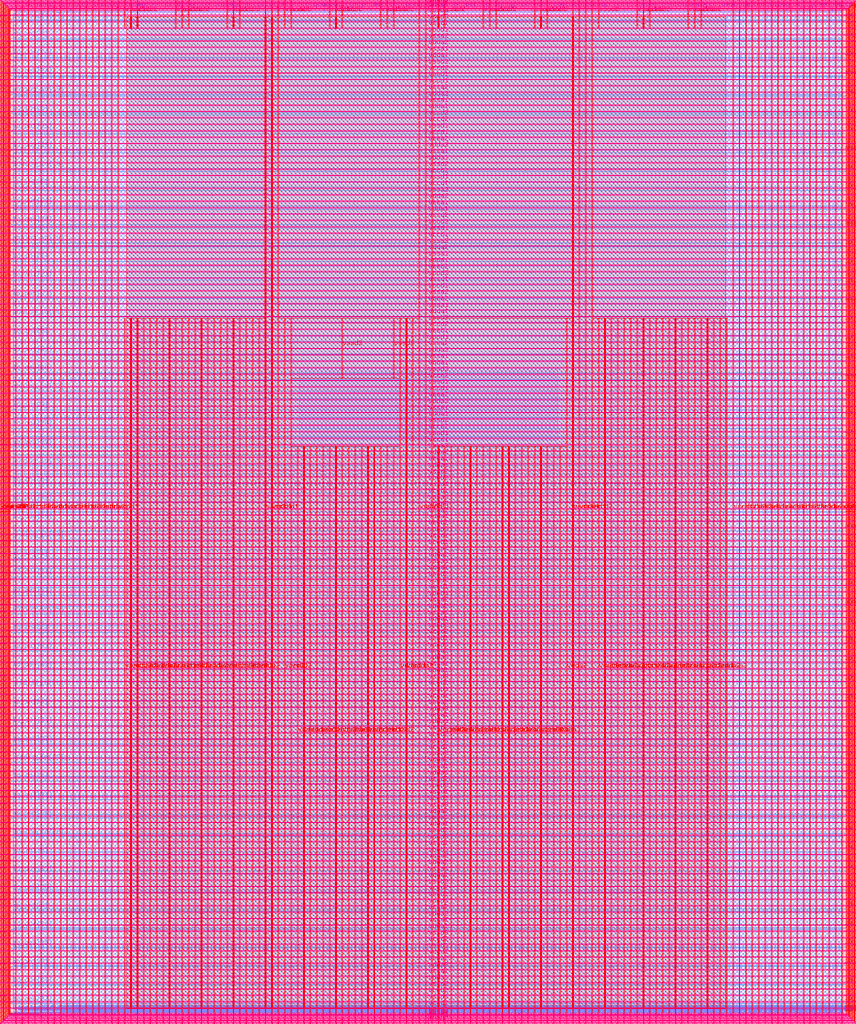
<source format=lef>
VERSION 5.7 ;
  NOWIREEXTENSIONATPIN ON ;
  DIVIDERCHAR "/" ;
  BUSBITCHARS "[]" ;
MACRO user_project_wrapper
  CLASS BLOCK ;
  FOREIGN user_project_wrapper ;
  ORIGIN 0.000 0.000 ;
  SIZE 2920.000 BY 3520.000 ;
  PIN analog_io[0]
    DIRECTION INOUT ;
    USE SIGNAL ;
    PORT
      LAYER met3 ;
        RECT 2917.600 1426.380 2924.800 1427.580 ;
    END
  END analog_io[0]
  PIN analog_io[10]
    DIRECTION INOUT ;
    USE SIGNAL ;
    PORT
      LAYER met2 ;
        RECT 2230.490 3517.600 2231.050 3524.800 ;
    END
  END analog_io[10]
  PIN analog_io[11]
    DIRECTION INOUT ;
    USE SIGNAL ;
    PORT
      LAYER met2 ;
        RECT 1905.730 3517.600 1906.290 3524.800 ;
    END
  END analog_io[11]
  PIN analog_io[12]
    DIRECTION INOUT ;
    USE SIGNAL ;
    PORT
      LAYER met2 ;
        RECT 1581.430 3517.600 1581.990 3524.800 ;
    END
  END analog_io[12]
  PIN analog_io[13]
    DIRECTION INOUT ;
    USE SIGNAL ;
    PORT
      LAYER met2 ;
        RECT 1257.130 3517.600 1257.690 3524.800 ;
    END
  END analog_io[13]
  PIN analog_io[14]
    DIRECTION INOUT ;
    USE SIGNAL ;
    PORT
      LAYER met2 ;
        RECT 932.370 3517.600 932.930 3524.800 ;
    END
  END analog_io[14]
  PIN analog_io[15]
    DIRECTION INOUT ;
    USE SIGNAL ;
    PORT
      LAYER met2 ;
        RECT 608.070 3517.600 608.630 3524.800 ;
    END
  END analog_io[15]
  PIN analog_io[16]
    DIRECTION INOUT ;
    USE SIGNAL ;
    PORT
      LAYER met2 ;
        RECT 283.770 3517.600 284.330 3524.800 ;
    END
  END analog_io[16]
  PIN analog_io[17]
    DIRECTION INOUT ;
    USE SIGNAL ;
    PORT
      LAYER met3 ;
        RECT -4.800 3486.100 2.400 3487.300 ;
    END
  END analog_io[17]
  PIN analog_io[18]
    DIRECTION INOUT ;
    USE SIGNAL ;
    PORT
      LAYER met3 ;
        RECT -4.800 3224.980 2.400 3226.180 ;
    END
  END analog_io[18]
  PIN analog_io[19]
    DIRECTION INOUT ;
    USE SIGNAL ;
    PORT
      LAYER met3 ;
        RECT -4.800 2964.540 2.400 2965.740 ;
    END
  END analog_io[19]
  PIN analog_io[1]
    DIRECTION INOUT ;
    USE SIGNAL ;
    PORT
      LAYER met3 ;
        RECT 2917.600 1692.260 2924.800 1693.460 ;
    END
  END analog_io[1]
  PIN analog_io[20]
    DIRECTION INOUT ;
    USE SIGNAL ;
    PORT
      LAYER met3 ;
        RECT -4.800 2703.420 2.400 2704.620 ;
    END
  END analog_io[20]
  PIN analog_io[21]
    DIRECTION INOUT ;
    USE SIGNAL ;
    PORT
      LAYER met3 ;
        RECT -4.800 2442.980 2.400 2444.180 ;
    END
  END analog_io[21]
  PIN analog_io[22]
    DIRECTION INOUT ;
    USE SIGNAL ;
    PORT
      LAYER met3 ;
        RECT -4.800 2182.540 2.400 2183.740 ;
    END
  END analog_io[22]
  PIN analog_io[23]
    DIRECTION INOUT ;
    USE SIGNAL ;
    PORT
      LAYER met3 ;
        RECT -4.800 1921.420 2.400 1922.620 ;
    END
  END analog_io[23]
  PIN analog_io[24]
    DIRECTION INOUT ;
    USE SIGNAL ;
    PORT
      LAYER met3 ;
        RECT -4.800 1660.980 2.400 1662.180 ;
    END
  END analog_io[24]
  PIN analog_io[25]
    DIRECTION INOUT ;
    USE SIGNAL ;
    PORT
      LAYER met3 ;
        RECT -4.800 1399.860 2.400 1401.060 ;
    END
  END analog_io[25]
  PIN analog_io[26]
    DIRECTION INOUT ;
    USE SIGNAL ;
    PORT
      LAYER met3 ;
        RECT -4.800 1139.420 2.400 1140.620 ;
    END
  END analog_io[26]
  PIN analog_io[27]
    DIRECTION INOUT ;
    USE SIGNAL ;
    PORT
      LAYER met3 ;
        RECT -4.800 878.980 2.400 880.180 ;
    END
  END analog_io[27]
  PIN analog_io[28]
    DIRECTION INOUT ;
    USE SIGNAL ;
    PORT
      LAYER met3 ;
        RECT -4.800 617.860 2.400 619.060 ;
    END
  END analog_io[28]
  PIN analog_io[2]
    DIRECTION INOUT ;
    USE SIGNAL ;
    PORT
      LAYER met3 ;
        RECT 2917.600 1958.140 2924.800 1959.340 ;
    END
  END analog_io[2]
  PIN analog_io[3]
    DIRECTION INOUT ;
    USE SIGNAL ;
    PORT
      LAYER met3 ;
        RECT 2917.600 2223.340 2924.800 2224.540 ;
    END
  END analog_io[3]
  PIN analog_io[4]
    DIRECTION INOUT ;
    USE SIGNAL ;
    PORT
      LAYER met3 ;
        RECT 2917.600 2489.220 2924.800 2490.420 ;
    END
  END analog_io[4]
  PIN analog_io[5]
    DIRECTION INOUT ;
    USE SIGNAL ;
    PORT
      LAYER met3 ;
        RECT 2917.600 2755.100 2924.800 2756.300 ;
    END
  END analog_io[5]
  PIN analog_io[6]
    DIRECTION INOUT ;
    USE SIGNAL ;
    PORT
      LAYER met3 ;
        RECT 2917.600 3020.300 2924.800 3021.500 ;
    END
  END analog_io[6]
  PIN analog_io[7]
    DIRECTION INOUT ;
    USE SIGNAL ;
    PORT
      LAYER met3 ;
        RECT 2917.600 3286.180 2924.800 3287.380 ;
    END
  END analog_io[7]
  PIN analog_io[8]
    DIRECTION INOUT ;
    USE SIGNAL ;
    PORT
      LAYER met2 ;
        RECT 2879.090 3517.600 2879.650 3524.800 ;
    END
  END analog_io[8]
  PIN analog_io[9]
    DIRECTION INOUT ;
    USE SIGNAL ;
    PORT
      LAYER met2 ;
        RECT 2554.790 3517.600 2555.350 3524.800 ;
    END
  END analog_io[9]
  PIN io_in[0]
    DIRECTION INPUT ;
    USE SIGNAL ;
    PORT
      LAYER met3 ;
        RECT 2917.600 32.380 2924.800 33.580 ;
    END
  END io_in[0]
  PIN io_in[10]
    DIRECTION INPUT ;
    USE SIGNAL ;
    PORT
      LAYER met3 ;
        RECT 2917.600 2289.980 2924.800 2291.180 ;
    END
  END io_in[10]
  PIN io_in[11]
    DIRECTION INPUT ;
    USE SIGNAL ;
    PORT
      LAYER met3 ;
        RECT 2917.600 2555.860 2924.800 2557.060 ;
    END
  END io_in[11]
  PIN io_in[12]
    DIRECTION INPUT ;
    USE SIGNAL ;
    PORT
      LAYER met3 ;
        RECT 2917.600 2821.060 2924.800 2822.260 ;
    END
  END io_in[12]
  PIN io_in[13]
    DIRECTION INPUT ;
    USE SIGNAL ;
    PORT
      LAYER met3 ;
        RECT 2917.600 3086.940 2924.800 3088.140 ;
    END
  END io_in[13]
  PIN io_in[14]
    DIRECTION INPUT ;
    USE SIGNAL ;
    PORT
      LAYER met3 ;
        RECT 2917.600 3352.820 2924.800 3354.020 ;
    END
  END io_in[14]
  PIN io_in[15]
    DIRECTION INPUT ;
    USE SIGNAL ;
    PORT
      LAYER met2 ;
        RECT 2798.130 3517.600 2798.690 3524.800 ;
    END
  END io_in[15]
  PIN io_in[16]
    DIRECTION INPUT ;
    USE SIGNAL ;
    PORT
      LAYER met2 ;
        RECT 2473.830 3517.600 2474.390 3524.800 ;
    END
  END io_in[16]
  PIN io_in[17]
    DIRECTION INPUT ;
    USE SIGNAL ;
    PORT
      LAYER met2 ;
        RECT 2149.070 3517.600 2149.630 3524.800 ;
    END
  END io_in[17]
  PIN io_in[18]
    DIRECTION INPUT ;
    USE SIGNAL ;
    PORT
      LAYER met2 ;
        RECT 1824.770 3517.600 1825.330 3524.800 ;
    END
  END io_in[18]
  PIN io_in[19]
    DIRECTION INPUT ;
    USE SIGNAL ;
    PORT
      LAYER met2 ;
        RECT 1500.470 3517.600 1501.030 3524.800 ;
    END
  END io_in[19]
  PIN io_in[1]
    DIRECTION INPUT ;
    USE SIGNAL ;
    PORT
      LAYER met3 ;
        RECT 2917.600 230.940 2924.800 232.140 ;
    END
  END io_in[1]
  PIN io_in[20]
    DIRECTION INPUT ;
    USE SIGNAL ;
    PORT
      LAYER met2 ;
        RECT 1175.710 3517.600 1176.270 3524.800 ;
    END
  END io_in[20]
  PIN io_in[21]
    DIRECTION INPUT ;
    USE SIGNAL ;
    PORT
      LAYER met2 ;
        RECT 851.410 3517.600 851.970 3524.800 ;
    END
  END io_in[21]
  PIN io_in[22]
    DIRECTION INPUT ;
    USE SIGNAL ;
    PORT
      LAYER met2 ;
        RECT 527.110 3517.600 527.670 3524.800 ;
    END
  END io_in[22]
  PIN io_in[23]
    DIRECTION INPUT ;
    USE SIGNAL ;
    PORT
      LAYER met2 ;
        RECT 202.350 3517.600 202.910 3524.800 ;
    END
  END io_in[23]
  PIN io_in[24]
    DIRECTION INPUT ;
    USE SIGNAL ;
    PORT
      LAYER met3 ;
        RECT -4.800 3420.820 2.400 3422.020 ;
    END
  END io_in[24]
  PIN io_in[25]
    DIRECTION INPUT ;
    USE SIGNAL ;
    PORT
      LAYER met3 ;
        RECT -4.800 3159.700 2.400 3160.900 ;
    END
  END io_in[25]
  PIN io_in[26]
    DIRECTION INPUT ;
    USE SIGNAL ;
    PORT
      LAYER met3 ;
        RECT -4.800 2899.260 2.400 2900.460 ;
    END
  END io_in[26]
  PIN io_in[27]
    DIRECTION INPUT ;
    USE SIGNAL ;
    PORT
      LAYER met3 ;
        RECT -4.800 2638.820 2.400 2640.020 ;
    END
  END io_in[27]
  PIN io_in[28]
    DIRECTION INPUT ;
    USE SIGNAL ;
    PORT
      LAYER met3 ;
        RECT -4.800 2377.700 2.400 2378.900 ;
    END
  END io_in[28]
  PIN io_in[29]
    DIRECTION INPUT ;
    USE SIGNAL ;
    PORT
      LAYER met3 ;
        RECT -4.800 2117.260 2.400 2118.460 ;
    END
  END io_in[29]
  PIN io_in[2]
    DIRECTION INPUT ;
    USE SIGNAL ;
    PORT
      LAYER met3 ;
        RECT 2917.600 430.180 2924.800 431.380 ;
    END
  END io_in[2]
  PIN io_in[30]
    DIRECTION INPUT ;
    USE SIGNAL ;
    PORT
      LAYER met3 ;
        RECT -4.800 1856.140 2.400 1857.340 ;
    END
  END io_in[30]
  PIN io_in[31]
    DIRECTION INPUT ;
    USE SIGNAL ;
    PORT
      LAYER met3 ;
        RECT -4.800 1595.700 2.400 1596.900 ;
    END
  END io_in[31]
  PIN io_in[32]
    DIRECTION INPUT ;
    USE SIGNAL ;
    PORT
      LAYER met3 ;
        RECT -4.800 1335.260 2.400 1336.460 ;
    END
  END io_in[32]
  PIN io_in[33]
    DIRECTION INPUT ;
    USE SIGNAL ;
    PORT
      LAYER met3 ;
        RECT -4.800 1074.140 2.400 1075.340 ;
    END
  END io_in[33]
  PIN io_in[34]
    DIRECTION INPUT ;
    USE SIGNAL ;
    PORT
      LAYER met3 ;
        RECT -4.800 813.700 2.400 814.900 ;
    END
  END io_in[34]
  PIN io_in[35]
    DIRECTION INPUT ;
    USE SIGNAL ;
    PORT
      LAYER met3 ;
        RECT -4.800 552.580 2.400 553.780 ;
    END
  END io_in[35]
  PIN io_in[36]
    DIRECTION INPUT ;
    USE SIGNAL ;
    PORT
      LAYER met3 ;
        RECT -4.800 357.420 2.400 358.620 ;
    END
  END io_in[36]
  PIN io_in[37]
    DIRECTION INPUT ;
    USE SIGNAL ;
    PORT
      LAYER met3 ;
        RECT -4.800 161.580 2.400 162.780 ;
    END
  END io_in[37]
  PIN io_in[3]
    DIRECTION INPUT ;
    USE SIGNAL ;
    PORT
      LAYER met3 ;
        RECT 2917.600 629.420 2924.800 630.620 ;
    END
  END io_in[3]
  PIN io_in[4]
    DIRECTION INPUT ;
    USE SIGNAL ;
    PORT
      LAYER met3 ;
        RECT 2917.600 828.660 2924.800 829.860 ;
    END
  END io_in[4]
  PIN io_in[5]
    DIRECTION INPUT ;
    USE SIGNAL ;
    PORT
      LAYER met3 ;
        RECT 2917.600 1027.900 2924.800 1029.100 ;
    END
  END io_in[5]
  PIN io_in[6]
    DIRECTION INPUT ;
    USE SIGNAL ;
    PORT
      LAYER met3 ;
        RECT 2917.600 1227.140 2924.800 1228.340 ;
    END
  END io_in[6]
  PIN io_in[7]
    DIRECTION INPUT ;
    USE SIGNAL ;
    PORT
      LAYER met3 ;
        RECT 2917.600 1493.020 2924.800 1494.220 ;
    END
  END io_in[7]
  PIN io_in[8]
    DIRECTION INPUT ;
    USE SIGNAL ;
    PORT
      LAYER met3 ;
        RECT 2917.600 1758.900 2924.800 1760.100 ;
    END
  END io_in[8]
  PIN io_in[9]
    DIRECTION INPUT ;
    USE SIGNAL ;
    PORT
      LAYER met3 ;
        RECT 2917.600 2024.100 2924.800 2025.300 ;
    END
  END io_in[9]
  PIN io_oeb[0]
    DIRECTION OUTPUT TRISTATE ;
    USE SIGNAL ;
    PORT
      LAYER met3 ;
        RECT 2917.600 164.980 2924.800 166.180 ;
    END
  END io_oeb[0]
  PIN io_oeb[10]
    DIRECTION OUTPUT TRISTATE ;
    USE SIGNAL ;
    PORT
      LAYER met3 ;
        RECT 2917.600 2422.580 2924.800 2423.780 ;
    END
  END io_oeb[10]
  PIN io_oeb[11]
    DIRECTION OUTPUT TRISTATE ;
    USE SIGNAL ;
    PORT
      LAYER met3 ;
        RECT 2917.600 2688.460 2924.800 2689.660 ;
    END
  END io_oeb[11]
  PIN io_oeb[12]
    DIRECTION OUTPUT TRISTATE ;
    USE SIGNAL ;
    PORT
      LAYER met3 ;
        RECT 2917.600 2954.340 2924.800 2955.540 ;
    END
  END io_oeb[12]
  PIN io_oeb[13]
    DIRECTION OUTPUT TRISTATE ;
    USE SIGNAL ;
    PORT
      LAYER met3 ;
        RECT 2917.600 3219.540 2924.800 3220.740 ;
    END
  END io_oeb[13]
  PIN io_oeb[14]
    DIRECTION OUTPUT TRISTATE ;
    USE SIGNAL ;
    PORT
      LAYER met3 ;
        RECT 2917.600 3485.420 2924.800 3486.620 ;
    END
  END io_oeb[14]
  PIN io_oeb[15]
    DIRECTION OUTPUT TRISTATE ;
    USE SIGNAL ;
    PORT
      LAYER met2 ;
        RECT 2635.750 3517.600 2636.310 3524.800 ;
    END
  END io_oeb[15]
  PIN io_oeb[16]
    DIRECTION OUTPUT TRISTATE ;
    USE SIGNAL ;
    PORT
      LAYER met2 ;
        RECT 2311.450 3517.600 2312.010 3524.800 ;
    END
  END io_oeb[16]
  PIN io_oeb[17]
    DIRECTION OUTPUT TRISTATE ;
    USE SIGNAL ;
    PORT
      LAYER met2 ;
        RECT 1987.150 3517.600 1987.710 3524.800 ;
    END
  END io_oeb[17]
  PIN io_oeb[18]
    DIRECTION OUTPUT TRISTATE ;
    USE SIGNAL ;
    PORT
      LAYER met2 ;
        RECT 1662.390 3517.600 1662.950 3524.800 ;
    END
  END io_oeb[18]
  PIN io_oeb[19]
    DIRECTION OUTPUT TRISTATE ;
    USE SIGNAL ;
    PORT
      LAYER met2 ;
        RECT 1338.090 3517.600 1338.650 3524.800 ;
    END
  END io_oeb[19]
  PIN io_oeb[1]
    DIRECTION OUTPUT TRISTATE ;
    USE SIGNAL ;
    PORT
      LAYER met3 ;
        RECT 2917.600 364.220 2924.800 365.420 ;
    END
  END io_oeb[1]
  PIN io_oeb[20]
    DIRECTION OUTPUT TRISTATE ;
    USE SIGNAL ;
    PORT
      LAYER met2 ;
        RECT 1013.790 3517.600 1014.350 3524.800 ;
    END
  END io_oeb[20]
  PIN io_oeb[21]
    DIRECTION OUTPUT TRISTATE ;
    USE SIGNAL ;
    PORT
      LAYER met2 ;
        RECT 689.030 3517.600 689.590 3524.800 ;
    END
  END io_oeb[21]
  PIN io_oeb[22]
    DIRECTION OUTPUT TRISTATE ;
    USE SIGNAL ;
    PORT
      LAYER met2 ;
        RECT 364.730 3517.600 365.290 3524.800 ;
    END
  END io_oeb[22]
  PIN io_oeb[23]
    DIRECTION OUTPUT TRISTATE ;
    USE SIGNAL ;
    PORT
      LAYER met2 ;
        RECT 40.430 3517.600 40.990 3524.800 ;
    END
  END io_oeb[23]
  PIN io_oeb[24]
    DIRECTION OUTPUT TRISTATE ;
    USE SIGNAL ;
    PORT
      LAYER met3 ;
        RECT -4.800 3290.260 2.400 3291.460 ;
    END
  END io_oeb[24]
  PIN io_oeb[25]
    DIRECTION OUTPUT TRISTATE ;
    USE SIGNAL ;
    PORT
      LAYER met3 ;
        RECT -4.800 3029.820 2.400 3031.020 ;
    END
  END io_oeb[25]
  PIN io_oeb[26]
    DIRECTION OUTPUT TRISTATE ;
    USE SIGNAL ;
    PORT
      LAYER met3 ;
        RECT -4.800 2768.700 2.400 2769.900 ;
    END
  END io_oeb[26]
  PIN io_oeb[27]
    DIRECTION OUTPUT TRISTATE ;
    USE SIGNAL ;
    PORT
      LAYER met3 ;
        RECT -4.800 2508.260 2.400 2509.460 ;
    END
  END io_oeb[27]
  PIN io_oeb[28]
    DIRECTION OUTPUT TRISTATE ;
    USE SIGNAL ;
    PORT
      LAYER met3 ;
        RECT -4.800 2247.140 2.400 2248.340 ;
    END
  END io_oeb[28]
  PIN io_oeb[29]
    DIRECTION OUTPUT TRISTATE ;
    USE SIGNAL ;
    PORT
      LAYER met3 ;
        RECT -4.800 1986.700 2.400 1987.900 ;
    END
  END io_oeb[29]
  PIN io_oeb[2]
    DIRECTION OUTPUT TRISTATE ;
    USE SIGNAL ;
    PORT
      LAYER met3 ;
        RECT 2917.600 563.460 2924.800 564.660 ;
    END
  END io_oeb[2]
  PIN io_oeb[30]
    DIRECTION OUTPUT TRISTATE ;
    USE SIGNAL ;
    PORT
      LAYER met3 ;
        RECT -4.800 1726.260 2.400 1727.460 ;
    END
  END io_oeb[30]
  PIN io_oeb[31]
    DIRECTION OUTPUT TRISTATE ;
    USE SIGNAL ;
    PORT
      LAYER met3 ;
        RECT -4.800 1465.140 2.400 1466.340 ;
    END
  END io_oeb[31]
  PIN io_oeb[32]
    DIRECTION OUTPUT TRISTATE ;
    USE SIGNAL ;
    PORT
      LAYER met3 ;
        RECT -4.800 1204.700 2.400 1205.900 ;
    END
  END io_oeb[32]
  PIN io_oeb[33]
    DIRECTION OUTPUT TRISTATE ;
    USE SIGNAL ;
    PORT
      LAYER met3 ;
        RECT -4.800 943.580 2.400 944.780 ;
    END
  END io_oeb[33]
  PIN io_oeb[34]
    DIRECTION OUTPUT TRISTATE ;
    USE SIGNAL ;
    PORT
      LAYER met3 ;
        RECT -4.800 683.140 2.400 684.340 ;
    END
  END io_oeb[34]
  PIN io_oeb[35]
    DIRECTION OUTPUT TRISTATE ;
    USE SIGNAL ;
    PORT
      LAYER met3 ;
        RECT -4.800 422.700 2.400 423.900 ;
    END
  END io_oeb[35]
  PIN io_oeb[36]
    DIRECTION OUTPUT TRISTATE ;
    USE SIGNAL ;
    PORT
      LAYER met3 ;
        RECT -4.800 226.860 2.400 228.060 ;
    END
  END io_oeb[36]
  PIN io_oeb[37]
    DIRECTION OUTPUT TRISTATE ;
    USE SIGNAL ;
    PORT
      LAYER met3 ;
        RECT -4.800 31.700 2.400 32.900 ;
    END
  END io_oeb[37]
  PIN io_oeb[3]
    DIRECTION OUTPUT TRISTATE ;
    USE SIGNAL ;
    PORT
      LAYER met3 ;
        RECT 2917.600 762.700 2924.800 763.900 ;
    END
  END io_oeb[3]
  PIN io_oeb[4]
    DIRECTION OUTPUT TRISTATE ;
    USE SIGNAL ;
    PORT
      LAYER met3 ;
        RECT 2917.600 961.940 2924.800 963.140 ;
    END
  END io_oeb[4]
  PIN io_oeb[5]
    DIRECTION OUTPUT TRISTATE ;
    USE SIGNAL ;
    PORT
      LAYER met3 ;
        RECT 2917.600 1161.180 2924.800 1162.380 ;
    END
  END io_oeb[5]
  PIN io_oeb[6]
    DIRECTION OUTPUT TRISTATE ;
    USE SIGNAL ;
    PORT
      LAYER met3 ;
        RECT 2917.600 1360.420 2924.800 1361.620 ;
    END
  END io_oeb[6]
  PIN io_oeb[7]
    DIRECTION OUTPUT TRISTATE ;
    USE SIGNAL ;
    PORT
      LAYER met3 ;
        RECT 2917.600 1625.620 2924.800 1626.820 ;
    END
  END io_oeb[7]
  PIN io_oeb[8]
    DIRECTION OUTPUT TRISTATE ;
    USE SIGNAL ;
    PORT
      LAYER met3 ;
        RECT 2917.600 1891.500 2924.800 1892.700 ;
    END
  END io_oeb[8]
  PIN io_oeb[9]
    DIRECTION OUTPUT TRISTATE ;
    USE SIGNAL ;
    PORT
      LAYER met3 ;
        RECT 2917.600 2157.380 2924.800 2158.580 ;
    END
  END io_oeb[9]
  PIN io_out[0]
    DIRECTION OUTPUT TRISTATE ;
    USE SIGNAL ;
    PORT
      LAYER met3 ;
        RECT 2917.600 98.340 2924.800 99.540 ;
    END
  END io_out[0]
  PIN io_out[10]
    DIRECTION OUTPUT TRISTATE ;
    USE SIGNAL ;
    PORT
      LAYER met3 ;
        RECT 2917.600 2356.620 2924.800 2357.820 ;
    END
  END io_out[10]
  PIN io_out[11]
    DIRECTION OUTPUT TRISTATE ;
    USE SIGNAL ;
    PORT
      LAYER met3 ;
        RECT 2917.600 2621.820 2924.800 2623.020 ;
    END
  END io_out[11]
  PIN io_out[12]
    DIRECTION OUTPUT TRISTATE ;
    USE SIGNAL ;
    PORT
      LAYER met3 ;
        RECT 2917.600 2887.700 2924.800 2888.900 ;
    END
  END io_out[12]
  PIN io_out[13]
    DIRECTION OUTPUT TRISTATE ;
    USE SIGNAL ;
    PORT
      LAYER met3 ;
        RECT 2917.600 3153.580 2924.800 3154.780 ;
    END
  END io_out[13]
  PIN io_out[14]
    DIRECTION OUTPUT TRISTATE ;
    USE SIGNAL ;
    PORT
      LAYER met3 ;
        RECT 2917.600 3418.780 2924.800 3419.980 ;
    END
  END io_out[14]
  PIN io_out[15]
    DIRECTION OUTPUT TRISTATE ;
    USE SIGNAL ;
    PORT
      LAYER met2 ;
        RECT 2717.170 3517.600 2717.730 3524.800 ;
    END
  END io_out[15]
  PIN io_out[16]
    DIRECTION OUTPUT TRISTATE ;
    USE SIGNAL ;
    PORT
      LAYER met2 ;
        RECT 2392.410 3517.600 2392.970 3524.800 ;
    END
  END io_out[16]
  PIN io_out[17]
    DIRECTION OUTPUT TRISTATE ;
    USE SIGNAL ;
    PORT
      LAYER met2 ;
        RECT 2068.110 3517.600 2068.670 3524.800 ;
    END
  END io_out[17]
  PIN io_out[18]
    DIRECTION OUTPUT TRISTATE ;
    USE SIGNAL ;
    PORT
      LAYER met2 ;
        RECT 1743.810 3517.600 1744.370 3524.800 ;
    END
  END io_out[18]
  PIN io_out[19]
    DIRECTION OUTPUT TRISTATE ;
    USE SIGNAL ;
    PORT
      LAYER met2 ;
        RECT 1419.050 3517.600 1419.610 3524.800 ;
    END
  END io_out[19]
  PIN io_out[1]
    DIRECTION OUTPUT TRISTATE ;
    USE SIGNAL ;
    PORT
      LAYER met3 ;
        RECT 2917.600 297.580 2924.800 298.780 ;
    END
  END io_out[1]
  PIN io_out[20]
    DIRECTION OUTPUT TRISTATE ;
    USE SIGNAL ;
    PORT
      LAYER met2 ;
        RECT 1094.750 3517.600 1095.310 3524.800 ;
    END
  END io_out[20]
  PIN io_out[21]
    DIRECTION OUTPUT TRISTATE ;
    USE SIGNAL ;
    PORT
      LAYER met2 ;
        RECT 770.450 3517.600 771.010 3524.800 ;
    END
  END io_out[21]
  PIN io_out[22]
    DIRECTION OUTPUT TRISTATE ;
    USE SIGNAL ;
    PORT
      LAYER met2 ;
        RECT 445.690 3517.600 446.250 3524.800 ;
    END
  END io_out[22]
  PIN io_out[23]
    DIRECTION OUTPUT TRISTATE ;
    USE SIGNAL ;
    PORT
      LAYER met2 ;
        RECT 121.390 3517.600 121.950 3524.800 ;
    END
  END io_out[23]
  PIN io_out[24]
    DIRECTION OUTPUT TRISTATE ;
    USE SIGNAL ;
    PORT
      LAYER met3 ;
        RECT -4.800 3355.540 2.400 3356.740 ;
    END
  END io_out[24]
  PIN io_out[25]
    DIRECTION OUTPUT TRISTATE ;
    USE SIGNAL ;
    PORT
      LAYER met3 ;
        RECT -4.800 3095.100 2.400 3096.300 ;
    END
  END io_out[25]
  PIN io_out[26]
    DIRECTION OUTPUT TRISTATE ;
    USE SIGNAL ;
    PORT
      LAYER met3 ;
        RECT -4.800 2833.980 2.400 2835.180 ;
    END
  END io_out[26]
  PIN io_out[27]
    DIRECTION OUTPUT TRISTATE ;
    USE SIGNAL ;
    PORT
      LAYER met3 ;
        RECT -4.800 2573.540 2.400 2574.740 ;
    END
  END io_out[27]
  PIN io_out[28]
    DIRECTION OUTPUT TRISTATE ;
    USE SIGNAL ;
    PORT
      LAYER met3 ;
        RECT -4.800 2312.420 2.400 2313.620 ;
    END
  END io_out[28]
  PIN io_out[29]
    DIRECTION OUTPUT TRISTATE ;
    USE SIGNAL ;
    PORT
      LAYER met3 ;
        RECT -4.800 2051.980 2.400 2053.180 ;
    END
  END io_out[29]
  PIN io_out[2]
    DIRECTION OUTPUT TRISTATE ;
    USE SIGNAL ;
    PORT
      LAYER met3 ;
        RECT 2917.600 496.820 2924.800 498.020 ;
    END
  END io_out[2]
  PIN io_out[30]
    DIRECTION OUTPUT TRISTATE ;
    USE SIGNAL ;
    PORT
      LAYER met3 ;
        RECT -4.800 1791.540 2.400 1792.740 ;
    END
  END io_out[30]
  PIN io_out[31]
    DIRECTION OUTPUT TRISTATE ;
    USE SIGNAL ;
    PORT
      LAYER met3 ;
        RECT -4.800 1530.420 2.400 1531.620 ;
    END
  END io_out[31]
  PIN io_out[32]
    DIRECTION OUTPUT TRISTATE ;
    USE SIGNAL ;
    PORT
      LAYER met3 ;
        RECT -4.800 1269.980 2.400 1271.180 ;
    END
  END io_out[32]
  PIN io_out[33]
    DIRECTION OUTPUT TRISTATE ;
    USE SIGNAL ;
    PORT
      LAYER met3 ;
        RECT -4.800 1008.860 2.400 1010.060 ;
    END
  END io_out[33]
  PIN io_out[34]
    DIRECTION OUTPUT TRISTATE ;
    USE SIGNAL ;
    PORT
      LAYER met3 ;
        RECT -4.800 748.420 2.400 749.620 ;
    END
  END io_out[34]
  PIN io_out[35]
    DIRECTION OUTPUT TRISTATE ;
    USE SIGNAL ;
    PORT
      LAYER met3 ;
        RECT -4.800 487.300 2.400 488.500 ;
    END
  END io_out[35]
  PIN io_out[36]
    DIRECTION OUTPUT TRISTATE ;
    USE SIGNAL ;
    PORT
      LAYER met3 ;
        RECT -4.800 292.140 2.400 293.340 ;
    END
  END io_out[36]
  PIN io_out[37]
    DIRECTION OUTPUT TRISTATE ;
    USE SIGNAL ;
    PORT
      LAYER met3 ;
        RECT -4.800 96.300 2.400 97.500 ;
    END
  END io_out[37]
  PIN io_out[3]
    DIRECTION OUTPUT TRISTATE ;
    USE SIGNAL ;
    PORT
      LAYER met3 ;
        RECT 2917.600 696.060 2924.800 697.260 ;
    END
  END io_out[3]
  PIN io_out[4]
    DIRECTION OUTPUT TRISTATE ;
    USE SIGNAL ;
    PORT
      LAYER met3 ;
        RECT 2917.600 895.300 2924.800 896.500 ;
    END
  END io_out[4]
  PIN io_out[5]
    DIRECTION OUTPUT TRISTATE ;
    USE SIGNAL ;
    PORT
      LAYER met3 ;
        RECT 2917.600 1094.540 2924.800 1095.740 ;
    END
  END io_out[5]
  PIN io_out[6]
    DIRECTION OUTPUT TRISTATE ;
    USE SIGNAL ;
    PORT
      LAYER met3 ;
        RECT 2917.600 1293.780 2924.800 1294.980 ;
    END
  END io_out[6]
  PIN io_out[7]
    DIRECTION OUTPUT TRISTATE ;
    USE SIGNAL ;
    PORT
      LAYER met3 ;
        RECT 2917.600 1559.660 2924.800 1560.860 ;
    END
  END io_out[7]
  PIN io_out[8]
    DIRECTION OUTPUT TRISTATE ;
    USE SIGNAL ;
    PORT
      LAYER met3 ;
        RECT 2917.600 1824.860 2924.800 1826.060 ;
    END
  END io_out[8]
  PIN io_out[9]
    DIRECTION OUTPUT TRISTATE ;
    USE SIGNAL ;
    PORT
      LAYER met3 ;
        RECT 2917.600 2090.740 2924.800 2091.940 ;
    END
  END io_out[9]
  PIN la_data_in[0]
    DIRECTION INPUT ;
    USE SIGNAL ;
    PORT
      LAYER met2 ;
        RECT 629.230 -4.800 629.790 2.400 ;
    END
  END la_data_in[0]
  PIN la_data_in[100]
    DIRECTION INPUT ;
    USE SIGNAL ;
    PORT
      LAYER met2 ;
        RECT 2402.530 -4.800 2403.090 2.400 ;
    END
  END la_data_in[100]
  PIN la_data_in[101]
    DIRECTION INPUT ;
    USE SIGNAL ;
    PORT
      LAYER met2 ;
        RECT 2420.010 -4.800 2420.570 2.400 ;
    END
  END la_data_in[101]
  PIN la_data_in[102]
    DIRECTION INPUT ;
    USE SIGNAL ;
    PORT
      LAYER met2 ;
        RECT 2437.950 -4.800 2438.510 2.400 ;
    END
  END la_data_in[102]
  PIN la_data_in[103]
    DIRECTION INPUT ;
    USE SIGNAL ;
    PORT
      LAYER met2 ;
        RECT 2455.430 -4.800 2455.990 2.400 ;
    END
  END la_data_in[103]
  PIN la_data_in[104]
    DIRECTION INPUT ;
    USE SIGNAL ;
    PORT
      LAYER met2 ;
        RECT 2473.370 -4.800 2473.930 2.400 ;
    END
  END la_data_in[104]
  PIN la_data_in[105]
    DIRECTION INPUT ;
    USE SIGNAL ;
    PORT
      LAYER met2 ;
        RECT 2490.850 -4.800 2491.410 2.400 ;
    END
  END la_data_in[105]
  PIN la_data_in[106]
    DIRECTION INPUT ;
    USE SIGNAL ;
    PORT
      LAYER met2 ;
        RECT 2508.790 -4.800 2509.350 2.400 ;
    END
  END la_data_in[106]
  PIN la_data_in[107]
    DIRECTION INPUT ;
    USE SIGNAL ;
    PORT
      LAYER met2 ;
        RECT 2526.730 -4.800 2527.290 2.400 ;
    END
  END la_data_in[107]
  PIN la_data_in[108]
    DIRECTION INPUT ;
    USE SIGNAL ;
    PORT
      LAYER met2 ;
        RECT 2544.210 -4.800 2544.770 2.400 ;
    END
  END la_data_in[108]
  PIN la_data_in[109]
    DIRECTION INPUT ;
    USE SIGNAL ;
    PORT
      LAYER met2 ;
        RECT 2562.150 -4.800 2562.710 2.400 ;
    END
  END la_data_in[109]
  PIN la_data_in[10]
    DIRECTION INPUT ;
    USE SIGNAL ;
    PORT
      LAYER met2 ;
        RECT 806.330 -4.800 806.890 2.400 ;
    END
  END la_data_in[10]
  PIN la_data_in[110]
    DIRECTION INPUT ;
    USE SIGNAL ;
    PORT
      LAYER met2 ;
        RECT 2579.630 -4.800 2580.190 2.400 ;
    END
  END la_data_in[110]
  PIN la_data_in[111]
    DIRECTION INPUT ;
    USE SIGNAL ;
    PORT
      LAYER met2 ;
        RECT 2597.570 -4.800 2598.130 2.400 ;
    END
  END la_data_in[111]
  PIN la_data_in[112]
    DIRECTION INPUT ;
    USE SIGNAL ;
    PORT
      LAYER met2 ;
        RECT 2615.050 -4.800 2615.610 2.400 ;
    END
  END la_data_in[112]
  PIN la_data_in[113]
    DIRECTION INPUT ;
    USE SIGNAL ;
    PORT
      LAYER met2 ;
        RECT 2632.990 -4.800 2633.550 2.400 ;
    END
  END la_data_in[113]
  PIN la_data_in[114]
    DIRECTION INPUT ;
    USE SIGNAL ;
    PORT
      LAYER met2 ;
        RECT 2650.470 -4.800 2651.030 2.400 ;
    END
  END la_data_in[114]
  PIN la_data_in[115]
    DIRECTION INPUT ;
    USE SIGNAL ;
    PORT
      LAYER met2 ;
        RECT 2668.410 -4.800 2668.970 2.400 ;
    END
  END la_data_in[115]
  PIN la_data_in[116]
    DIRECTION INPUT ;
    USE SIGNAL ;
    PORT
      LAYER met2 ;
        RECT 2685.890 -4.800 2686.450 2.400 ;
    END
  END la_data_in[116]
  PIN la_data_in[117]
    DIRECTION INPUT ;
    USE SIGNAL ;
    PORT
      LAYER met2 ;
        RECT 2703.830 -4.800 2704.390 2.400 ;
    END
  END la_data_in[117]
  PIN la_data_in[118]
    DIRECTION INPUT ;
    USE SIGNAL ;
    PORT
      LAYER met2 ;
        RECT 2721.770 -4.800 2722.330 2.400 ;
    END
  END la_data_in[118]
  PIN la_data_in[119]
    DIRECTION INPUT ;
    USE SIGNAL ;
    PORT
      LAYER met2 ;
        RECT 2739.250 -4.800 2739.810 2.400 ;
    END
  END la_data_in[119]
  PIN la_data_in[11]
    DIRECTION INPUT ;
    USE SIGNAL ;
    PORT
      LAYER met2 ;
        RECT 824.270 -4.800 824.830 2.400 ;
    END
  END la_data_in[11]
  PIN la_data_in[120]
    DIRECTION INPUT ;
    USE SIGNAL ;
    PORT
      LAYER met2 ;
        RECT 2757.190 -4.800 2757.750 2.400 ;
    END
  END la_data_in[120]
  PIN la_data_in[121]
    DIRECTION INPUT ;
    USE SIGNAL ;
    PORT
      LAYER met2 ;
        RECT 2774.670 -4.800 2775.230 2.400 ;
    END
  END la_data_in[121]
  PIN la_data_in[122]
    DIRECTION INPUT ;
    USE SIGNAL ;
    PORT
      LAYER met2 ;
        RECT 2792.610 -4.800 2793.170 2.400 ;
    END
  END la_data_in[122]
  PIN la_data_in[123]
    DIRECTION INPUT ;
    USE SIGNAL ;
    PORT
      LAYER met2 ;
        RECT 2810.090 -4.800 2810.650 2.400 ;
    END
  END la_data_in[123]
  PIN la_data_in[124]
    DIRECTION INPUT ;
    USE SIGNAL ;
    PORT
      LAYER met2 ;
        RECT 2828.030 -4.800 2828.590 2.400 ;
    END
  END la_data_in[124]
  PIN la_data_in[125]
    DIRECTION INPUT ;
    USE SIGNAL ;
    PORT
      LAYER met2 ;
        RECT 2845.510 -4.800 2846.070 2.400 ;
    END
  END la_data_in[125]
  PIN la_data_in[126]
    DIRECTION INPUT ;
    USE SIGNAL ;
    PORT
      LAYER met2 ;
        RECT 2863.450 -4.800 2864.010 2.400 ;
    END
  END la_data_in[126]
  PIN la_data_in[127]
    DIRECTION INPUT ;
    USE SIGNAL ;
    PORT
      LAYER met2 ;
        RECT 2881.390 -4.800 2881.950 2.400 ;
    END
  END la_data_in[127]
  PIN la_data_in[12]
    DIRECTION INPUT ;
    USE SIGNAL ;
    PORT
      LAYER met2 ;
        RECT 841.750 -4.800 842.310 2.400 ;
    END
  END la_data_in[12]
  PIN la_data_in[13]
    DIRECTION INPUT ;
    USE SIGNAL ;
    PORT
      LAYER met2 ;
        RECT 859.690 -4.800 860.250 2.400 ;
    END
  END la_data_in[13]
  PIN la_data_in[14]
    DIRECTION INPUT ;
    USE SIGNAL ;
    PORT
      LAYER met2 ;
        RECT 877.170 -4.800 877.730 2.400 ;
    END
  END la_data_in[14]
  PIN la_data_in[15]
    DIRECTION INPUT ;
    USE SIGNAL ;
    PORT
      LAYER met2 ;
        RECT 895.110 -4.800 895.670 2.400 ;
    END
  END la_data_in[15]
  PIN la_data_in[16]
    DIRECTION INPUT ;
    USE SIGNAL ;
    PORT
      LAYER met2 ;
        RECT 912.590 -4.800 913.150 2.400 ;
    END
  END la_data_in[16]
  PIN la_data_in[17]
    DIRECTION INPUT ;
    USE SIGNAL ;
    PORT
      LAYER met2 ;
        RECT 930.530 -4.800 931.090 2.400 ;
    END
  END la_data_in[17]
  PIN la_data_in[18]
    DIRECTION INPUT ;
    USE SIGNAL ;
    PORT
      LAYER met2 ;
        RECT 948.470 -4.800 949.030 2.400 ;
    END
  END la_data_in[18]
  PIN la_data_in[19]
    DIRECTION INPUT ;
    USE SIGNAL ;
    PORT
      LAYER met2 ;
        RECT 965.950 -4.800 966.510 2.400 ;
    END
  END la_data_in[19]
  PIN la_data_in[1]
    DIRECTION INPUT ;
    USE SIGNAL ;
    PORT
      LAYER met2 ;
        RECT 646.710 -4.800 647.270 2.400 ;
    END
  END la_data_in[1]
  PIN la_data_in[20]
    DIRECTION INPUT ;
    USE SIGNAL ;
    PORT
      LAYER met2 ;
        RECT 983.890 -4.800 984.450 2.400 ;
    END
  END la_data_in[20]
  PIN la_data_in[21]
    DIRECTION INPUT ;
    USE SIGNAL ;
    PORT
      LAYER met2 ;
        RECT 1001.370 -4.800 1001.930 2.400 ;
    END
  END la_data_in[21]
  PIN la_data_in[22]
    DIRECTION INPUT ;
    USE SIGNAL ;
    PORT
      LAYER met2 ;
        RECT 1019.310 -4.800 1019.870 2.400 ;
    END
  END la_data_in[22]
  PIN la_data_in[23]
    DIRECTION INPUT ;
    USE SIGNAL ;
    PORT
      LAYER met2 ;
        RECT 1036.790 -4.800 1037.350 2.400 ;
    END
  END la_data_in[23]
  PIN la_data_in[24]
    DIRECTION INPUT ;
    USE SIGNAL ;
    PORT
      LAYER met2 ;
        RECT 1054.730 -4.800 1055.290 2.400 ;
    END
  END la_data_in[24]
  PIN la_data_in[25]
    DIRECTION INPUT ;
    USE SIGNAL ;
    PORT
      LAYER met2 ;
        RECT 1072.210 -4.800 1072.770 2.400 ;
    END
  END la_data_in[25]
  PIN la_data_in[26]
    DIRECTION INPUT ;
    USE SIGNAL ;
    PORT
      LAYER met2 ;
        RECT 1090.150 -4.800 1090.710 2.400 ;
    END
  END la_data_in[26]
  PIN la_data_in[27]
    DIRECTION INPUT ;
    USE SIGNAL ;
    PORT
      LAYER met2 ;
        RECT 1107.630 -4.800 1108.190 2.400 ;
    END
  END la_data_in[27]
  PIN la_data_in[28]
    DIRECTION INPUT ;
    USE SIGNAL ;
    PORT
      LAYER met2 ;
        RECT 1125.570 -4.800 1126.130 2.400 ;
    END
  END la_data_in[28]
  PIN la_data_in[29]
    DIRECTION INPUT ;
    USE SIGNAL ;
    PORT
      LAYER met2 ;
        RECT 1143.510 -4.800 1144.070 2.400 ;
    END
  END la_data_in[29]
  PIN la_data_in[2]
    DIRECTION INPUT ;
    USE SIGNAL ;
    PORT
      LAYER met2 ;
        RECT 664.650 -4.800 665.210 2.400 ;
    END
  END la_data_in[2]
  PIN la_data_in[30]
    DIRECTION INPUT ;
    USE SIGNAL ;
    PORT
      LAYER met2 ;
        RECT 1160.990 -4.800 1161.550 2.400 ;
    END
  END la_data_in[30]
  PIN la_data_in[31]
    DIRECTION INPUT ;
    USE SIGNAL ;
    PORT
      LAYER met2 ;
        RECT 1178.930 -4.800 1179.490 2.400 ;
    END
  END la_data_in[31]
  PIN la_data_in[32]
    DIRECTION INPUT ;
    USE SIGNAL ;
    PORT
      LAYER met2 ;
        RECT 1196.410 -4.800 1196.970 2.400 ;
    END
  END la_data_in[32]
  PIN la_data_in[33]
    DIRECTION INPUT ;
    USE SIGNAL ;
    PORT
      LAYER met2 ;
        RECT 1214.350 -4.800 1214.910 2.400 ;
    END
  END la_data_in[33]
  PIN la_data_in[34]
    DIRECTION INPUT ;
    USE SIGNAL ;
    PORT
      LAYER met2 ;
        RECT 1231.830 -4.800 1232.390 2.400 ;
    END
  END la_data_in[34]
  PIN la_data_in[35]
    DIRECTION INPUT ;
    USE SIGNAL ;
    PORT
      LAYER met2 ;
        RECT 1249.770 -4.800 1250.330 2.400 ;
    END
  END la_data_in[35]
  PIN la_data_in[36]
    DIRECTION INPUT ;
    USE SIGNAL ;
    PORT
      LAYER met2 ;
        RECT 1267.250 -4.800 1267.810 2.400 ;
    END
  END la_data_in[36]
  PIN la_data_in[37]
    DIRECTION INPUT ;
    USE SIGNAL ;
    PORT
      LAYER met2 ;
        RECT 1285.190 -4.800 1285.750 2.400 ;
    END
  END la_data_in[37]
  PIN la_data_in[38]
    DIRECTION INPUT ;
    USE SIGNAL ;
    PORT
      LAYER met2 ;
        RECT 1303.130 -4.800 1303.690 2.400 ;
    END
  END la_data_in[38]
  PIN la_data_in[39]
    DIRECTION INPUT ;
    USE SIGNAL ;
    PORT
      LAYER met2 ;
        RECT 1320.610 -4.800 1321.170 2.400 ;
    END
  END la_data_in[39]
  PIN la_data_in[3]
    DIRECTION INPUT ;
    USE SIGNAL ;
    PORT
      LAYER met2 ;
        RECT 682.130 -4.800 682.690 2.400 ;
    END
  END la_data_in[3]
  PIN la_data_in[40]
    DIRECTION INPUT ;
    USE SIGNAL ;
    PORT
      LAYER met2 ;
        RECT 1338.550 -4.800 1339.110 2.400 ;
    END
  END la_data_in[40]
  PIN la_data_in[41]
    DIRECTION INPUT ;
    USE SIGNAL ;
    PORT
      LAYER met2 ;
        RECT 1356.030 -4.800 1356.590 2.400 ;
    END
  END la_data_in[41]
  PIN la_data_in[42]
    DIRECTION INPUT ;
    USE SIGNAL ;
    PORT
      LAYER met2 ;
        RECT 1373.970 -4.800 1374.530 2.400 ;
    END
  END la_data_in[42]
  PIN la_data_in[43]
    DIRECTION INPUT ;
    USE SIGNAL ;
    PORT
      LAYER met2 ;
        RECT 1391.450 -4.800 1392.010 2.400 ;
    END
  END la_data_in[43]
  PIN la_data_in[44]
    DIRECTION INPUT ;
    USE SIGNAL ;
    PORT
      LAYER met2 ;
        RECT 1409.390 -4.800 1409.950 2.400 ;
    END
  END la_data_in[44]
  PIN la_data_in[45]
    DIRECTION INPUT ;
    USE SIGNAL ;
    PORT
      LAYER met2 ;
        RECT 1426.870 -4.800 1427.430 2.400 ;
    END
  END la_data_in[45]
  PIN la_data_in[46]
    DIRECTION INPUT ;
    USE SIGNAL ;
    PORT
      LAYER met2 ;
        RECT 1444.810 -4.800 1445.370 2.400 ;
    END
  END la_data_in[46]
  PIN la_data_in[47]
    DIRECTION INPUT ;
    USE SIGNAL ;
    PORT
      LAYER met2 ;
        RECT 1462.750 -4.800 1463.310 2.400 ;
    END
  END la_data_in[47]
  PIN la_data_in[48]
    DIRECTION INPUT ;
    USE SIGNAL ;
    PORT
      LAYER met2 ;
        RECT 1480.230 -4.800 1480.790 2.400 ;
    END
  END la_data_in[48]
  PIN la_data_in[49]
    DIRECTION INPUT ;
    USE SIGNAL ;
    PORT
      LAYER met2 ;
        RECT 1498.170 -4.800 1498.730 2.400 ;
    END
  END la_data_in[49]
  PIN la_data_in[4]
    DIRECTION INPUT ;
    USE SIGNAL ;
    PORT
      LAYER met2 ;
        RECT 700.070 -4.800 700.630 2.400 ;
    END
  END la_data_in[4]
  PIN la_data_in[50]
    DIRECTION INPUT ;
    USE SIGNAL ;
    PORT
      LAYER met2 ;
        RECT 1515.650 -4.800 1516.210 2.400 ;
    END
  END la_data_in[50]
  PIN la_data_in[51]
    DIRECTION INPUT ;
    USE SIGNAL ;
    PORT
      LAYER met2 ;
        RECT 1533.590 -4.800 1534.150 2.400 ;
    END
  END la_data_in[51]
  PIN la_data_in[52]
    DIRECTION INPUT ;
    USE SIGNAL ;
    PORT
      LAYER met2 ;
        RECT 1551.070 -4.800 1551.630 2.400 ;
    END
  END la_data_in[52]
  PIN la_data_in[53]
    DIRECTION INPUT ;
    USE SIGNAL ;
    PORT
      LAYER met2 ;
        RECT 1569.010 -4.800 1569.570 2.400 ;
    END
  END la_data_in[53]
  PIN la_data_in[54]
    DIRECTION INPUT ;
    USE SIGNAL ;
    PORT
      LAYER met2 ;
        RECT 1586.490 -4.800 1587.050 2.400 ;
    END
  END la_data_in[54]
  PIN la_data_in[55]
    DIRECTION INPUT ;
    USE SIGNAL ;
    PORT
      LAYER met2 ;
        RECT 1604.430 -4.800 1604.990 2.400 ;
    END
  END la_data_in[55]
  PIN la_data_in[56]
    DIRECTION INPUT ;
    USE SIGNAL ;
    PORT
      LAYER met2 ;
        RECT 1621.910 -4.800 1622.470 2.400 ;
    END
  END la_data_in[56]
  PIN la_data_in[57]
    DIRECTION INPUT ;
    USE SIGNAL ;
    PORT
      LAYER met2 ;
        RECT 1639.850 -4.800 1640.410 2.400 ;
    END
  END la_data_in[57]
  PIN la_data_in[58]
    DIRECTION INPUT ;
    USE SIGNAL ;
    PORT
      LAYER met2 ;
        RECT 1657.790 -4.800 1658.350 2.400 ;
    END
  END la_data_in[58]
  PIN la_data_in[59]
    DIRECTION INPUT ;
    USE SIGNAL ;
    PORT
      LAYER met2 ;
        RECT 1675.270 -4.800 1675.830 2.400 ;
    END
  END la_data_in[59]
  PIN la_data_in[5]
    DIRECTION INPUT ;
    USE SIGNAL ;
    PORT
      LAYER met2 ;
        RECT 717.550 -4.800 718.110 2.400 ;
    END
  END la_data_in[5]
  PIN la_data_in[60]
    DIRECTION INPUT ;
    USE SIGNAL ;
    PORT
      LAYER met2 ;
        RECT 1693.210 -4.800 1693.770 2.400 ;
    END
  END la_data_in[60]
  PIN la_data_in[61]
    DIRECTION INPUT ;
    USE SIGNAL ;
    PORT
      LAYER met2 ;
        RECT 1710.690 -4.800 1711.250 2.400 ;
    END
  END la_data_in[61]
  PIN la_data_in[62]
    DIRECTION INPUT ;
    USE SIGNAL ;
    PORT
      LAYER met2 ;
        RECT 1728.630 -4.800 1729.190 2.400 ;
    END
  END la_data_in[62]
  PIN la_data_in[63]
    DIRECTION INPUT ;
    USE SIGNAL ;
    PORT
      LAYER met2 ;
        RECT 1746.110 -4.800 1746.670 2.400 ;
    END
  END la_data_in[63]
  PIN la_data_in[64]
    DIRECTION INPUT ;
    USE SIGNAL ;
    PORT
      LAYER met2 ;
        RECT 1764.050 -4.800 1764.610 2.400 ;
    END
  END la_data_in[64]
  PIN la_data_in[65]
    DIRECTION INPUT ;
    USE SIGNAL ;
    PORT
      LAYER met2 ;
        RECT 1781.530 -4.800 1782.090 2.400 ;
    END
  END la_data_in[65]
  PIN la_data_in[66]
    DIRECTION INPUT ;
    USE SIGNAL ;
    PORT
      LAYER met2 ;
        RECT 1799.470 -4.800 1800.030 2.400 ;
    END
  END la_data_in[66]
  PIN la_data_in[67]
    DIRECTION INPUT ;
    USE SIGNAL ;
    PORT
      LAYER met2 ;
        RECT 1817.410 -4.800 1817.970 2.400 ;
    END
  END la_data_in[67]
  PIN la_data_in[68]
    DIRECTION INPUT ;
    USE SIGNAL ;
    PORT
      LAYER met2 ;
        RECT 1834.890 -4.800 1835.450 2.400 ;
    END
  END la_data_in[68]
  PIN la_data_in[69]
    DIRECTION INPUT ;
    USE SIGNAL ;
    PORT
      LAYER met2 ;
        RECT 1852.830 -4.800 1853.390 2.400 ;
    END
  END la_data_in[69]
  PIN la_data_in[6]
    DIRECTION INPUT ;
    USE SIGNAL ;
    PORT
      LAYER met2 ;
        RECT 735.490 -4.800 736.050 2.400 ;
    END
  END la_data_in[6]
  PIN la_data_in[70]
    DIRECTION INPUT ;
    USE SIGNAL ;
    PORT
      LAYER met2 ;
        RECT 1870.310 -4.800 1870.870 2.400 ;
    END
  END la_data_in[70]
  PIN la_data_in[71]
    DIRECTION INPUT ;
    USE SIGNAL ;
    PORT
      LAYER met2 ;
        RECT 1888.250 -4.800 1888.810 2.400 ;
    END
  END la_data_in[71]
  PIN la_data_in[72]
    DIRECTION INPUT ;
    USE SIGNAL ;
    PORT
      LAYER met2 ;
        RECT 1905.730 -4.800 1906.290 2.400 ;
    END
  END la_data_in[72]
  PIN la_data_in[73]
    DIRECTION INPUT ;
    USE SIGNAL ;
    PORT
      LAYER met2 ;
        RECT 1923.670 -4.800 1924.230 2.400 ;
    END
  END la_data_in[73]
  PIN la_data_in[74]
    DIRECTION INPUT ;
    USE SIGNAL ;
    PORT
      LAYER met2 ;
        RECT 1941.150 -4.800 1941.710 2.400 ;
    END
  END la_data_in[74]
  PIN la_data_in[75]
    DIRECTION INPUT ;
    USE SIGNAL ;
    PORT
      LAYER met2 ;
        RECT 1959.090 -4.800 1959.650 2.400 ;
    END
  END la_data_in[75]
  PIN la_data_in[76]
    DIRECTION INPUT ;
    USE SIGNAL ;
    PORT
      LAYER met2 ;
        RECT 1976.570 -4.800 1977.130 2.400 ;
    END
  END la_data_in[76]
  PIN la_data_in[77]
    DIRECTION INPUT ;
    USE SIGNAL ;
    PORT
      LAYER met2 ;
        RECT 1994.510 -4.800 1995.070 2.400 ;
    END
  END la_data_in[77]
  PIN la_data_in[78]
    DIRECTION INPUT ;
    USE SIGNAL ;
    PORT
      LAYER met2 ;
        RECT 2012.450 -4.800 2013.010 2.400 ;
    END
  END la_data_in[78]
  PIN la_data_in[79]
    DIRECTION INPUT ;
    USE SIGNAL ;
    PORT
      LAYER met2 ;
        RECT 2029.930 -4.800 2030.490 2.400 ;
    END
  END la_data_in[79]
  PIN la_data_in[7]
    DIRECTION INPUT ;
    USE SIGNAL ;
    PORT
      LAYER met2 ;
        RECT 752.970 -4.800 753.530 2.400 ;
    END
  END la_data_in[7]
  PIN la_data_in[80]
    DIRECTION INPUT ;
    USE SIGNAL ;
    PORT
      LAYER met2 ;
        RECT 2047.870 -4.800 2048.430 2.400 ;
    END
  END la_data_in[80]
  PIN la_data_in[81]
    DIRECTION INPUT ;
    USE SIGNAL ;
    PORT
      LAYER met2 ;
        RECT 2065.350 -4.800 2065.910 2.400 ;
    END
  END la_data_in[81]
  PIN la_data_in[82]
    DIRECTION INPUT ;
    USE SIGNAL ;
    PORT
      LAYER met2 ;
        RECT 2083.290 -4.800 2083.850 2.400 ;
    END
  END la_data_in[82]
  PIN la_data_in[83]
    DIRECTION INPUT ;
    USE SIGNAL ;
    PORT
      LAYER met2 ;
        RECT 2100.770 -4.800 2101.330 2.400 ;
    END
  END la_data_in[83]
  PIN la_data_in[84]
    DIRECTION INPUT ;
    USE SIGNAL ;
    PORT
      LAYER met2 ;
        RECT 2118.710 -4.800 2119.270 2.400 ;
    END
  END la_data_in[84]
  PIN la_data_in[85]
    DIRECTION INPUT ;
    USE SIGNAL ;
    PORT
      LAYER met2 ;
        RECT 2136.190 -4.800 2136.750 2.400 ;
    END
  END la_data_in[85]
  PIN la_data_in[86]
    DIRECTION INPUT ;
    USE SIGNAL ;
    PORT
      LAYER met2 ;
        RECT 2154.130 -4.800 2154.690 2.400 ;
    END
  END la_data_in[86]
  PIN la_data_in[87]
    DIRECTION INPUT ;
    USE SIGNAL ;
    PORT
      LAYER met2 ;
        RECT 2172.070 -4.800 2172.630 2.400 ;
    END
  END la_data_in[87]
  PIN la_data_in[88]
    DIRECTION INPUT ;
    USE SIGNAL ;
    PORT
      LAYER met2 ;
        RECT 2189.550 -4.800 2190.110 2.400 ;
    END
  END la_data_in[88]
  PIN la_data_in[89]
    DIRECTION INPUT ;
    USE SIGNAL ;
    PORT
      LAYER met2 ;
        RECT 2207.490 -4.800 2208.050 2.400 ;
    END
  END la_data_in[89]
  PIN la_data_in[8]
    DIRECTION INPUT ;
    USE SIGNAL ;
    PORT
      LAYER met2 ;
        RECT 770.910 -4.800 771.470 2.400 ;
    END
  END la_data_in[8]
  PIN la_data_in[90]
    DIRECTION INPUT ;
    USE SIGNAL ;
    PORT
      LAYER met2 ;
        RECT 2224.970 -4.800 2225.530 2.400 ;
    END
  END la_data_in[90]
  PIN la_data_in[91]
    DIRECTION INPUT ;
    USE SIGNAL ;
    PORT
      LAYER met2 ;
        RECT 2242.910 -4.800 2243.470 2.400 ;
    END
  END la_data_in[91]
  PIN la_data_in[92]
    DIRECTION INPUT ;
    USE SIGNAL ;
    PORT
      LAYER met2 ;
        RECT 2260.390 -4.800 2260.950 2.400 ;
    END
  END la_data_in[92]
  PIN la_data_in[93]
    DIRECTION INPUT ;
    USE SIGNAL ;
    PORT
      LAYER met2 ;
        RECT 2278.330 -4.800 2278.890 2.400 ;
    END
  END la_data_in[93]
  PIN la_data_in[94]
    DIRECTION INPUT ;
    USE SIGNAL ;
    PORT
      LAYER met2 ;
        RECT 2295.810 -4.800 2296.370 2.400 ;
    END
  END la_data_in[94]
  PIN la_data_in[95]
    DIRECTION INPUT ;
    USE SIGNAL ;
    PORT
      LAYER met2 ;
        RECT 2313.750 -4.800 2314.310 2.400 ;
    END
  END la_data_in[95]
  PIN la_data_in[96]
    DIRECTION INPUT ;
    USE SIGNAL ;
    PORT
      LAYER met2 ;
        RECT 2331.230 -4.800 2331.790 2.400 ;
    END
  END la_data_in[96]
  PIN la_data_in[97]
    DIRECTION INPUT ;
    USE SIGNAL ;
    PORT
      LAYER met2 ;
        RECT 2349.170 -4.800 2349.730 2.400 ;
    END
  END la_data_in[97]
  PIN la_data_in[98]
    DIRECTION INPUT ;
    USE SIGNAL ;
    PORT
      LAYER met2 ;
        RECT 2367.110 -4.800 2367.670 2.400 ;
    END
  END la_data_in[98]
  PIN la_data_in[99]
    DIRECTION INPUT ;
    USE SIGNAL ;
    PORT
      LAYER met2 ;
        RECT 2384.590 -4.800 2385.150 2.400 ;
    END
  END la_data_in[99]
  PIN la_data_in[9]
    DIRECTION INPUT ;
    USE SIGNAL ;
    PORT
      LAYER met2 ;
        RECT 788.850 -4.800 789.410 2.400 ;
    END
  END la_data_in[9]
  PIN la_data_out[0]
    DIRECTION OUTPUT TRISTATE ;
    USE SIGNAL ;
    PORT
      LAYER met2 ;
        RECT 634.750 -4.800 635.310 2.400 ;
    END
  END la_data_out[0]
  PIN la_data_out[100]
    DIRECTION OUTPUT TRISTATE ;
    USE SIGNAL ;
    PORT
      LAYER met2 ;
        RECT 2408.510 -4.800 2409.070 2.400 ;
    END
  END la_data_out[100]
  PIN la_data_out[101]
    DIRECTION OUTPUT TRISTATE ;
    USE SIGNAL ;
    PORT
      LAYER met2 ;
        RECT 2425.990 -4.800 2426.550 2.400 ;
    END
  END la_data_out[101]
  PIN la_data_out[102]
    DIRECTION OUTPUT TRISTATE ;
    USE SIGNAL ;
    PORT
      LAYER met2 ;
        RECT 2443.930 -4.800 2444.490 2.400 ;
    END
  END la_data_out[102]
  PIN la_data_out[103]
    DIRECTION OUTPUT TRISTATE ;
    USE SIGNAL ;
    PORT
      LAYER met2 ;
        RECT 2461.410 -4.800 2461.970 2.400 ;
    END
  END la_data_out[103]
  PIN la_data_out[104]
    DIRECTION OUTPUT TRISTATE ;
    USE SIGNAL ;
    PORT
      LAYER met2 ;
        RECT 2479.350 -4.800 2479.910 2.400 ;
    END
  END la_data_out[104]
  PIN la_data_out[105]
    DIRECTION OUTPUT TRISTATE ;
    USE SIGNAL ;
    PORT
      LAYER met2 ;
        RECT 2496.830 -4.800 2497.390 2.400 ;
    END
  END la_data_out[105]
  PIN la_data_out[106]
    DIRECTION OUTPUT TRISTATE ;
    USE SIGNAL ;
    PORT
      LAYER met2 ;
        RECT 2514.770 -4.800 2515.330 2.400 ;
    END
  END la_data_out[106]
  PIN la_data_out[107]
    DIRECTION OUTPUT TRISTATE ;
    USE SIGNAL ;
    PORT
      LAYER met2 ;
        RECT 2532.250 -4.800 2532.810 2.400 ;
    END
  END la_data_out[107]
  PIN la_data_out[108]
    DIRECTION OUTPUT TRISTATE ;
    USE SIGNAL ;
    PORT
      LAYER met2 ;
        RECT 2550.190 -4.800 2550.750 2.400 ;
    END
  END la_data_out[108]
  PIN la_data_out[109]
    DIRECTION OUTPUT TRISTATE ;
    USE SIGNAL ;
    PORT
      LAYER met2 ;
        RECT 2567.670 -4.800 2568.230 2.400 ;
    END
  END la_data_out[109]
  PIN la_data_out[10]
    DIRECTION OUTPUT TRISTATE ;
    USE SIGNAL ;
    PORT
      LAYER met2 ;
        RECT 812.310 -4.800 812.870 2.400 ;
    END
  END la_data_out[10]
  PIN la_data_out[110]
    DIRECTION OUTPUT TRISTATE ;
    USE SIGNAL ;
    PORT
      LAYER met2 ;
        RECT 2585.610 -4.800 2586.170 2.400 ;
    END
  END la_data_out[110]
  PIN la_data_out[111]
    DIRECTION OUTPUT TRISTATE ;
    USE SIGNAL ;
    PORT
      LAYER met2 ;
        RECT 2603.550 -4.800 2604.110 2.400 ;
    END
  END la_data_out[111]
  PIN la_data_out[112]
    DIRECTION OUTPUT TRISTATE ;
    USE SIGNAL ;
    PORT
      LAYER met2 ;
        RECT 2621.030 -4.800 2621.590 2.400 ;
    END
  END la_data_out[112]
  PIN la_data_out[113]
    DIRECTION OUTPUT TRISTATE ;
    USE SIGNAL ;
    PORT
      LAYER met2 ;
        RECT 2638.970 -4.800 2639.530 2.400 ;
    END
  END la_data_out[113]
  PIN la_data_out[114]
    DIRECTION OUTPUT TRISTATE ;
    USE SIGNAL ;
    PORT
      LAYER met2 ;
        RECT 2656.450 -4.800 2657.010 2.400 ;
    END
  END la_data_out[114]
  PIN la_data_out[115]
    DIRECTION OUTPUT TRISTATE ;
    USE SIGNAL ;
    PORT
      LAYER met2 ;
        RECT 2674.390 -4.800 2674.950 2.400 ;
    END
  END la_data_out[115]
  PIN la_data_out[116]
    DIRECTION OUTPUT TRISTATE ;
    USE SIGNAL ;
    PORT
      LAYER met2 ;
        RECT 2691.870 -4.800 2692.430 2.400 ;
    END
  END la_data_out[116]
  PIN la_data_out[117]
    DIRECTION OUTPUT TRISTATE ;
    USE SIGNAL ;
    PORT
      LAYER met2 ;
        RECT 2709.810 -4.800 2710.370 2.400 ;
    END
  END la_data_out[117]
  PIN la_data_out[118]
    DIRECTION OUTPUT TRISTATE ;
    USE SIGNAL ;
    PORT
      LAYER met2 ;
        RECT 2727.290 -4.800 2727.850 2.400 ;
    END
  END la_data_out[118]
  PIN la_data_out[119]
    DIRECTION OUTPUT TRISTATE ;
    USE SIGNAL ;
    PORT
      LAYER met2 ;
        RECT 2745.230 -4.800 2745.790 2.400 ;
    END
  END la_data_out[119]
  PIN la_data_out[11]
    DIRECTION OUTPUT TRISTATE ;
    USE SIGNAL ;
    PORT
      LAYER met2 ;
        RECT 830.250 -4.800 830.810 2.400 ;
    END
  END la_data_out[11]
  PIN la_data_out[120]
    DIRECTION OUTPUT TRISTATE ;
    USE SIGNAL ;
    PORT
      LAYER met2 ;
        RECT 2763.170 -4.800 2763.730 2.400 ;
    END
  END la_data_out[120]
  PIN la_data_out[121]
    DIRECTION OUTPUT TRISTATE ;
    USE SIGNAL ;
    PORT
      LAYER met2 ;
        RECT 2780.650 -4.800 2781.210 2.400 ;
    END
  END la_data_out[121]
  PIN la_data_out[122]
    DIRECTION OUTPUT TRISTATE ;
    USE SIGNAL ;
    PORT
      LAYER met2 ;
        RECT 2798.590 -4.800 2799.150 2.400 ;
    END
  END la_data_out[122]
  PIN la_data_out[123]
    DIRECTION OUTPUT TRISTATE ;
    USE SIGNAL ;
    PORT
      LAYER met2 ;
        RECT 2816.070 -4.800 2816.630 2.400 ;
    END
  END la_data_out[123]
  PIN la_data_out[124]
    DIRECTION OUTPUT TRISTATE ;
    USE SIGNAL ;
    PORT
      LAYER met2 ;
        RECT 2834.010 -4.800 2834.570 2.400 ;
    END
  END la_data_out[124]
  PIN la_data_out[125]
    DIRECTION OUTPUT TRISTATE ;
    USE SIGNAL ;
    PORT
      LAYER met2 ;
        RECT 2851.490 -4.800 2852.050 2.400 ;
    END
  END la_data_out[125]
  PIN la_data_out[126]
    DIRECTION OUTPUT TRISTATE ;
    USE SIGNAL ;
    PORT
      LAYER met2 ;
        RECT 2869.430 -4.800 2869.990 2.400 ;
    END
  END la_data_out[126]
  PIN la_data_out[127]
    DIRECTION OUTPUT TRISTATE ;
    USE SIGNAL ;
    PORT
      LAYER met2 ;
        RECT 2886.910 -4.800 2887.470 2.400 ;
    END
  END la_data_out[127]
  PIN la_data_out[12]
    DIRECTION OUTPUT TRISTATE ;
    USE SIGNAL ;
    PORT
      LAYER met2 ;
        RECT 847.730 -4.800 848.290 2.400 ;
    END
  END la_data_out[12]
  PIN la_data_out[13]
    DIRECTION OUTPUT TRISTATE ;
    USE SIGNAL ;
    PORT
      LAYER met2 ;
        RECT 865.670 -4.800 866.230 2.400 ;
    END
  END la_data_out[13]
  PIN la_data_out[14]
    DIRECTION OUTPUT TRISTATE ;
    USE SIGNAL ;
    PORT
      LAYER met2 ;
        RECT 883.150 -4.800 883.710 2.400 ;
    END
  END la_data_out[14]
  PIN la_data_out[15]
    DIRECTION OUTPUT TRISTATE ;
    USE SIGNAL ;
    PORT
      LAYER met2 ;
        RECT 901.090 -4.800 901.650 2.400 ;
    END
  END la_data_out[15]
  PIN la_data_out[16]
    DIRECTION OUTPUT TRISTATE ;
    USE SIGNAL ;
    PORT
      LAYER met2 ;
        RECT 918.570 -4.800 919.130 2.400 ;
    END
  END la_data_out[16]
  PIN la_data_out[17]
    DIRECTION OUTPUT TRISTATE ;
    USE SIGNAL ;
    PORT
      LAYER met2 ;
        RECT 936.510 -4.800 937.070 2.400 ;
    END
  END la_data_out[17]
  PIN la_data_out[18]
    DIRECTION OUTPUT TRISTATE ;
    USE SIGNAL ;
    PORT
      LAYER met2 ;
        RECT 953.990 -4.800 954.550 2.400 ;
    END
  END la_data_out[18]
  PIN la_data_out[19]
    DIRECTION OUTPUT TRISTATE ;
    USE SIGNAL ;
    PORT
      LAYER met2 ;
        RECT 971.930 -4.800 972.490 2.400 ;
    END
  END la_data_out[19]
  PIN la_data_out[1]
    DIRECTION OUTPUT TRISTATE ;
    USE SIGNAL ;
    PORT
      LAYER met2 ;
        RECT 652.690 -4.800 653.250 2.400 ;
    END
  END la_data_out[1]
  PIN la_data_out[20]
    DIRECTION OUTPUT TRISTATE ;
    USE SIGNAL ;
    PORT
      LAYER met2 ;
        RECT 989.410 -4.800 989.970 2.400 ;
    END
  END la_data_out[20]
  PIN la_data_out[21]
    DIRECTION OUTPUT TRISTATE ;
    USE SIGNAL ;
    PORT
      LAYER met2 ;
        RECT 1007.350 -4.800 1007.910 2.400 ;
    END
  END la_data_out[21]
  PIN la_data_out[22]
    DIRECTION OUTPUT TRISTATE ;
    USE SIGNAL ;
    PORT
      LAYER met2 ;
        RECT 1025.290 -4.800 1025.850 2.400 ;
    END
  END la_data_out[22]
  PIN la_data_out[23]
    DIRECTION OUTPUT TRISTATE ;
    USE SIGNAL ;
    PORT
      LAYER met2 ;
        RECT 1042.770 -4.800 1043.330 2.400 ;
    END
  END la_data_out[23]
  PIN la_data_out[24]
    DIRECTION OUTPUT TRISTATE ;
    USE SIGNAL ;
    PORT
      LAYER met2 ;
        RECT 1060.710 -4.800 1061.270 2.400 ;
    END
  END la_data_out[24]
  PIN la_data_out[25]
    DIRECTION OUTPUT TRISTATE ;
    USE SIGNAL ;
    PORT
      LAYER met2 ;
        RECT 1078.190 -4.800 1078.750 2.400 ;
    END
  END la_data_out[25]
  PIN la_data_out[26]
    DIRECTION OUTPUT TRISTATE ;
    USE SIGNAL ;
    PORT
      LAYER met2 ;
        RECT 1096.130 -4.800 1096.690 2.400 ;
    END
  END la_data_out[26]
  PIN la_data_out[27]
    DIRECTION OUTPUT TRISTATE ;
    USE SIGNAL ;
    PORT
      LAYER met2 ;
        RECT 1113.610 -4.800 1114.170 2.400 ;
    END
  END la_data_out[27]
  PIN la_data_out[28]
    DIRECTION OUTPUT TRISTATE ;
    USE SIGNAL ;
    PORT
      LAYER met2 ;
        RECT 1131.550 -4.800 1132.110 2.400 ;
    END
  END la_data_out[28]
  PIN la_data_out[29]
    DIRECTION OUTPUT TRISTATE ;
    USE SIGNAL ;
    PORT
      LAYER met2 ;
        RECT 1149.030 -4.800 1149.590 2.400 ;
    END
  END la_data_out[29]
  PIN la_data_out[2]
    DIRECTION OUTPUT TRISTATE ;
    USE SIGNAL ;
    PORT
      LAYER met2 ;
        RECT 670.630 -4.800 671.190 2.400 ;
    END
  END la_data_out[2]
  PIN la_data_out[30]
    DIRECTION OUTPUT TRISTATE ;
    USE SIGNAL ;
    PORT
      LAYER met2 ;
        RECT 1166.970 -4.800 1167.530 2.400 ;
    END
  END la_data_out[30]
  PIN la_data_out[31]
    DIRECTION OUTPUT TRISTATE ;
    USE SIGNAL ;
    PORT
      LAYER met2 ;
        RECT 1184.910 -4.800 1185.470 2.400 ;
    END
  END la_data_out[31]
  PIN la_data_out[32]
    DIRECTION OUTPUT TRISTATE ;
    USE SIGNAL ;
    PORT
      LAYER met2 ;
        RECT 1202.390 -4.800 1202.950 2.400 ;
    END
  END la_data_out[32]
  PIN la_data_out[33]
    DIRECTION OUTPUT TRISTATE ;
    USE SIGNAL ;
    PORT
      LAYER met2 ;
        RECT 1220.330 -4.800 1220.890 2.400 ;
    END
  END la_data_out[33]
  PIN la_data_out[34]
    DIRECTION OUTPUT TRISTATE ;
    USE SIGNAL ;
    PORT
      LAYER met2 ;
        RECT 1237.810 -4.800 1238.370 2.400 ;
    END
  END la_data_out[34]
  PIN la_data_out[35]
    DIRECTION OUTPUT TRISTATE ;
    USE SIGNAL ;
    PORT
      LAYER met2 ;
        RECT 1255.750 -4.800 1256.310 2.400 ;
    END
  END la_data_out[35]
  PIN la_data_out[36]
    DIRECTION OUTPUT TRISTATE ;
    USE SIGNAL ;
    PORT
      LAYER met2 ;
        RECT 1273.230 -4.800 1273.790 2.400 ;
    END
  END la_data_out[36]
  PIN la_data_out[37]
    DIRECTION OUTPUT TRISTATE ;
    USE SIGNAL ;
    PORT
      LAYER met2 ;
        RECT 1291.170 -4.800 1291.730 2.400 ;
    END
  END la_data_out[37]
  PIN la_data_out[38]
    DIRECTION OUTPUT TRISTATE ;
    USE SIGNAL ;
    PORT
      LAYER met2 ;
        RECT 1308.650 -4.800 1309.210 2.400 ;
    END
  END la_data_out[38]
  PIN la_data_out[39]
    DIRECTION OUTPUT TRISTATE ;
    USE SIGNAL ;
    PORT
      LAYER met2 ;
        RECT 1326.590 -4.800 1327.150 2.400 ;
    END
  END la_data_out[39]
  PIN la_data_out[3]
    DIRECTION OUTPUT TRISTATE ;
    USE SIGNAL ;
    PORT
      LAYER met2 ;
        RECT 688.110 -4.800 688.670 2.400 ;
    END
  END la_data_out[3]
  PIN la_data_out[40]
    DIRECTION OUTPUT TRISTATE ;
    USE SIGNAL ;
    PORT
      LAYER met2 ;
        RECT 1344.070 -4.800 1344.630 2.400 ;
    END
  END la_data_out[40]
  PIN la_data_out[41]
    DIRECTION OUTPUT TRISTATE ;
    USE SIGNAL ;
    PORT
      LAYER met2 ;
        RECT 1362.010 -4.800 1362.570 2.400 ;
    END
  END la_data_out[41]
  PIN la_data_out[42]
    DIRECTION OUTPUT TRISTATE ;
    USE SIGNAL ;
    PORT
      LAYER met2 ;
        RECT 1379.950 -4.800 1380.510 2.400 ;
    END
  END la_data_out[42]
  PIN la_data_out[43]
    DIRECTION OUTPUT TRISTATE ;
    USE SIGNAL ;
    PORT
      LAYER met2 ;
        RECT 1397.430 -4.800 1397.990 2.400 ;
    END
  END la_data_out[43]
  PIN la_data_out[44]
    DIRECTION OUTPUT TRISTATE ;
    USE SIGNAL ;
    PORT
      LAYER met2 ;
        RECT 1415.370 -4.800 1415.930 2.400 ;
    END
  END la_data_out[44]
  PIN la_data_out[45]
    DIRECTION OUTPUT TRISTATE ;
    USE SIGNAL ;
    PORT
      LAYER met2 ;
        RECT 1432.850 -4.800 1433.410 2.400 ;
    END
  END la_data_out[45]
  PIN la_data_out[46]
    DIRECTION OUTPUT TRISTATE ;
    USE SIGNAL ;
    PORT
      LAYER met2 ;
        RECT 1450.790 -4.800 1451.350 2.400 ;
    END
  END la_data_out[46]
  PIN la_data_out[47]
    DIRECTION OUTPUT TRISTATE ;
    USE SIGNAL ;
    PORT
      LAYER met2 ;
        RECT 1468.270 -4.800 1468.830 2.400 ;
    END
  END la_data_out[47]
  PIN la_data_out[48]
    DIRECTION OUTPUT TRISTATE ;
    USE SIGNAL ;
    PORT
      LAYER met2 ;
        RECT 1486.210 -4.800 1486.770 2.400 ;
    END
  END la_data_out[48]
  PIN la_data_out[49]
    DIRECTION OUTPUT TRISTATE ;
    USE SIGNAL ;
    PORT
      LAYER met2 ;
        RECT 1503.690 -4.800 1504.250 2.400 ;
    END
  END la_data_out[49]
  PIN la_data_out[4]
    DIRECTION OUTPUT TRISTATE ;
    USE SIGNAL ;
    PORT
      LAYER met2 ;
        RECT 706.050 -4.800 706.610 2.400 ;
    END
  END la_data_out[4]
  PIN la_data_out[50]
    DIRECTION OUTPUT TRISTATE ;
    USE SIGNAL ;
    PORT
      LAYER met2 ;
        RECT 1521.630 -4.800 1522.190 2.400 ;
    END
  END la_data_out[50]
  PIN la_data_out[51]
    DIRECTION OUTPUT TRISTATE ;
    USE SIGNAL ;
    PORT
      LAYER met2 ;
        RECT 1539.570 -4.800 1540.130 2.400 ;
    END
  END la_data_out[51]
  PIN la_data_out[52]
    DIRECTION OUTPUT TRISTATE ;
    USE SIGNAL ;
    PORT
      LAYER met2 ;
        RECT 1557.050 -4.800 1557.610 2.400 ;
    END
  END la_data_out[52]
  PIN la_data_out[53]
    DIRECTION OUTPUT TRISTATE ;
    USE SIGNAL ;
    PORT
      LAYER met2 ;
        RECT 1574.990 -4.800 1575.550 2.400 ;
    END
  END la_data_out[53]
  PIN la_data_out[54]
    DIRECTION OUTPUT TRISTATE ;
    USE SIGNAL ;
    PORT
      LAYER met2 ;
        RECT 1592.470 -4.800 1593.030 2.400 ;
    END
  END la_data_out[54]
  PIN la_data_out[55]
    DIRECTION OUTPUT TRISTATE ;
    USE SIGNAL ;
    PORT
      LAYER met2 ;
        RECT 1610.410 -4.800 1610.970 2.400 ;
    END
  END la_data_out[55]
  PIN la_data_out[56]
    DIRECTION OUTPUT TRISTATE ;
    USE SIGNAL ;
    PORT
      LAYER met2 ;
        RECT 1627.890 -4.800 1628.450 2.400 ;
    END
  END la_data_out[56]
  PIN la_data_out[57]
    DIRECTION OUTPUT TRISTATE ;
    USE SIGNAL ;
    PORT
      LAYER met2 ;
        RECT 1645.830 -4.800 1646.390 2.400 ;
    END
  END la_data_out[57]
  PIN la_data_out[58]
    DIRECTION OUTPUT TRISTATE ;
    USE SIGNAL ;
    PORT
      LAYER met2 ;
        RECT 1663.310 -4.800 1663.870 2.400 ;
    END
  END la_data_out[58]
  PIN la_data_out[59]
    DIRECTION OUTPUT TRISTATE ;
    USE SIGNAL ;
    PORT
      LAYER met2 ;
        RECT 1681.250 -4.800 1681.810 2.400 ;
    END
  END la_data_out[59]
  PIN la_data_out[5]
    DIRECTION OUTPUT TRISTATE ;
    USE SIGNAL ;
    PORT
      LAYER met2 ;
        RECT 723.530 -4.800 724.090 2.400 ;
    END
  END la_data_out[5]
  PIN la_data_out[60]
    DIRECTION OUTPUT TRISTATE ;
    USE SIGNAL ;
    PORT
      LAYER met2 ;
        RECT 1699.190 -4.800 1699.750 2.400 ;
    END
  END la_data_out[60]
  PIN la_data_out[61]
    DIRECTION OUTPUT TRISTATE ;
    USE SIGNAL ;
    PORT
      LAYER met2 ;
        RECT 1716.670 -4.800 1717.230 2.400 ;
    END
  END la_data_out[61]
  PIN la_data_out[62]
    DIRECTION OUTPUT TRISTATE ;
    USE SIGNAL ;
    PORT
      LAYER met2 ;
        RECT 1734.610 -4.800 1735.170 2.400 ;
    END
  END la_data_out[62]
  PIN la_data_out[63]
    DIRECTION OUTPUT TRISTATE ;
    USE SIGNAL ;
    PORT
      LAYER met2 ;
        RECT 1752.090 -4.800 1752.650 2.400 ;
    END
  END la_data_out[63]
  PIN la_data_out[64]
    DIRECTION OUTPUT TRISTATE ;
    USE SIGNAL ;
    PORT
      LAYER met2 ;
        RECT 1770.030 -4.800 1770.590 2.400 ;
    END
  END la_data_out[64]
  PIN la_data_out[65]
    DIRECTION OUTPUT TRISTATE ;
    USE SIGNAL ;
    PORT
      LAYER met2 ;
        RECT 1787.510 -4.800 1788.070 2.400 ;
    END
  END la_data_out[65]
  PIN la_data_out[66]
    DIRECTION OUTPUT TRISTATE ;
    USE SIGNAL ;
    PORT
      LAYER met2 ;
        RECT 1805.450 -4.800 1806.010 2.400 ;
    END
  END la_data_out[66]
  PIN la_data_out[67]
    DIRECTION OUTPUT TRISTATE ;
    USE SIGNAL ;
    PORT
      LAYER met2 ;
        RECT 1822.930 -4.800 1823.490 2.400 ;
    END
  END la_data_out[67]
  PIN la_data_out[68]
    DIRECTION OUTPUT TRISTATE ;
    USE SIGNAL ;
    PORT
      LAYER met2 ;
        RECT 1840.870 -4.800 1841.430 2.400 ;
    END
  END la_data_out[68]
  PIN la_data_out[69]
    DIRECTION OUTPUT TRISTATE ;
    USE SIGNAL ;
    PORT
      LAYER met2 ;
        RECT 1858.350 -4.800 1858.910 2.400 ;
    END
  END la_data_out[69]
  PIN la_data_out[6]
    DIRECTION OUTPUT TRISTATE ;
    USE SIGNAL ;
    PORT
      LAYER met2 ;
        RECT 741.470 -4.800 742.030 2.400 ;
    END
  END la_data_out[6]
  PIN la_data_out[70]
    DIRECTION OUTPUT TRISTATE ;
    USE SIGNAL ;
    PORT
      LAYER met2 ;
        RECT 1876.290 -4.800 1876.850 2.400 ;
    END
  END la_data_out[70]
  PIN la_data_out[71]
    DIRECTION OUTPUT TRISTATE ;
    USE SIGNAL ;
    PORT
      LAYER met2 ;
        RECT 1894.230 -4.800 1894.790 2.400 ;
    END
  END la_data_out[71]
  PIN la_data_out[72]
    DIRECTION OUTPUT TRISTATE ;
    USE SIGNAL ;
    PORT
      LAYER met2 ;
        RECT 1911.710 -4.800 1912.270 2.400 ;
    END
  END la_data_out[72]
  PIN la_data_out[73]
    DIRECTION OUTPUT TRISTATE ;
    USE SIGNAL ;
    PORT
      LAYER met2 ;
        RECT 1929.650 -4.800 1930.210 2.400 ;
    END
  END la_data_out[73]
  PIN la_data_out[74]
    DIRECTION OUTPUT TRISTATE ;
    USE SIGNAL ;
    PORT
      LAYER met2 ;
        RECT 1947.130 -4.800 1947.690 2.400 ;
    END
  END la_data_out[74]
  PIN la_data_out[75]
    DIRECTION OUTPUT TRISTATE ;
    USE SIGNAL ;
    PORT
      LAYER met2 ;
        RECT 1965.070 -4.800 1965.630 2.400 ;
    END
  END la_data_out[75]
  PIN la_data_out[76]
    DIRECTION OUTPUT TRISTATE ;
    USE SIGNAL ;
    PORT
      LAYER met2 ;
        RECT 1982.550 -4.800 1983.110 2.400 ;
    END
  END la_data_out[76]
  PIN la_data_out[77]
    DIRECTION OUTPUT TRISTATE ;
    USE SIGNAL ;
    PORT
      LAYER met2 ;
        RECT 2000.490 -4.800 2001.050 2.400 ;
    END
  END la_data_out[77]
  PIN la_data_out[78]
    DIRECTION OUTPUT TRISTATE ;
    USE SIGNAL ;
    PORT
      LAYER met2 ;
        RECT 2017.970 -4.800 2018.530 2.400 ;
    END
  END la_data_out[78]
  PIN la_data_out[79]
    DIRECTION OUTPUT TRISTATE ;
    USE SIGNAL ;
    PORT
      LAYER met2 ;
        RECT 2035.910 -4.800 2036.470 2.400 ;
    END
  END la_data_out[79]
  PIN la_data_out[7]
    DIRECTION OUTPUT TRISTATE ;
    USE SIGNAL ;
    PORT
      LAYER met2 ;
        RECT 758.950 -4.800 759.510 2.400 ;
    END
  END la_data_out[7]
  PIN la_data_out[80]
    DIRECTION OUTPUT TRISTATE ;
    USE SIGNAL ;
    PORT
      LAYER met2 ;
        RECT 2053.850 -4.800 2054.410 2.400 ;
    END
  END la_data_out[80]
  PIN la_data_out[81]
    DIRECTION OUTPUT TRISTATE ;
    USE SIGNAL ;
    PORT
      LAYER met2 ;
        RECT 2071.330 -4.800 2071.890 2.400 ;
    END
  END la_data_out[81]
  PIN la_data_out[82]
    DIRECTION OUTPUT TRISTATE ;
    USE SIGNAL ;
    PORT
      LAYER met2 ;
        RECT 2089.270 -4.800 2089.830 2.400 ;
    END
  END la_data_out[82]
  PIN la_data_out[83]
    DIRECTION OUTPUT TRISTATE ;
    USE SIGNAL ;
    PORT
      LAYER met2 ;
        RECT 2106.750 -4.800 2107.310 2.400 ;
    END
  END la_data_out[83]
  PIN la_data_out[84]
    DIRECTION OUTPUT TRISTATE ;
    USE SIGNAL ;
    PORT
      LAYER met2 ;
        RECT 2124.690 -4.800 2125.250 2.400 ;
    END
  END la_data_out[84]
  PIN la_data_out[85]
    DIRECTION OUTPUT TRISTATE ;
    USE SIGNAL ;
    PORT
      LAYER met2 ;
        RECT 2142.170 -4.800 2142.730 2.400 ;
    END
  END la_data_out[85]
  PIN la_data_out[86]
    DIRECTION OUTPUT TRISTATE ;
    USE SIGNAL ;
    PORT
      LAYER met2 ;
        RECT 2160.110 -4.800 2160.670 2.400 ;
    END
  END la_data_out[86]
  PIN la_data_out[87]
    DIRECTION OUTPUT TRISTATE ;
    USE SIGNAL ;
    PORT
      LAYER met2 ;
        RECT 2177.590 -4.800 2178.150 2.400 ;
    END
  END la_data_out[87]
  PIN la_data_out[88]
    DIRECTION OUTPUT TRISTATE ;
    USE SIGNAL ;
    PORT
      LAYER met2 ;
        RECT 2195.530 -4.800 2196.090 2.400 ;
    END
  END la_data_out[88]
  PIN la_data_out[89]
    DIRECTION OUTPUT TRISTATE ;
    USE SIGNAL ;
    PORT
      LAYER met2 ;
        RECT 2213.010 -4.800 2213.570 2.400 ;
    END
  END la_data_out[89]
  PIN la_data_out[8]
    DIRECTION OUTPUT TRISTATE ;
    USE SIGNAL ;
    PORT
      LAYER met2 ;
        RECT 776.890 -4.800 777.450 2.400 ;
    END
  END la_data_out[8]
  PIN la_data_out[90]
    DIRECTION OUTPUT TRISTATE ;
    USE SIGNAL ;
    PORT
      LAYER met2 ;
        RECT 2230.950 -4.800 2231.510 2.400 ;
    END
  END la_data_out[90]
  PIN la_data_out[91]
    DIRECTION OUTPUT TRISTATE ;
    USE SIGNAL ;
    PORT
      LAYER met2 ;
        RECT 2248.890 -4.800 2249.450 2.400 ;
    END
  END la_data_out[91]
  PIN la_data_out[92]
    DIRECTION OUTPUT TRISTATE ;
    USE SIGNAL ;
    PORT
      LAYER met2 ;
        RECT 2266.370 -4.800 2266.930 2.400 ;
    END
  END la_data_out[92]
  PIN la_data_out[93]
    DIRECTION OUTPUT TRISTATE ;
    USE SIGNAL ;
    PORT
      LAYER met2 ;
        RECT 2284.310 -4.800 2284.870 2.400 ;
    END
  END la_data_out[93]
  PIN la_data_out[94]
    DIRECTION OUTPUT TRISTATE ;
    USE SIGNAL ;
    PORT
      LAYER met2 ;
        RECT 2301.790 -4.800 2302.350 2.400 ;
    END
  END la_data_out[94]
  PIN la_data_out[95]
    DIRECTION OUTPUT TRISTATE ;
    USE SIGNAL ;
    PORT
      LAYER met2 ;
        RECT 2319.730 -4.800 2320.290 2.400 ;
    END
  END la_data_out[95]
  PIN la_data_out[96]
    DIRECTION OUTPUT TRISTATE ;
    USE SIGNAL ;
    PORT
      LAYER met2 ;
        RECT 2337.210 -4.800 2337.770 2.400 ;
    END
  END la_data_out[96]
  PIN la_data_out[97]
    DIRECTION OUTPUT TRISTATE ;
    USE SIGNAL ;
    PORT
      LAYER met2 ;
        RECT 2355.150 -4.800 2355.710 2.400 ;
    END
  END la_data_out[97]
  PIN la_data_out[98]
    DIRECTION OUTPUT TRISTATE ;
    USE SIGNAL ;
    PORT
      LAYER met2 ;
        RECT 2372.630 -4.800 2373.190 2.400 ;
    END
  END la_data_out[98]
  PIN la_data_out[99]
    DIRECTION OUTPUT TRISTATE ;
    USE SIGNAL ;
    PORT
      LAYER met2 ;
        RECT 2390.570 -4.800 2391.130 2.400 ;
    END
  END la_data_out[99]
  PIN la_data_out[9]
    DIRECTION OUTPUT TRISTATE ;
    USE SIGNAL ;
    PORT
      LAYER met2 ;
        RECT 794.370 -4.800 794.930 2.400 ;
    END
  END la_data_out[9]
  PIN la_oenb[0]
    DIRECTION INPUT ;
    USE SIGNAL ;
    PORT
      LAYER met2 ;
        RECT 640.730 -4.800 641.290 2.400 ;
    END
  END la_oenb[0]
  PIN la_oenb[100]
    DIRECTION INPUT ;
    USE SIGNAL ;
    PORT
      LAYER met2 ;
        RECT 2414.030 -4.800 2414.590 2.400 ;
    END
  END la_oenb[100]
  PIN la_oenb[101]
    DIRECTION INPUT ;
    USE SIGNAL ;
    PORT
      LAYER met2 ;
        RECT 2431.970 -4.800 2432.530 2.400 ;
    END
  END la_oenb[101]
  PIN la_oenb[102]
    DIRECTION INPUT ;
    USE SIGNAL ;
    PORT
      LAYER met2 ;
        RECT 2449.450 -4.800 2450.010 2.400 ;
    END
  END la_oenb[102]
  PIN la_oenb[103]
    DIRECTION INPUT ;
    USE SIGNAL ;
    PORT
      LAYER met2 ;
        RECT 2467.390 -4.800 2467.950 2.400 ;
    END
  END la_oenb[103]
  PIN la_oenb[104]
    DIRECTION INPUT ;
    USE SIGNAL ;
    PORT
      LAYER met2 ;
        RECT 2485.330 -4.800 2485.890 2.400 ;
    END
  END la_oenb[104]
  PIN la_oenb[105]
    DIRECTION INPUT ;
    USE SIGNAL ;
    PORT
      LAYER met2 ;
        RECT 2502.810 -4.800 2503.370 2.400 ;
    END
  END la_oenb[105]
  PIN la_oenb[106]
    DIRECTION INPUT ;
    USE SIGNAL ;
    PORT
      LAYER met2 ;
        RECT 2520.750 -4.800 2521.310 2.400 ;
    END
  END la_oenb[106]
  PIN la_oenb[107]
    DIRECTION INPUT ;
    USE SIGNAL ;
    PORT
      LAYER met2 ;
        RECT 2538.230 -4.800 2538.790 2.400 ;
    END
  END la_oenb[107]
  PIN la_oenb[108]
    DIRECTION INPUT ;
    USE SIGNAL ;
    PORT
      LAYER met2 ;
        RECT 2556.170 -4.800 2556.730 2.400 ;
    END
  END la_oenb[108]
  PIN la_oenb[109]
    DIRECTION INPUT ;
    USE SIGNAL ;
    PORT
      LAYER met2 ;
        RECT 2573.650 -4.800 2574.210 2.400 ;
    END
  END la_oenb[109]
  PIN la_oenb[10]
    DIRECTION INPUT ;
    USE SIGNAL ;
    PORT
      LAYER met2 ;
        RECT 818.290 -4.800 818.850 2.400 ;
    END
  END la_oenb[10]
  PIN la_oenb[110]
    DIRECTION INPUT ;
    USE SIGNAL ;
    PORT
      LAYER met2 ;
        RECT 2591.590 -4.800 2592.150 2.400 ;
    END
  END la_oenb[110]
  PIN la_oenb[111]
    DIRECTION INPUT ;
    USE SIGNAL ;
    PORT
      LAYER met2 ;
        RECT 2609.070 -4.800 2609.630 2.400 ;
    END
  END la_oenb[111]
  PIN la_oenb[112]
    DIRECTION INPUT ;
    USE SIGNAL ;
    PORT
      LAYER met2 ;
        RECT 2627.010 -4.800 2627.570 2.400 ;
    END
  END la_oenb[112]
  PIN la_oenb[113]
    DIRECTION INPUT ;
    USE SIGNAL ;
    PORT
      LAYER met2 ;
        RECT 2644.950 -4.800 2645.510 2.400 ;
    END
  END la_oenb[113]
  PIN la_oenb[114]
    DIRECTION INPUT ;
    USE SIGNAL ;
    PORT
      LAYER met2 ;
        RECT 2662.430 -4.800 2662.990 2.400 ;
    END
  END la_oenb[114]
  PIN la_oenb[115]
    DIRECTION INPUT ;
    USE SIGNAL ;
    PORT
      LAYER met2 ;
        RECT 2680.370 -4.800 2680.930 2.400 ;
    END
  END la_oenb[115]
  PIN la_oenb[116]
    DIRECTION INPUT ;
    USE SIGNAL ;
    PORT
      LAYER met2 ;
        RECT 2697.850 -4.800 2698.410 2.400 ;
    END
  END la_oenb[116]
  PIN la_oenb[117]
    DIRECTION INPUT ;
    USE SIGNAL ;
    PORT
      LAYER met2 ;
        RECT 2715.790 -4.800 2716.350 2.400 ;
    END
  END la_oenb[117]
  PIN la_oenb[118]
    DIRECTION INPUT ;
    USE SIGNAL ;
    PORT
      LAYER met2 ;
        RECT 2733.270 -4.800 2733.830 2.400 ;
    END
  END la_oenb[118]
  PIN la_oenb[119]
    DIRECTION INPUT ;
    USE SIGNAL ;
    PORT
      LAYER met2 ;
        RECT 2751.210 -4.800 2751.770 2.400 ;
    END
  END la_oenb[119]
  PIN la_oenb[11]
    DIRECTION INPUT ;
    USE SIGNAL ;
    PORT
      LAYER met2 ;
        RECT 835.770 -4.800 836.330 2.400 ;
    END
  END la_oenb[11]
  PIN la_oenb[120]
    DIRECTION INPUT ;
    USE SIGNAL ;
    PORT
      LAYER met2 ;
        RECT 2768.690 -4.800 2769.250 2.400 ;
    END
  END la_oenb[120]
  PIN la_oenb[121]
    DIRECTION INPUT ;
    USE SIGNAL ;
    PORT
      LAYER met2 ;
        RECT 2786.630 -4.800 2787.190 2.400 ;
    END
  END la_oenb[121]
  PIN la_oenb[122]
    DIRECTION INPUT ;
    USE SIGNAL ;
    PORT
      LAYER met2 ;
        RECT 2804.110 -4.800 2804.670 2.400 ;
    END
  END la_oenb[122]
  PIN la_oenb[123]
    DIRECTION INPUT ;
    USE SIGNAL ;
    PORT
      LAYER met2 ;
        RECT 2822.050 -4.800 2822.610 2.400 ;
    END
  END la_oenb[123]
  PIN la_oenb[124]
    DIRECTION INPUT ;
    USE SIGNAL ;
    PORT
      LAYER met2 ;
        RECT 2839.990 -4.800 2840.550 2.400 ;
    END
  END la_oenb[124]
  PIN la_oenb[125]
    DIRECTION INPUT ;
    USE SIGNAL ;
    PORT
      LAYER met2 ;
        RECT 2857.470 -4.800 2858.030 2.400 ;
    END
  END la_oenb[125]
  PIN la_oenb[126]
    DIRECTION INPUT ;
    USE SIGNAL ;
    PORT
      LAYER met2 ;
        RECT 2875.410 -4.800 2875.970 2.400 ;
    END
  END la_oenb[126]
  PIN la_oenb[127]
    DIRECTION INPUT ;
    USE SIGNAL ;
    PORT
      LAYER met2 ;
        RECT 2892.890 -4.800 2893.450 2.400 ;
    END
  END la_oenb[127]
  PIN la_oenb[12]
    DIRECTION INPUT ;
    USE SIGNAL ;
    PORT
      LAYER met2 ;
        RECT 853.710 -4.800 854.270 2.400 ;
    END
  END la_oenb[12]
  PIN la_oenb[13]
    DIRECTION INPUT ;
    USE SIGNAL ;
    PORT
      LAYER met2 ;
        RECT 871.190 -4.800 871.750 2.400 ;
    END
  END la_oenb[13]
  PIN la_oenb[14]
    DIRECTION INPUT ;
    USE SIGNAL ;
    PORT
      LAYER met2 ;
        RECT 889.130 -4.800 889.690 2.400 ;
    END
  END la_oenb[14]
  PIN la_oenb[15]
    DIRECTION INPUT ;
    USE SIGNAL ;
    PORT
      LAYER met2 ;
        RECT 907.070 -4.800 907.630 2.400 ;
    END
  END la_oenb[15]
  PIN la_oenb[16]
    DIRECTION INPUT ;
    USE SIGNAL ;
    PORT
      LAYER met2 ;
        RECT 924.550 -4.800 925.110 2.400 ;
    END
  END la_oenb[16]
  PIN la_oenb[17]
    DIRECTION INPUT ;
    USE SIGNAL ;
    PORT
      LAYER met2 ;
        RECT 942.490 -4.800 943.050 2.400 ;
    END
  END la_oenb[17]
  PIN la_oenb[18]
    DIRECTION INPUT ;
    USE SIGNAL ;
    PORT
      LAYER met2 ;
        RECT 959.970 -4.800 960.530 2.400 ;
    END
  END la_oenb[18]
  PIN la_oenb[19]
    DIRECTION INPUT ;
    USE SIGNAL ;
    PORT
      LAYER met2 ;
        RECT 977.910 -4.800 978.470 2.400 ;
    END
  END la_oenb[19]
  PIN la_oenb[1]
    DIRECTION INPUT ;
    USE SIGNAL ;
    PORT
      LAYER met2 ;
        RECT 658.670 -4.800 659.230 2.400 ;
    END
  END la_oenb[1]
  PIN la_oenb[20]
    DIRECTION INPUT ;
    USE SIGNAL ;
    PORT
      LAYER met2 ;
        RECT 995.390 -4.800 995.950 2.400 ;
    END
  END la_oenb[20]
  PIN la_oenb[21]
    DIRECTION INPUT ;
    USE SIGNAL ;
    PORT
      LAYER met2 ;
        RECT 1013.330 -4.800 1013.890 2.400 ;
    END
  END la_oenb[21]
  PIN la_oenb[22]
    DIRECTION INPUT ;
    USE SIGNAL ;
    PORT
      LAYER met2 ;
        RECT 1030.810 -4.800 1031.370 2.400 ;
    END
  END la_oenb[22]
  PIN la_oenb[23]
    DIRECTION INPUT ;
    USE SIGNAL ;
    PORT
      LAYER met2 ;
        RECT 1048.750 -4.800 1049.310 2.400 ;
    END
  END la_oenb[23]
  PIN la_oenb[24]
    DIRECTION INPUT ;
    USE SIGNAL ;
    PORT
      LAYER met2 ;
        RECT 1066.690 -4.800 1067.250 2.400 ;
    END
  END la_oenb[24]
  PIN la_oenb[25]
    DIRECTION INPUT ;
    USE SIGNAL ;
    PORT
      LAYER met2 ;
        RECT 1084.170 -4.800 1084.730 2.400 ;
    END
  END la_oenb[25]
  PIN la_oenb[26]
    DIRECTION INPUT ;
    USE SIGNAL ;
    PORT
      LAYER met2 ;
        RECT 1102.110 -4.800 1102.670 2.400 ;
    END
  END la_oenb[26]
  PIN la_oenb[27]
    DIRECTION INPUT ;
    USE SIGNAL ;
    PORT
      LAYER met2 ;
        RECT 1119.590 -4.800 1120.150 2.400 ;
    END
  END la_oenb[27]
  PIN la_oenb[28]
    DIRECTION INPUT ;
    USE SIGNAL ;
    PORT
      LAYER met2 ;
        RECT 1137.530 -4.800 1138.090 2.400 ;
    END
  END la_oenb[28]
  PIN la_oenb[29]
    DIRECTION INPUT ;
    USE SIGNAL ;
    PORT
      LAYER met2 ;
        RECT 1155.010 -4.800 1155.570 2.400 ;
    END
  END la_oenb[29]
  PIN la_oenb[2]
    DIRECTION INPUT ;
    USE SIGNAL ;
    PORT
      LAYER met2 ;
        RECT 676.150 -4.800 676.710 2.400 ;
    END
  END la_oenb[2]
  PIN la_oenb[30]
    DIRECTION INPUT ;
    USE SIGNAL ;
    PORT
      LAYER met2 ;
        RECT 1172.950 -4.800 1173.510 2.400 ;
    END
  END la_oenb[30]
  PIN la_oenb[31]
    DIRECTION INPUT ;
    USE SIGNAL ;
    PORT
      LAYER met2 ;
        RECT 1190.430 -4.800 1190.990 2.400 ;
    END
  END la_oenb[31]
  PIN la_oenb[32]
    DIRECTION INPUT ;
    USE SIGNAL ;
    PORT
      LAYER met2 ;
        RECT 1208.370 -4.800 1208.930 2.400 ;
    END
  END la_oenb[32]
  PIN la_oenb[33]
    DIRECTION INPUT ;
    USE SIGNAL ;
    PORT
      LAYER met2 ;
        RECT 1225.850 -4.800 1226.410 2.400 ;
    END
  END la_oenb[33]
  PIN la_oenb[34]
    DIRECTION INPUT ;
    USE SIGNAL ;
    PORT
      LAYER met2 ;
        RECT 1243.790 -4.800 1244.350 2.400 ;
    END
  END la_oenb[34]
  PIN la_oenb[35]
    DIRECTION INPUT ;
    USE SIGNAL ;
    PORT
      LAYER met2 ;
        RECT 1261.730 -4.800 1262.290 2.400 ;
    END
  END la_oenb[35]
  PIN la_oenb[36]
    DIRECTION INPUT ;
    USE SIGNAL ;
    PORT
      LAYER met2 ;
        RECT 1279.210 -4.800 1279.770 2.400 ;
    END
  END la_oenb[36]
  PIN la_oenb[37]
    DIRECTION INPUT ;
    USE SIGNAL ;
    PORT
      LAYER met2 ;
        RECT 1297.150 -4.800 1297.710 2.400 ;
    END
  END la_oenb[37]
  PIN la_oenb[38]
    DIRECTION INPUT ;
    USE SIGNAL ;
    PORT
      LAYER met2 ;
        RECT 1314.630 -4.800 1315.190 2.400 ;
    END
  END la_oenb[38]
  PIN la_oenb[39]
    DIRECTION INPUT ;
    USE SIGNAL ;
    PORT
      LAYER met2 ;
        RECT 1332.570 -4.800 1333.130 2.400 ;
    END
  END la_oenb[39]
  PIN la_oenb[3]
    DIRECTION INPUT ;
    USE SIGNAL ;
    PORT
      LAYER met2 ;
        RECT 694.090 -4.800 694.650 2.400 ;
    END
  END la_oenb[3]
  PIN la_oenb[40]
    DIRECTION INPUT ;
    USE SIGNAL ;
    PORT
      LAYER met2 ;
        RECT 1350.050 -4.800 1350.610 2.400 ;
    END
  END la_oenb[40]
  PIN la_oenb[41]
    DIRECTION INPUT ;
    USE SIGNAL ;
    PORT
      LAYER met2 ;
        RECT 1367.990 -4.800 1368.550 2.400 ;
    END
  END la_oenb[41]
  PIN la_oenb[42]
    DIRECTION INPUT ;
    USE SIGNAL ;
    PORT
      LAYER met2 ;
        RECT 1385.470 -4.800 1386.030 2.400 ;
    END
  END la_oenb[42]
  PIN la_oenb[43]
    DIRECTION INPUT ;
    USE SIGNAL ;
    PORT
      LAYER met2 ;
        RECT 1403.410 -4.800 1403.970 2.400 ;
    END
  END la_oenb[43]
  PIN la_oenb[44]
    DIRECTION INPUT ;
    USE SIGNAL ;
    PORT
      LAYER met2 ;
        RECT 1421.350 -4.800 1421.910 2.400 ;
    END
  END la_oenb[44]
  PIN la_oenb[45]
    DIRECTION INPUT ;
    USE SIGNAL ;
    PORT
      LAYER met2 ;
        RECT 1438.830 -4.800 1439.390 2.400 ;
    END
  END la_oenb[45]
  PIN la_oenb[46]
    DIRECTION INPUT ;
    USE SIGNAL ;
    PORT
      LAYER met2 ;
        RECT 1456.770 -4.800 1457.330 2.400 ;
    END
  END la_oenb[46]
  PIN la_oenb[47]
    DIRECTION INPUT ;
    USE SIGNAL ;
    PORT
      LAYER met2 ;
        RECT 1474.250 -4.800 1474.810 2.400 ;
    END
  END la_oenb[47]
  PIN la_oenb[48]
    DIRECTION INPUT ;
    USE SIGNAL ;
    PORT
      LAYER met2 ;
        RECT 1492.190 -4.800 1492.750 2.400 ;
    END
  END la_oenb[48]
  PIN la_oenb[49]
    DIRECTION INPUT ;
    USE SIGNAL ;
    PORT
      LAYER met2 ;
        RECT 1509.670 -4.800 1510.230 2.400 ;
    END
  END la_oenb[49]
  PIN la_oenb[4]
    DIRECTION INPUT ;
    USE SIGNAL ;
    PORT
      LAYER met2 ;
        RECT 712.030 -4.800 712.590 2.400 ;
    END
  END la_oenb[4]
  PIN la_oenb[50]
    DIRECTION INPUT ;
    USE SIGNAL ;
    PORT
      LAYER met2 ;
        RECT 1527.610 -4.800 1528.170 2.400 ;
    END
  END la_oenb[50]
  PIN la_oenb[51]
    DIRECTION INPUT ;
    USE SIGNAL ;
    PORT
      LAYER met2 ;
        RECT 1545.090 -4.800 1545.650 2.400 ;
    END
  END la_oenb[51]
  PIN la_oenb[52]
    DIRECTION INPUT ;
    USE SIGNAL ;
    PORT
      LAYER met2 ;
        RECT 1563.030 -4.800 1563.590 2.400 ;
    END
  END la_oenb[52]
  PIN la_oenb[53]
    DIRECTION INPUT ;
    USE SIGNAL ;
    PORT
      LAYER met2 ;
        RECT 1580.970 -4.800 1581.530 2.400 ;
    END
  END la_oenb[53]
  PIN la_oenb[54]
    DIRECTION INPUT ;
    USE SIGNAL ;
    PORT
      LAYER met2 ;
        RECT 1598.450 -4.800 1599.010 2.400 ;
    END
  END la_oenb[54]
  PIN la_oenb[55]
    DIRECTION INPUT ;
    USE SIGNAL ;
    PORT
      LAYER met2 ;
        RECT 1616.390 -4.800 1616.950 2.400 ;
    END
  END la_oenb[55]
  PIN la_oenb[56]
    DIRECTION INPUT ;
    USE SIGNAL ;
    PORT
      LAYER met2 ;
        RECT 1633.870 -4.800 1634.430 2.400 ;
    END
  END la_oenb[56]
  PIN la_oenb[57]
    DIRECTION INPUT ;
    USE SIGNAL ;
    PORT
      LAYER met2 ;
        RECT 1651.810 -4.800 1652.370 2.400 ;
    END
  END la_oenb[57]
  PIN la_oenb[58]
    DIRECTION INPUT ;
    USE SIGNAL ;
    PORT
      LAYER met2 ;
        RECT 1669.290 -4.800 1669.850 2.400 ;
    END
  END la_oenb[58]
  PIN la_oenb[59]
    DIRECTION INPUT ;
    USE SIGNAL ;
    PORT
      LAYER met2 ;
        RECT 1687.230 -4.800 1687.790 2.400 ;
    END
  END la_oenb[59]
  PIN la_oenb[5]
    DIRECTION INPUT ;
    USE SIGNAL ;
    PORT
      LAYER met2 ;
        RECT 729.510 -4.800 730.070 2.400 ;
    END
  END la_oenb[5]
  PIN la_oenb[60]
    DIRECTION INPUT ;
    USE SIGNAL ;
    PORT
      LAYER met2 ;
        RECT 1704.710 -4.800 1705.270 2.400 ;
    END
  END la_oenb[60]
  PIN la_oenb[61]
    DIRECTION INPUT ;
    USE SIGNAL ;
    PORT
      LAYER met2 ;
        RECT 1722.650 -4.800 1723.210 2.400 ;
    END
  END la_oenb[61]
  PIN la_oenb[62]
    DIRECTION INPUT ;
    USE SIGNAL ;
    PORT
      LAYER met2 ;
        RECT 1740.130 -4.800 1740.690 2.400 ;
    END
  END la_oenb[62]
  PIN la_oenb[63]
    DIRECTION INPUT ;
    USE SIGNAL ;
    PORT
      LAYER met2 ;
        RECT 1758.070 -4.800 1758.630 2.400 ;
    END
  END la_oenb[63]
  PIN la_oenb[64]
    DIRECTION INPUT ;
    USE SIGNAL ;
    PORT
      LAYER met2 ;
        RECT 1776.010 -4.800 1776.570 2.400 ;
    END
  END la_oenb[64]
  PIN la_oenb[65]
    DIRECTION INPUT ;
    USE SIGNAL ;
    PORT
      LAYER met2 ;
        RECT 1793.490 -4.800 1794.050 2.400 ;
    END
  END la_oenb[65]
  PIN la_oenb[66]
    DIRECTION INPUT ;
    USE SIGNAL ;
    PORT
      LAYER met2 ;
        RECT 1811.430 -4.800 1811.990 2.400 ;
    END
  END la_oenb[66]
  PIN la_oenb[67]
    DIRECTION INPUT ;
    USE SIGNAL ;
    PORT
      LAYER met2 ;
        RECT 1828.910 -4.800 1829.470 2.400 ;
    END
  END la_oenb[67]
  PIN la_oenb[68]
    DIRECTION INPUT ;
    USE SIGNAL ;
    PORT
      LAYER met2 ;
        RECT 1846.850 -4.800 1847.410 2.400 ;
    END
  END la_oenb[68]
  PIN la_oenb[69]
    DIRECTION INPUT ;
    USE SIGNAL ;
    PORT
      LAYER met2 ;
        RECT 1864.330 -4.800 1864.890 2.400 ;
    END
  END la_oenb[69]
  PIN la_oenb[6]
    DIRECTION INPUT ;
    USE SIGNAL ;
    PORT
      LAYER met2 ;
        RECT 747.450 -4.800 748.010 2.400 ;
    END
  END la_oenb[6]
  PIN la_oenb[70]
    DIRECTION INPUT ;
    USE SIGNAL ;
    PORT
      LAYER met2 ;
        RECT 1882.270 -4.800 1882.830 2.400 ;
    END
  END la_oenb[70]
  PIN la_oenb[71]
    DIRECTION INPUT ;
    USE SIGNAL ;
    PORT
      LAYER met2 ;
        RECT 1899.750 -4.800 1900.310 2.400 ;
    END
  END la_oenb[71]
  PIN la_oenb[72]
    DIRECTION INPUT ;
    USE SIGNAL ;
    PORT
      LAYER met2 ;
        RECT 1917.690 -4.800 1918.250 2.400 ;
    END
  END la_oenb[72]
  PIN la_oenb[73]
    DIRECTION INPUT ;
    USE SIGNAL ;
    PORT
      LAYER met2 ;
        RECT 1935.630 -4.800 1936.190 2.400 ;
    END
  END la_oenb[73]
  PIN la_oenb[74]
    DIRECTION INPUT ;
    USE SIGNAL ;
    PORT
      LAYER met2 ;
        RECT 1953.110 -4.800 1953.670 2.400 ;
    END
  END la_oenb[74]
  PIN la_oenb[75]
    DIRECTION INPUT ;
    USE SIGNAL ;
    PORT
      LAYER met2 ;
        RECT 1971.050 -4.800 1971.610 2.400 ;
    END
  END la_oenb[75]
  PIN la_oenb[76]
    DIRECTION INPUT ;
    USE SIGNAL ;
    PORT
      LAYER met2 ;
        RECT 1988.530 -4.800 1989.090 2.400 ;
    END
  END la_oenb[76]
  PIN la_oenb[77]
    DIRECTION INPUT ;
    USE SIGNAL ;
    PORT
      LAYER met2 ;
        RECT 2006.470 -4.800 2007.030 2.400 ;
    END
  END la_oenb[77]
  PIN la_oenb[78]
    DIRECTION INPUT ;
    USE SIGNAL ;
    PORT
      LAYER met2 ;
        RECT 2023.950 -4.800 2024.510 2.400 ;
    END
  END la_oenb[78]
  PIN la_oenb[79]
    DIRECTION INPUT ;
    USE SIGNAL ;
    PORT
      LAYER met2 ;
        RECT 2041.890 -4.800 2042.450 2.400 ;
    END
  END la_oenb[79]
  PIN la_oenb[7]
    DIRECTION INPUT ;
    USE SIGNAL ;
    PORT
      LAYER met2 ;
        RECT 764.930 -4.800 765.490 2.400 ;
    END
  END la_oenb[7]
  PIN la_oenb[80]
    DIRECTION INPUT ;
    USE SIGNAL ;
    PORT
      LAYER met2 ;
        RECT 2059.370 -4.800 2059.930 2.400 ;
    END
  END la_oenb[80]
  PIN la_oenb[81]
    DIRECTION INPUT ;
    USE SIGNAL ;
    PORT
      LAYER met2 ;
        RECT 2077.310 -4.800 2077.870 2.400 ;
    END
  END la_oenb[81]
  PIN la_oenb[82]
    DIRECTION INPUT ;
    USE SIGNAL ;
    PORT
      LAYER met2 ;
        RECT 2094.790 -4.800 2095.350 2.400 ;
    END
  END la_oenb[82]
  PIN la_oenb[83]
    DIRECTION INPUT ;
    USE SIGNAL ;
    PORT
      LAYER met2 ;
        RECT 2112.730 -4.800 2113.290 2.400 ;
    END
  END la_oenb[83]
  PIN la_oenb[84]
    DIRECTION INPUT ;
    USE SIGNAL ;
    PORT
      LAYER met2 ;
        RECT 2130.670 -4.800 2131.230 2.400 ;
    END
  END la_oenb[84]
  PIN la_oenb[85]
    DIRECTION INPUT ;
    USE SIGNAL ;
    PORT
      LAYER met2 ;
        RECT 2148.150 -4.800 2148.710 2.400 ;
    END
  END la_oenb[85]
  PIN la_oenb[86]
    DIRECTION INPUT ;
    USE SIGNAL ;
    PORT
      LAYER met2 ;
        RECT 2166.090 -4.800 2166.650 2.400 ;
    END
  END la_oenb[86]
  PIN la_oenb[87]
    DIRECTION INPUT ;
    USE SIGNAL ;
    PORT
      LAYER met2 ;
        RECT 2183.570 -4.800 2184.130 2.400 ;
    END
  END la_oenb[87]
  PIN la_oenb[88]
    DIRECTION INPUT ;
    USE SIGNAL ;
    PORT
      LAYER met2 ;
        RECT 2201.510 -4.800 2202.070 2.400 ;
    END
  END la_oenb[88]
  PIN la_oenb[89]
    DIRECTION INPUT ;
    USE SIGNAL ;
    PORT
      LAYER met2 ;
        RECT 2218.990 -4.800 2219.550 2.400 ;
    END
  END la_oenb[89]
  PIN la_oenb[8]
    DIRECTION INPUT ;
    USE SIGNAL ;
    PORT
      LAYER met2 ;
        RECT 782.870 -4.800 783.430 2.400 ;
    END
  END la_oenb[8]
  PIN la_oenb[90]
    DIRECTION INPUT ;
    USE SIGNAL ;
    PORT
      LAYER met2 ;
        RECT 2236.930 -4.800 2237.490 2.400 ;
    END
  END la_oenb[90]
  PIN la_oenb[91]
    DIRECTION INPUT ;
    USE SIGNAL ;
    PORT
      LAYER met2 ;
        RECT 2254.410 -4.800 2254.970 2.400 ;
    END
  END la_oenb[91]
  PIN la_oenb[92]
    DIRECTION INPUT ;
    USE SIGNAL ;
    PORT
      LAYER met2 ;
        RECT 2272.350 -4.800 2272.910 2.400 ;
    END
  END la_oenb[92]
  PIN la_oenb[93]
    DIRECTION INPUT ;
    USE SIGNAL ;
    PORT
      LAYER met2 ;
        RECT 2290.290 -4.800 2290.850 2.400 ;
    END
  END la_oenb[93]
  PIN la_oenb[94]
    DIRECTION INPUT ;
    USE SIGNAL ;
    PORT
      LAYER met2 ;
        RECT 2307.770 -4.800 2308.330 2.400 ;
    END
  END la_oenb[94]
  PIN la_oenb[95]
    DIRECTION INPUT ;
    USE SIGNAL ;
    PORT
      LAYER met2 ;
        RECT 2325.710 -4.800 2326.270 2.400 ;
    END
  END la_oenb[95]
  PIN la_oenb[96]
    DIRECTION INPUT ;
    USE SIGNAL ;
    PORT
      LAYER met2 ;
        RECT 2343.190 -4.800 2343.750 2.400 ;
    END
  END la_oenb[96]
  PIN la_oenb[97]
    DIRECTION INPUT ;
    USE SIGNAL ;
    PORT
      LAYER met2 ;
        RECT 2361.130 -4.800 2361.690 2.400 ;
    END
  END la_oenb[97]
  PIN la_oenb[98]
    DIRECTION INPUT ;
    USE SIGNAL ;
    PORT
      LAYER met2 ;
        RECT 2378.610 -4.800 2379.170 2.400 ;
    END
  END la_oenb[98]
  PIN la_oenb[99]
    DIRECTION INPUT ;
    USE SIGNAL ;
    PORT
      LAYER met2 ;
        RECT 2396.550 -4.800 2397.110 2.400 ;
    END
  END la_oenb[99]
  PIN la_oenb[9]
    DIRECTION INPUT ;
    USE SIGNAL ;
    PORT
      LAYER met2 ;
        RECT 800.350 -4.800 800.910 2.400 ;
    END
  END la_oenb[9]
  PIN user_clock2
    DIRECTION INPUT ;
    USE SIGNAL ;
    PORT
      LAYER met2 ;
        RECT 2898.870 -4.800 2899.430 2.400 ;
    END
  END user_clock2
  PIN user_irq[0]
    DIRECTION OUTPUT TRISTATE ;
    USE SIGNAL ;
    PORT
      LAYER met2 ;
        RECT 2904.850 -4.800 2905.410 2.400 ;
    END
  END user_irq[0]
  PIN user_irq[1]
    DIRECTION OUTPUT TRISTATE ;
    USE SIGNAL ;
    PORT
      LAYER met2 ;
        RECT 2910.830 -4.800 2911.390 2.400 ;
    END
  END user_irq[1]
  PIN user_irq[2]
    DIRECTION OUTPUT TRISTATE ;
    USE SIGNAL ;
    PORT
      LAYER met2 ;
        RECT 2916.810 -4.800 2917.370 2.400 ;
    END
  END user_irq[2]
  PIN vccd1
    DIRECTION INOUT ;
    USE POWER ;
    PORT
      LAYER met4 ;
        RECT -10.030 -4.670 -6.930 3524.350 ;
    END
    PORT
      LAYER met5 ;
        RECT -10.030 -4.670 2929.650 -1.570 ;
    END
    PORT
      LAYER met5 ;
        RECT -10.030 3521.250 2929.650 3524.350 ;
    END
    PORT
      LAYER met4 ;
        RECT 2926.550 -4.670 2929.650 3524.350 ;
    END
    PORT
      LAYER met4 ;
        RECT 8.970 -38.270 12.070 3557.950 ;
    END
    PORT
      LAYER met4 ;
        RECT 188.970 -38.270 192.070 3557.950 ;
    END
    PORT
      LAYER met4 ;
        RECT 368.970 -38.270 372.070 3557.950 ;
    END
    PORT
      LAYER met4 ;
        RECT 548.970 -38.270 552.070 2440.000 ;
    END
    PORT
      LAYER met4 ;
        RECT 728.970 -38.270 732.070 2440.000 ;
    END
    PORT
      LAYER met4 ;
        RECT 908.970 -38.270 912.070 3557.950 ;
    END
    PORT
      LAYER met4 ;
        RECT 1088.970 -38.270 1092.070 1990.000 ;
    END
    PORT
      LAYER met4 ;
        RECT 1268.970 -38.270 1272.070 1990.000 ;
    END
    PORT
      LAYER met4 ;
        RECT 1448.970 -38.270 1452.070 3557.950 ;
    END
    PORT
      LAYER met4 ;
        RECT 1628.970 -38.270 1632.070 1990.000 ;
    END
    PORT
      LAYER met4 ;
        RECT 1808.970 -38.270 1812.070 1990.000 ;
    END
    PORT
      LAYER met4 ;
        RECT 1988.970 -38.270 1992.070 3557.950 ;
    END
    PORT
      LAYER met4 ;
        RECT 2168.970 -38.270 2172.070 2440.000 ;
    END
    PORT
      LAYER met4 ;
        RECT 2348.970 -38.270 2352.070 2440.000 ;
    END
    PORT
      LAYER met4 ;
        RECT 2528.970 -38.270 2532.070 3557.950 ;
    END
    PORT
      LAYER met4 ;
        RECT 2708.970 -38.270 2712.070 3557.950 ;
    END
    PORT
      LAYER met4 ;
        RECT 2888.970 -38.270 2892.070 3557.950 ;
    END
    PORT
      LAYER met5 ;
        RECT -43.630 14.330 2963.250 17.430 ;
    END
    PORT
      LAYER met5 ;
        RECT -43.630 194.330 2963.250 197.430 ;
    END
    PORT
      LAYER met5 ;
        RECT -43.630 374.330 2963.250 377.430 ;
    END
    PORT
      LAYER met5 ;
        RECT -43.630 554.330 2963.250 557.430 ;
    END
    PORT
      LAYER met5 ;
        RECT -43.630 734.330 2963.250 737.430 ;
    END
    PORT
      LAYER met5 ;
        RECT -43.630 914.330 2963.250 917.430 ;
    END
    PORT
      LAYER met5 ;
        RECT -43.630 1094.330 2963.250 1097.430 ;
    END
    PORT
      LAYER met5 ;
        RECT -43.630 1274.330 2963.250 1277.430 ;
    END
    PORT
      LAYER met5 ;
        RECT -43.630 1454.330 2963.250 1457.430 ;
    END
    PORT
      LAYER met5 ;
        RECT -43.630 1634.330 2963.250 1637.430 ;
    END
    PORT
      LAYER met5 ;
        RECT -43.630 1814.330 2963.250 1817.430 ;
    END
    PORT
      LAYER met5 ;
        RECT -43.630 1994.330 2963.250 1997.430 ;
    END
    PORT
      LAYER met5 ;
        RECT -43.630 2174.330 2963.250 2177.430 ;
    END
    PORT
      LAYER met5 ;
        RECT -43.630 2354.330 2963.250 2357.430 ;
    END
    PORT
      LAYER met5 ;
        RECT -43.630 2534.330 2963.250 2537.430 ;
    END
    PORT
      LAYER met5 ;
        RECT -43.630 2714.330 2963.250 2717.430 ;
    END
    PORT
      LAYER met5 ;
        RECT -43.630 2894.330 2963.250 2897.430 ;
    END
    PORT
      LAYER met5 ;
        RECT -43.630 3074.330 2963.250 3077.430 ;
    END
    PORT
      LAYER met5 ;
        RECT -43.630 3254.330 2963.250 3257.430 ;
    END
    PORT
      LAYER met5 ;
        RECT -43.630 3434.330 2963.250 3437.430 ;
    END
  END vccd1
  PIN vccd2
    DIRECTION INOUT ;
    USE POWER ;
    PORT
      LAYER met4 ;
        RECT -19.630 -14.270 -16.530 3533.950 ;
    END
    PORT
      LAYER met5 ;
        RECT -19.630 -14.270 2939.250 -11.170 ;
    END
    PORT
      LAYER met5 ;
        RECT -19.630 3530.850 2939.250 3533.950 ;
    END
    PORT
      LAYER met4 ;
        RECT 2936.150 -14.270 2939.250 3533.950 ;
    END
    PORT
      LAYER met4 ;
        RECT 53.970 -38.270 57.070 3557.950 ;
    END
    PORT
      LAYER met4 ;
        RECT 233.970 -38.270 237.070 3557.950 ;
    END
    PORT
      LAYER met4 ;
        RECT 413.970 -38.270 417.070 2440.000 ;
    END
    PORT
      LAYER met4 ;
        RECT 413.970 3456.460 417.070 3557.950 ;
    END
    PORT
      LAYER met4 ;
        RECT 593.970 -38.270 597.070 2440.000 ;
    END
    PORT
      LAYER met4 ;
        RECT 593.970 3456.460 597.070 3557.950 ;
    END
    PORT
      LAYER met4 ;
        RECT 773.970 -38.270 777.070 2440.000 ;
    END
    PORT
      LAYER met4 ;
        RECT 773.970 3456.460 777.070 3557.950 ;
    END
    PORT
      LAYER met4 ;
        RECT 953.970 -38.270 957.070 2440.000 ;
    END
    PORT
      LAYER met4 ;
        RECT 953.970 3456.460 957.070 3557.950 ;
    END
    PORT
      LAYER met4 ;
        RECT 1133.970 -38.270 1137.070 1990.000 ;
    END
    PORT
      LAYER met4 ;
        RECT 1133.970 3456.460 1137.070 3557.950 ;
    END
    PORT
      LAYER met4 ;
        RECT 1313.970 -38.270 1317.070 1990.000 ;
    END
    PORT
      LAYER met4 ;
        RECT 1313.970 3456.460 1317.070 3557.950 ;
    END
    PORT
      LAYER met4 ;
        RECT 1493.970 -38.270 1497.070 1990.000 ;
    END
    PORT
      LAYER met4 ;
        RECT 1493.970 3456.460 1497.070 3557.950 ;
    END
    PORT
      LAYER met4 ;
        RECT 1673.970 -38.270 1677.070 1990.000 ;
    END
    PORT
      LAYER met4 ;
        RECT 1673.970 3456.460 1677.070 3557.950 ;
    END
    PORT
      LAYER met4 ;
        RECT 1853.970 -38.270 1857.070 1990.000 ;
    END
    PORT
      LAYER met4 ;
        RECT 1853.970 3456.460 1857.070 3557.950 ;
    END
    PORT
      LAYER met4 ;
        RECT 2033.970 -38.270 2037.070 3557.950 ;
    END
    PORT
      LAYER met4 ;
        RECT 2213.970 -38.270 2217.070 2440.000 ;
    END
    PORT
      LAYER met4 ;
        RECT 2213.970 3456.460 2217.070 3557.950 ;
    END
    PORT
      LAYER met4 ;
        RECT 2393.970 -38.270 2397.070 2440.000 ;
    END
    PORT
      LAYER met4 ;
        RECT 2393.970 3456.460 2397.070 3557.950 ;
    END
    PORT
      LAYER met4 ;
        RECT 2573.970 -38.270 2577.070 3557.950 ;
    END
    PORT
      LAYER met4 ;
        RECT 2753.970 -38.270 2757.070 3557.950 ;
    END
    PORT
      LAYER met5 ;
        RECT -43.630 59.330 2963.250 62.430 ;
    END
    PORT
      LAYER met5 ;
        RECT -43.630 239.330 2963.250 242.430 ;
    END
    PORT
      LAYER met5 ;
        RECT -43.630 419.330 2963.250 422.430 ;
    END
    PORT
      LAYER met5 ;
        RECT -43.630 599.330 2963.250 602.430 ;
    END
    PORT
      LAYER met5 ;
        RECT -43.630 779.330 2963.250 782.430 ;
    END
    PORT
      LAYER met5 ;
        RECT -43.630 959.330 2963.250 962.430 ;
    END
    PORT
      LAYER met5 ;
        RECT -43.630 1139.330 2963.250 1142.430 ;
    END
    PORT
      LAYER met5 ;
        RECT -43.630 1319.330 2963.250 1322.430 ;
    END
    PORT
      LAYER met5 ;
        RECT -43.630 1499.330 2963.250 1502.430 ;
    END
    PORT
      LAYER met5 ;
        RECT -43.630 1679.330 2963.250 1682.430 ;
    END
    PORT
      LAYER met5 ;
        RECT -43.630 1859.330 2963.250 1862.430 ;
    END
    PORT
      LAYER met5 ;
        RECT -43.630 2039.330 2963.250 2042.430 ;
    END
    PORT
      LAYER met5 ;
        RECT -43.630 2219.330 2963.250 2222.430 ;
    END
    PORT
      LAYER met5 ;
        RECT -43.630 2399.330 2963.250 2402.430 ;
    END
    PORT
      LAYER met5 ;
        RECT -43.630 2579.330 2963.250 2582.430 ;
    END
    PORT
      LAYER met5 ;
        RECT -43.630 2759.330 2963.250 2762.430 ;
    END
    PORT
      LAYER met5 ;
        RECT -43.630 2939.330 2963.250 2942.430 ;
    END
    PORT
      LAYER met5 ;
        RECT -43.630 3119.330 2963.250 3122.430 ;
    END
    PORT
      LAYER met5 ;
        RECT -43.630 3299.330 2963.250 3302.430 ;
    END
    PORT
      LAYER met5 ;
        RECT -43.630 3479.330 2963.250 3482.430 ;
    END
  END vccd2
  PIN vdda1
    DIRECTION INOUT ;
    USE POWER ;
    PORT
      LAYER met4 ;
        RECT -29.230 -23.870 -26.130 3543.550 ;
    END
    PORT
      LAYER met5 ;
        RECT -29.230 -23.870 2948.850 -20.770 ;
    END
    PORT
      LAYER met5 ;
        RECT -29.230 3540.450 2948.850 3543.550 ;
    END
    PORT
      LAYER met4 ;
        RECT 2945.750 -23.870 2948.850 3543.550 ;
    END
    PORT
      LAYER met4 ;
        RECT 98.970 -38.270 102.070 3557.950 ;
    END
    PORT
      LAYER met4 ;
        RECT 278.970 -38.270 282.070 3557.950 ;
    END
    PORT
      LAYER met4 ;
        RECT 458.970 -38.270 462.070 2440.000 ;
    END
    PORT
      LAYER met4 ;
        RECT 638.970 -38.270 642.070 2440.000 ;
    END
    PORT
      LAYER met4 ;
        RECT 818.970 -38.270 822.070 2440.000 ;
    END
    PORT
      LAYER met4 ;
        RECT 998.970 -38.270 1002.070 1990.000 ;
    END
    PORT
      LAYER met4 ;
        RECT 1178.970 -38.270 1182.070 1990.000 ;
    END
    PORT
      LAYER met4 ;
        RECT 1358.970 -38.270 1362.070 2440.000 ;
    END
    PORT
      LAYER met4 ;
        RECT 1538.970 -38.270 1542.070 1990.000 ;
    END
    PORT
      LAYER met4 ;
        RECT 1718.970 -38.270 1722.070 1990.000 ;
    END
    PORT
      LAYER met4 ;
        RECT 1898.970 -38.270 1902.070 1990.000 ;
    END
    PORT
      LAYER met4 ;
        RECT 2078.970 -38.270 2082.070 2440.000 ;
    END
    PORT
      LAYER met4 ;
        RECT 2258.970 -38.270 2262.070 2440.000 ;
    END
    PORT
      LAYER met4 ;
        RECT 2438.970 -38.270 2442.070 2440.000 ;
    END
    PORT
      LAYER met4 ;
        RECT 2618.970 -38.270 2622.070 3557.950 ;
    END
    PORT
      LAYER met4 ;
        RECT 2798.970 -38.270 2802.070 3557.950 ;
    END
    PORT
      LAYER met5 ;
        RECT -43.630 104.330 2963.250 107.430 ;
    END
    PORT
      LAYER met5 ;
        RECT -43.630 284.330 2963.250 287.430 ;
    END
    PORT
      LAYER met5 ;
        RECT -43.630 464.330 2963.250 467.430 ;
    END
    PORT
      LAYER met5 ;
        RECT -43.630 644.330 2963.250 647.430 ;
    END
    PORT
      LAYER met5 ;
        RECT -43.630 824.330 2963.250 827.430 ;
    END
    PORT
      LAYER met5 ;
        RECT -43.630 1004.330 2963.250 1007.430 ;
    END
    PORT
      LAYER met5 ;
        RECT -43.630 1184.330 2963.250 1187.430 ;
    END
    PORT
      LAYER met5 ;
        RECT -43.630 1364.330 2963.250 1367.430 ;
    END
    PORT
      LAYER met5 ;
        RECT -43.630 1544.330 2963.250 1547.430 ;
    END
    PORT
      LAYER met5 ;
        RECT -43.630 1724.330 2963.250 1727.430 ;
    END
    PORT
      LAYER met5 ;
        RECT -43.630 1904.330 2963.250 1907.430 ;
    END
    PORT
      LAYER met5 ;
        RECT -43.630 2084.330 2963.250 2087.430 ;
    END
    PORT
      LAYER met5 ;
        RECT -43.630 2264.330 2963.250 2267.430 ;
    END
    PORT
      LAYER met5 ;
        RECT -43.630 2444.330 2963.250 2447.430 ;
    END
    PORT
      LAYER met5 ;
        RECT -43.630 2624.330 2963.250 2627.430 ;
    END
    PORT
      LAYER met5 ;
        RECT -43.630 2804.330 2963.250 2807.430 ;
    END
    PORT
      LAYER met5 ;
        RECT -43.630 2984.330 2963.250 2987.430 ;
    END
    PORT
      LAYER met5 ;
        RECT -43.630 3164.330 2963.250 3167.430 ;
    END
    PORT
      LAYER met5 ;
        RECT -43.630 3344.330 2963.250 3347.430 ;
    END
  END vdda1
  PIN vdda2
    DIRECTION INOUT ;
    USE POWER ;
    PORT
      LAYER met4 ;
        RECT -38.830 -33.470 -35.730 3553.150 ;
    END
    PORT
      LAYER met5 ;
        RECT -38.830 -33.470 2958.450 -30.370 ;
    END
    PORT
      LAYER met5 ;
        RECT -38.830 3550.050 2958.450 3553.150 ;
    END
    PORT
      LAYER met4 ;
        RECT 2955.350 -33.470 2958.450 3553.150 ;
    END
    PORT
      LAYER met4 ;
        RECT 143.970 -38.270 147.070 3557.950 ;
    END
    PORT
      LAYER met4 ;
        RECT 323.970 -38.270 327.070 3557.950 ;
    END
    PORT
      LAYER met4 ;
        RECT 503.970 -38.270 507.070 2440.000 ;
    END
    PORT
      LAYER met4 ;
        RECT 683.970 -38.270 687.070 2440.000 ;
    END
    PORT
      LAYER met4 ;
        RECT 863.970 -38.270 867.070 2440.000 ;
    END
    PORT
      LAYER met4 ;
        RECT 1043.970 -38.270 1047.070 1990.000 ;
    END
    PORT
      LAYER met4 ;
        RECT 1223.970 -38.270 1227.070 1990.000 ;
    END
    PORT
      LAYER met4 ;
        RECT 1403.970 -38.270 1407.070 2440.000 ;
    END
    PORT
      LAYER met4 ;
        RECT 1583.970 -38.270 1587.070 1990.000 ;
    END
    PORT
      LAYER met4 ;
        RECT 1763.970 -38.270 1767.070 1990.000 ;
    END
    PORT
      LAYER met4 ;
        RECT 1943.970 -38.270 1947.070 2440.000 ;
    END
    PORT
      LAYER met4 ;
        RECT 2123.970 -38.270 2127.070 2440.000 ;
    END
    PORT
      LAYER met4 ;
        RECT 2303.970 -38.270 2307.070 2440.000 ;
    END
    PORT
      LAYER met4 ;
        RECT 2483.970 -38.270 2487.070 2440.000 ;
    END
    PORT
      LAYER met4 ;
        RECT 2663.970 -38.270 2667.070 3557.950 ;
    END
    PORT
      LAYER met4 ;
        RECT 2843.970 -38.270 2847.070 3557.950 ;
    END
    PORT
      LAYER met5 ;
        RECT -43.630 149.330 2963.250 152.430 ;
    END
    PORT
      LAYER met5 ;
        RECT -43.630 329.330 2963.250 332.430 ;
    END
    PORT
      LAYER met5 ;
        RECT -43.630 509.330 2963.250 512.430 ;
    END
    PORT
      LAYER met5 ;
        RECT -43.630 689.330 2963.250 692.430 ;
    END
    PORT
      LAYER met5 ;
        RECT -43.630 869.330 2963.250 872.430 ;
    END
    PORT
      LAYER met5 ;
        RECT -43.630 1049.330 2963.250 1052.430 ;
    END
    PORT
      LAYER met5 ;
        RECT -43.630 1229.330 2963.250 1232.430 ;
    END
    PORT
      LAYER met5 ;
        RECT -43.630 1409.330 2963.250 1412.430 ;
    END
    PORT
      LAYER met5 ;
        RECT -43.630 1589.330 2963.250 1592.430 ;
    END
    PORT
      LAYER met5 ;
        RECT -43.630 1769.330 2963.250 1772.430 ;
    END
    PORT
      LAYER met5 ;
        RECT -43.630 1949.330 2963.250 1952.430 ;
    END
    PORT
      LAYER met5 ;
        RECT -43.630 2129.330 2963.250 2132.430 ;
    END
    PORT
      LAYER met5 ;
        RECT -43.630 2309.330 2963.250 2312.430 ;
    END
    PORT
      LAYER met5 ;
        RECT -43.630 2489.330 2963.250 2492.430 ;
    END
    PORT
      LAYER met5 ;
        RECT -43.630 2669.330 2963.250 2672.430 ;
    END
    PORT
      LAYER met5 ;
        RECT -43.630 2849.330 2963.250 2852.430 ;
    END
    PORT
      LAYER met5 ;
        RECT -43.630 3029.330 2963.250 3032.430 ;
    END
    PORT
      LAYER met5 ;
        RECT -43.630 3209.330 2963.250 3212.430 ;
    END
    PORT
      LAYER met5 ;
        RECT -43.630 3389.330 2963.250 3392.430 ;
    END
  END vdda2
  PIN vssa1
    DIRECTION INOUT ;
    USE GROUND ;
    PORT
      LAYER met4 ;
        RECT -34.030 -28.670 -30.930 3548.350 ;
    END
    PORT
      LAYER met5 ;
        RECT -34.030 -28.670 2953.650 -25.570 ;
    END
    PORT
      LAYER met5 ;
        RECT -34.030 3545.250 2953.650 3548.350 ;
    END
    PORT
      LAYER met4 ;
        RECT 2950.550 -28.670 2953.650 3548.350 ;
    END
    PORT
      LAYER met4 ;
        RECT 121.470 -38.270 124.570 3557.950 ;
    END
    PORT
      LAYER met4 ;
        RECT 301.470 -38.270 304.570 3557.950 ;
    END
    PORT
      LAYER met4 ;
        RECT 481.470 -38.270 484.570 2440.000 ;
    END
    PORT
      LAYER met4 ;
        RECT 661.470 -38.270 664.570 2440.000 ;
    END
    PORT
      LAYER met4 ;
        RECT 841.470 -38.270 844.570 2440.000 ;
    END
    PORT
      LAYER met4 ;
        RECT 1021.470 -38.270 1024.570 1990.000 ;
    END
    PORT
      LAYER met4 ;
        RECT 1201.470 -38.270 1204.570 1990.000 ;
    END
    PORT
      LAYER met4 ;
        RECT 1381.470 -38.270 1384.570 2440.000 ;
    END
    PORT
      LAYER met4 ;
        RECT 1561.470 -38.270 1564.570 1990.000 ;
    END
    PORT
      LAYER met4 ;
        RECT 1741.470 -38.270 1744.570 1990.000 ;
    END
    PORT
      LAYER met4 ;
        RECT 1921.470 -38.270 1924.570 1990.000 ;
    END
    PORT
      LAYER met4 ;
        RECT 2101.470 -38.270 2104.570 2440.000 ;
    END
    PORT
      LAYER met4 ;
        RECT 2281.470 -38.270 2284.570 2440.000 ;
    END
    PORT
      LAYER met4 ;
        RECT 2461.470 -38.270 2464.570 2440.000 ;
    END
    PORT
      LAYER met4 ;
        RECT 2641.470 -38.270 2644.570 3557.950 ;
    END
    PORT
      LAYER met4 ;
        RECT 2821.470 -38.270 2824.570 3557.950 ;
    END
    PORT
      LAYER met5 ;
        RECT -43.630 126.830 2963.250 129.930 ;
    END
    PORT
      LAYER met5 ;
        RECT -43.630 306.830 2963.250 309.930 ;
    END
    PORT
      LAYER met5 ;
        RECT -43.630 486.830 2963.250 489.930 ;
    END
    PORT
      LAYER met5 ;
        RECT -43.630 666.830 2963.250 669.930 ;
    END
    PORT
      LAYER met5 ;
        RECT -43.630 846.830 2963.250 849.930 ;
    END
    PORT
      LAYER met5 ;
        RECT -43.630 1026.830 2963.250 1029.930 ;
    END
    PORT
      LAYER met5 ;
        RECT -43.630 1206.830 2963.250 1209.930 ;
    END
    PORT
      LAYER met5 ;
        RECT -43.630 1386.830 2963.250 1389.930 ;
    END
    PORT
      LAYER met5 ;
        RECT -43.630 1566.830 2963.250 1569.930 ;
    END
    PORT
      LAYER met5 ;
        RECT -43.630 1746.830 2963.250 1749.930 ;
    END
    PORT
      LAYER met5 ;
        RECT -43.630 1926.830 2963.250 1929.930 ;
    END
    PORT
      LAYER met5 ;
        RECT -43.630 2106.830 2963.250 2109.930 ;
    END
    PORT
      LAYER met5 ;
        RECT -43.630 2286.830 2963.250 2289.930 ;
    END
    PORT
      LAYER met5 ;
        RECT -43.630 2466.830 2963.250 2469.930 ;
    END
    PORT
      LAYER met5 ;
        RECT -43.630 2646.830 2963.250 2649.930 ;
    END
    PORT
      LAYER met5 ;
        RECT -43.630 2826.830 2963.250 2829.930 ;
    END
    PORT
      LAYER met5 ;
        RECT -43.630 3006.830 2963.250 3009.930 ;
    END
    PORT
      LAYER met5 ;
        RECT -43.630 3186.830 2963.250 3189.930 ;
    END
    PORT
      LAYER met5 ;
        RECT -43.630 3366.830 2963.250 3369.930 ;
    END
  END vssa1
  PIN vssa2
    DIRECTION INOUT ;
    USE GROUND ;
    PORT
      LAYER met4 ;
        RECT -43.630 -38.270 -40.530 3557.950 ;
    END
    PORT
      LAYER met5 ;
        RECT -43.630 -38.270 2963.250 -35.170 ;
    END
    PORT
      LAYER met5 ;
        RECT -43.630 3554.850 2963.250 3557.950 ;
    END
    PORT
      LAYER met4 ;
        RECT 2960.150 -38.270 2963.250 3557.950 ;
    END
    PORT
      LAYER met4 ;
        RECT 166.470 -38.270 169.570 3557.950 ;
    END
    PORT
      LAYER met4 ;
        RECT 346.470 -38.270 349.570 3557.950 ;
    END
    PORT
      LAYER met4 ;
        RECT 526.470 -38.270 529.570 2440.000 ;
    END
    PORT
      LAYER met4 ;
        RECT 706.470 -38.270 709.570 2440.000 ;
    END
    PORT
      LAYER met4 ;
        RECT 886.470 -38.270 889.570 3557.950 ;
    END
    PORT
      LAYER met4 ;
        RECT 1066.470 -38.270 1069.570 1990.000 ;
    END
    PORT
      LAYER met4 ;
        RECT 1246.470 -38.270 1249.570 1990.000 ;
    END
    PORT
      LAYER met4 ;
        RECT 1426.470 -38.270 1429.570 3557.950 ;
    END
    PORT
      LAYER met4 ;
        RECT 1606.470 -38.270 1609.570 1990.000 ;
    END
    PORT
      LAYER met4 ;
        RECT 1786.470 -38.270 1789.570 1990.000 ;
    END
    PORT
      LAYER met4 ;
        RECT 1966.470 -38.270 1969.570 3557.950 ;
    END
    PORT
      LAYER met4 ;
        RECT 2146.470 -38.270 2149.570 2440.000 ;
    END
    PORT
      LAYER met4 ;
        RECT 2326.470 -38.270 2329.570 2440.000 ;
    END
    PORT
      LAYER met4 ;
        RECT 2506.470 -38.270 2509.570 2440.000 ;
    END
    PORT
      LAYER met4 ;
        RECT 2686.470 -38.270 2689.570 3557.950 ;
    END
    PORT
      LAYER met4 ;
        RECT 2866.470 -38.270 2869.570 3557.950 ;
    END
    PORT
      LAYER met5 ;
        RECT -43.630 171.830 2963.250 174.930 ;
    END
    PORT
      LAYER met5 ;
        RECT -43.630 351.830 2963.250 354.930 ;
    END
    PORT
      LAYER met5 ;
        RECT -43.630 531.830 2963.250 534.930 ;
    END
    PORT
      LAYER met5 ;
        RECT -43.630 711.830 2963.250 714.930 ;
    END
    PORT
      LAYER met5 ;
        RECT -43.630 891.830 2963.250 894.930 ;
    END
    PORT
      LAYER met5 ;
        RECT -43.630 1071.830 2963.250 1074.930 ;
    END
    PORT
      LAYER met5 ;
        RECT -43.630 1251.830 2963.250 1254.930 ;
    END
    PORT
      LAYER met5 ;
        RECT -43.630 1431.830 2963.250 1434.930 ;
    END
    PORT
      LAYER met5 ;
        RECT -43.630 1611.830 2963.250 1614.930 ;
    END
    PORT
      LAYER met5 ;
        RECT -43.630 1791.830 2963.250 1794.930 ;
    END
    PORT
      LAYER met5 ;
        RECT -43.630 1971.830 2963.250 1974.930 ;
    END
    PORT
      LAYER met5 ;
        RECT -43.630 2151.830 2963.250 2154.930 ;
    END
    PORT
      LAYER met5 ;
        RECT -43.630 2331.830 2963.250 2334.930 ;
    END
    PORT
      LAYER met5 ;
        RECT -43.630 2511.830 2963.250 2514.930 ;
    END
    PORT
      LAYER met5 ;
        RECT -43.630 2691.830 2963.250 2694.930 ;
    END
    PORT
      LAYER met5 ;
        RECT -43.630 2871.830 2963.250 2874.930 ;
    END
    PORT
      LAYER met5 ;
        RECT -43.630 3051.830 2963.250 3054.930 ;
    END
    PORT
      LAYER met5 ;
        RECT -43.630 3231.830 2963.250 3234.930 ;
    END
    PORT
      LAYER met5 ;
        RECT -43.630 3411.830 2963.250 3414.930 ;
    END
  END vssa2
  PIN vssd1
    DIRECTION INOUT ;
    USE GROUND ;
    PORT
      LAYER met4 ;
        RECT -14.830 -9.470 -11.730 3529.150 ;
    END
    PORT
      LAYER met5 ;
        RECT -14.830 -9.470 2934.450 -6.370 ;
    END
    PORT
      LAYER met5 ;
        RECT -14.830 3526.050 2934.450 3529.150 ;
    END
    PORT
      LAYER met4 ;
        RECT 2931.350 -9.470 2934.450 3529.150 ;
    END
    PORT
      LAYER met4 ;
        RECT 31.470 -38.270 34.570 3557.950 ;
    END
    PORT
      LAYER met4 ;
        RECT 211.470 -38.270 214.570 3557.950 ;
    END
    PORT
      LAYER met4 ;
        RECT 391.470 -38.270 394.570 2440.000 ;
    END
    PORT
      LAYER met4 ;
        RECT 391.470 3456.460 394.570 3557.950 ;
    END
    PORT
      LAYER met4 ;
        RECT 571.470 -38.270 574.570 2440.000 ;
    END
    PORT
      LAYER met4 ;
        RECT 571.470 3456.460 574.570 3557.950 ;
    END
    PORT
      LAYER met4 ;
        RECT 751.470 -38.270 754.570 2440.000 ;
    END
    PORT
      LAYER met4 ;
        RECT 751.470 3456.460 754.570 3557.950 ;
    END
    PORT
      LAYER met4 ;
        RECT 931.470 -38.270 934.570 3557.950 ;
    END
    PORT
      LAYER met4 ;
        RECT 1111.470 -38.270 1114.570 1990.000 ;
    END
    PORT
      LAYER met4 ;
        RECT 1111.470 3456.460 1114.570 3557.950 ;
    END
    PORT
      LAYER met4 ;
        RECT 1291.470 -38.270 1294.570 1990.000 ;
    END
    PORT
      LAYER met4 ;
        RECT 1291.470 3456.460 1294.570 3557.950 ;
    END
    PORT
      LAYER met4 ;
        RECT 1471.470 -38.270 1474.570 3557.950 ;
    END
    PORT
      LAYER met4 ;
        RECT 1651.470 -38.270 1654.570 1990.000 ;
    END
    PORT
      LAYER met4 ;
        RECT 1651.470 3456.460 1654.570 3557.950 ;
    END
    PORT
      LAYER met4 ;
        RECT 1831.470 -38.270 1834.570 1990.000 ;
    END
    PORT
      LAYER met4 ;
        RECT 1831.470 3456.460 1834.570 3557.950 ;
    END
    PORT
      LAYER met4 ;
        RECT 2011.470 -38.270 2014.570 3557.950 ;
    END
    PORT
      LAYER met4 ;
        RECT 2191.470 -38.270 2194.570 2440.000 ;
    END
    PORT
      LAYER met4 ;
        RECT 2191.470 3456.460 2194.570 3557.950 ;
    END
    PORT
      LAYER met4 ;
        RECT 2371.470 -38.270 2374.570 2440.000 ;
    END
    PORT
      LAYER met4 ;
        RECT 2371.470 3456.460 2374.570 3557.950 ;
    END
    PORT
      LAYER met4 ;
        RECT 2551.470 -38.270 2554.570 3557.950 ;
    END
    PORT
      LAYER met4 ;
        RECT 2731.470 -38.270 2734.570 3557.950 ;
    END
    PORT
      LAYER met4 ;
        RECT 2911.470 -38.270 2914.570 3557.950 ;
    END
    PORT
      LAYER met5 ;
        RECT -43.630 36.830 2963.250 39.930 ;
    END
    PORT
      LAYER met5 ;
        RECT -43.630 216.830 2963.250 219.930 ;
    END
    PORT
      LAYER met5 ;
        RECT -43.630 396.830 2963.250 399.930 ;
    END
    PORT
      LAYER met5 ;
        RECT -43.630 576.830 2963.250 579.930 ;
    END
    PORT
      LAYER met5 ;
        RECT -43.630 756.830 2963.250 759.930 ;
    END
    PORT
      LAYER met5 ;
        RECT -43.630 936.830 2963.250 939.930 ;
    END
    PORT
      LAYER met5 ;
        RECT -43.630 1116.830 2963.250 1119.930 ;
    END
    PORT
      LAYER met5 ;
        RECT -43.630 1296.830 2963.250 1299.930 ;
    END
    PORT
      LAYER met5 ;
        RECT -43.630 1476.830 2963.250 1479.930 ;
    END
    PORT
      LAYER met5 ;
        RECT -43.630 1656.830 2963.250 1659.930 ;
    END
    PORT
      LAYER met5 ;
        RECT -43.630 1836.830 2963.250 1839.930 ;
    END
    PORT
      LAYER met5 ;
        RECT -43.630 2016.830 2963.250 2019.930 ;
    END
    PORT
      LAYER met5 ;
        RECT -43.630 2196.830 2963.250 2199.930 ;
    END
    PORT
      LAYER met5 ;
        RECT -43.630 2376.830 2963.250 2379.930 ;
    END
    PORT
      LAYER met5 ;
        RECT -43.630 2556.830 2963.250 2559.930 ;
    END
    PORT
      LAYER met5 ;
        RECT -43.630 2736.830 2963.250 2739.930 ;
    END
    PORT
      LAYER met5 ;
        RECT -43.630 2916.830 2963.250 2919.930 ;
    END
    PORT
      LAYER met5 ;
        RECT -43.630 3096.830 2963.250 3099.930 ;
    END
    PORT
      LAYER met5 ;
        RECT -43.630 3276.830 2963.250 3279.930 ;
    END
    PORT
      LAYER met5 ;
        RECT -43.630 3456.830 2963.250 3459.930 ;
    END
  END vssd1
  PIN vssd2
    DIRECTION INOUT ;
    USE GROUND ;
    PORT
      LAYER met4 ;
        RECT -24.430 -19.070 -21.330 3538.750 ;
    END
    PORT
      LAYER met5 ;
        RECT -24.430 -19.070 2944.050 -15.970 ;
    END
    PORT
      LAYER met5 ;
        RECT -24.430 3535.650 2944.050 3538.750 ;
    END
    PORT
      LAYER met4 ;
        RECT 2940.950 -19.070 2944.050 3538.750 ;
    END
    PORT
      LAYER met4 ;
        RECT 76.470 -38.270 79.570 3557.950 ;
    END
    PORT
      LAYER met4 ;
        RECT 256.470 -38.270 259.570 3557.950 ;
    END
    PORT
      LAYER met4 ;
        RECT 436.470 -38.270 439.570 2440.000 ;
    END
    PORT
      LAYER met4 ;
        RECT 436.470 3456.460 439.570 3557.950 ;
    END
    PORT
      LAYER met4 ;
        RECT 616.470 -38.270 619.570 2440.000 ;
    END
    PORT
      LAYER met4 ;
        RECT 616.470 3456.460 619.570 3557.950 ;
    END
    PORT
      LAYER met4 ;
        RECT 796.470 -38.270 799.570 2440.000 ;
    END
    PORT
      LAYER met4 ;
        RECT 796.470 3456.460 799.570 3557.950 ;
    END
    PORT
      LAYER met4 ;
        RECT 976.470 -38.270 979.570 2440.000 ;
    END
    PORT
      LAYER met4 ;
        RECT 976.470 3456.460 979.570 3557.950 ;
    END
    PORT
      LAYER met4 ;
        RECT 1156.470 -38.270 1159.570 1990.000 ;
    END
    PORT
      LAYER met4 ;
        RECT 1156.470 2230.000 1159.570 2440.000 ;
    END
    PORT
      LAYER met4 ;
        RECT 1156.470 3456.460 1159.570 3557.950 ;
    END
    PORT
      LAYER met4 ;
        RECT 1336.470 -38.270 1339.570 1990.000 ;
    END
    PORT
      LAYER met4 ;
        RECT 1336.470 2230.000 1339.570 2440.000 ;
    END
    PORT
      LAYER met4 ;
        RECT 1336.470 3456.460 1339.570 3557.950 ;
    END
    PORT
      LAYER met4 ;
        RECT 1516.470 -38.270 1519.570 1990.000 ;
    END
    PORT
      LAYER met4 ;
        RECT 1516.470 3456.460 1519.570 3557.950 ;
    END
    PORT
      LAYER met4 ;
        RECT 1696.470 -38.270 1699.570 1990.000 ;
    END
    PORT
      LAYER met4 ;
        RECT 1696.470 3456.460 1699.570 3557.950 ;
    END
    PORT
      LAYER met4 ;
        RECT 1876.470 -38.270 1879.570 1990.000 ;
    END
    PORT
      LAYER met4 ;
        RECT 1876.470 3456.460 1879.570 3557.950 ;
    END
    PORT
      LAYER met4 ;
        RECT 2056.470 -38.270 2059.570 2440.000 ;
    END
    PORT
      LAYER met4 ;
        RECT 2056.470 3456.460 2059.570 3557.950 ;
    END
    PORT
      LAYER met4 ;
        RECT 2236.470 -38.270 2239.570 2440.000 ;
    END
    PORT
      LAYER met4 ;
        RECT 2236.470 3456.460 2239.570 3557.950 ;
    END
    PORT
      LAYER met4 ;
        RECT 2416.470 -38.270 2419.570 2440.000 ;
    END
    PORT
      LAYER met4 ;
        RECT 2416.470 3456.460 2419.570 3557.950 ;
    END
    PORT
      LAYER met4 ;
        RECT 2596.470 -38.270 2599.570 3557.950 ;
    END
    PORT
      LAYER met4 ;
        RECT 2776.470 -38.270 2779.570 3557.950 ;
    END
    PORT
      LAYER met5 ;
        RECT -43.630 81.830 2963.250 84.930 ;
    END
    PORT
      LAYER met5 ;
        RECT -43.630 261.830 2963.250 264.930 ;
    END
    PORT
      LAYER met5 ;
        RECT -43.630 441.830 2963.250 444.930 ;
    END
    PORT
      LAYER met5 ;
        RECT -43.630 621.830 2963.250 624.930 ;
    END
    PORT
      LAYER met5 ;
        RECT -43.630 801.830 2963.250 804.930 ;
    END
    PORT
      LAYER met5 ;
        RECT -43.630 981.830 2963.250 984.930 ;
    END
    PORT
      LAYER met5 ;
        RECT -43.630 1161.830 2963.250 1164.930 ;
    END
    PORT
      LAYER met5 ;
        RECT -43.630 1341.830 2963.250 1344.930 ;
    END
    PORT
      LAYER met5 ;
        RECT -43.630 1521.830 2963.250 1524.930 ;
    END
    PORT
      LAYER met5 ;
        RECT -43.630 1701.830 2963.250 1704.930 ;
    END
    PORT
      LAYER met5 ;
        RECT -43.630 1881.830 2963.250 1884.930 ;
    END
    PORT
      LAYER met5 ;
        RECT -43.630 2061.830 2963.250 2064.930 ;
    END
    PORT
      LAYER met5 ;
        RECT -43.630 2241.830 2963.250 2244.930 ;
    END
    PORT
      LAYER met5 ;
        RECT -43.630 2421.830 2963.250 2424.930 ;
    END
    PORT
      LAYER met5 ;
        RECT -43.630 2601.830 2963.250 2604.930 ;
    END
    PORT
      LAYER met5 ;
        RECT -43.630 2781.830 2963.250 2784.930 ;
    END
    PORT
      LAYER met5 ;
        RECT -43.630 2961.830 2963.250 2964.930 ;
    END
    PORT
      LAYER met5 ;
        RECT -43.630 3141.830 2963.250 3144.930 ;
    END
    PORT
      LAYER met5 ;
        RECT -43.630 3321.830 2963.250 3324.930 ;
    END
    PORT
      LAYER met5 ;
        RECT -43.630 3501.830 2963.250 3504.930 ;
    END
  END vssd2
  PIN wb_clk_i
    DIRECTION INPUT ;
    USE SIGNAL ;
    PORT
      LAYER met2 ;
        RECT 2.710 -4.800 3.270 2.400 ;
    END
  END wb_clk_i
  PIN wb_rst_i
    DIRECTION INPUT ;
    USE SIGNAL ;
    PORT
      LAYER met2 ;
        RECT 8.230 -4.800 8.790 2.400 ;
    END
  END wb_rst_i
  PIN wbs_ack_o
    DIRECTION OUTPUT TRISTATE ;
    USE SIGNAL ;
    PORT
      LAYER met2 ;
        RECT 14.210 -4.800 14.770 2.400 ;
    END
  END wbs_ack_o
  PIN wbs_adr_i[0]
    DIRECTION INPUT ;
    USE SIGNAL ;
    PORT
      LAYER met2 ;
        RECT 38.130 -4.800 38.690 2.400 ;
    END
  END wbs_adr_i[0]
  PIN wbs_adr_i[10]
    DIRECTION INPUT ;
    USE SIGNAL ;
    PORT
      LAYER met2 ;
        RECT 239.150 -4.800 239.710 2.400 ;
    END
  END wbs_adr_i[10]
  PIN wbs_adr_i[11]
    DIRECTION INPUT ;
    USE SIGNAL ;
    PORT
      LAYER met2 ;
        RECT 256.630 -4.800 257.190 2.400 ;
    END
  END wbs_adr_i[11]
  PIN wbs_adr_i[12]
    DIRECTION INPUT ;
    USE SIGNAL ;
    PORT
      LAYER met2 ;
        RECT 274.570 -4.800 275.130 2.400 ;
    END
  END wbs_adr_i[12]
  PIN wbs_adr_i[13]
    DIRECTION INPUT ;
    USE SIGNAL ;
    PORT
      LAYER met2 ;
        RECT 292.050 -4.800 292.610 2.400 ;
    END
  END wbs_adr_i[13]
  PIN wbs_adr_i[14]
    DIRECTION INPUT ;
    USE SIGNAL ;
    PORT
      LAYER met2 ;
        RECT 309.990 -4.800 310.550 2.400 ;
    END
  END wbs_adr_i[14]
  PIN wbs_adr_i[15]
    DIRECTION INPUT ;
    USE SIGNAL ;
    PORT
      LAYER met2 ;
        RECT 327.470 -4.800 328.030 2.400 ;
    END
  END wbs_adr_i[15]
  PIN wbs_adr_i[16]
    DIRECTION INPUT ;
    USE SIGNAL ;
    PORT
      LAYER met2 ;
        RECT 345.410 -4.800 345.970 2.400 ;
    END
  END wbs_adr_i[16]
  PIN wbs_adr_i[17]
    DIRECTION INPUT ;
    USE SIGNAL ;
    PORT
      LAYER met2 ;
        RECT 362.890 -4.800 363.450 2.400 ;
    END
  END wbs_adr_i[17]
  PIN wbs_adr_i[18]
    DIRECTION INPUT ;
    USE SIGNAL ;
    PORT
      LAYER met2 ;
        RECT 380.830 -4.800 381.390 2.400 ;
    END
  END wbs_adr_i[18]
  PIN wbs_adr_i[19]
    DIRECTION INPUT ;
    USE SIGNAL ;
    PORT
      LAYER met2 ;
        RECT 398.310 -4.800 398.870 2.400 ;
    END
  END wbs_adr_i[19]
  PIN wbs_adr_i[1]
    DIRECTION INPUT ;
    USE SIGNAL ;
    PORT
      LAYER met2 ;
        RECT 61.590 -4.800 62.150 2.400 ;
    END
  END wbs_adr_i[1]
  PIN wbs_adr_i[20]
    DIRECTION INPUT ;
    USE SIGNAL ;
    PORT
      LAYER met2 ;
        RECT 416.250 -4.800 416.810 2.400 ;
    END
  END wbs_adr_i[20]
  PIN wbs_adr_i[21]
    DIRECTION INPUT ;
    USE SIGNAL ;
    PORT
      LAYER met2 ;
        RECT 434.190 -4.800 434.750 2.400 ;
    END
  END wbs_adr_i[21]
  PIN wbs_adr_i[22]
    DIRECTION INPUT ;
    USE SIGNAL ;
    PORT
      LAYER met2 ;
        RECT 451.670 -4.800 452.230 2.400 ;
    END
  END wbs_adr_i[22]
  PIN wbs_adr_i[23]
    DIRECTION INPUT ;
    USE SIGNAL ;
    PORT
      LAYER met2 ;
        RECT 469.610 -4.800 470.170 2.400 ;
    END
  END wbs_adr_i[23]
  PIN wbs_adr_i[24]
    DIRECTION INPUT ;
    USE SIGNAL ;
    PORT
      LAYER met2 ;
        RECT 487.090 -4.800 487.650 2.400 ;
    END
  END wbs_adr_i[24]
  PIN wbs_adr_i[25]
    DIRECTION INPUT ;
    USE SIGNAL ;
    PORT
      LAYER met2 ;
        RECT 505.030 -4.800 505.590 2.400 ;
    END
  END wbs_adr_i[25]
  PIN wbs_adr_i[26]
    DIRECTION INPUT ;
    USE SIGNAL ;
    PORT
      LAYER met2 ;
        RECT 522.510 -4.800 523.070 2.400 ;
    END
  END wbs_adr_i[26]
  PIN wbs_adr_i[27]
    DIRECTION INPUT ;
    USE SIGNAL ;
    PORT
      LAYER met2 ;
        RECT 540.450 -4.800 541.010 2.400 ;
    END
  END wbs_adr_i[27]
  PIN wbs_adr_i[28]
    DIRECTION INPUT ;
    USE SIGNAL ;
    PORT
      LAYER met2 ;
        RECT 557.930 -4.800 558.490 2.400 ;
    END
  END wbs_adr_i[28]
  PIN wbs_adr_i[29]
    DIRECTION INPUT ;
    USE SIGNAL ;
    PORT
      LAYER met2 ;
        RECT 575.870 -4.800 576.430 2.400 ;
    END
  END wbs_adr_i[29]
  PIN wbs_adr_i[2]
    DIRECTION INPUT ;
    USE SIGNAL ;
    PORT
      LAYER met2 ;
        RECT 85.050 -4.800 85.610 2.400 ;
    END
  END wbs_adr_i[2]
  PIN wbs_adr_i[30]
    DIRECTION INPUT ;
    USE SIGNAL ;
    PORT
      LAYER met2 ;
        RECT 593.810 -4.800 594.370 2.400 ;
    END
  END wbs_adr_i[30]
  PIN wbs_adr_i[31]
    DIRECTION INPUT ;
    USE SIGNAL ;
    PORT
      LAYER met2 ;
        RECT 611.290 -4.800 611.850 2.400 ;
    END
  END wbs_adr_i[31]
  PIN wbs_adr_i[3]
    DIRECTION INPUT ;
    USE SIGNAL ;
    PORT
      LAYER met2 ;
        RECT 108.970 -4.800 109.530 2.400 ;
    END
  END wbs_adr_i[3]
  PIN wbs_adr_i[4]
    DIRECTION INPUT ;
    USE SIGNAL ;
    PORT
      LAYER met2 ;
        RECT 132.430 -4.800 132.990 2.400 ;
    END
  END wbs_adr_i[4]
  PIN wbs_adr_i[5]
    DIRECTION INPUT ;
    USE SIGNAL ;
    PORT
      LAYER met2 ;
        RECT 150.370 -4.800 150.930 2.400 ;
    END
  END wbs_adr_i[5]
  PIN wbs_adr_i[6]
    DIRECTION INPUT ;
    USE SIGNAL ;
    PORT
      LAYER met2 ;
        RECT 167.850 -4.800 168.410 2.400 ;
    END
  END wbs_adr_i[6]
  PIN wbs_adr_i[7]
    DIRECTION INPUT ;
    USE SIGNAL ;
    PORT
      LAYER met2 ;
        RECT 185.790 -4.800 186.350 2.400 ;
    END
  END wbs_adr_i[7]
  PIN wbs_adr_i[8]
    DIRECTION INPUT ;
    USE SIGNAL ;
    PORT
      LAYER met2 ;
        RECT 203.270 -4.800 203.830 2.400 ;
    END
  END wbs_adr_i[8]
  PIN wbs_adr_i[9]
    DIRECTION INPUT ;
    USE SIGNAL ;
    PORT
      LAYER met2 ;
        RECT 221.210 -4.800 221.770 2.400 ;
    END
  END wbs_adr_i[9]
  PIN wbs_cyc_i
    DIRECTION INPUT ;
    USE SIGNAL ;
    PORT
      LAYER met2 ;
        RECT 20.190 -4.800 20.750 2.400 ;
    END
  END wbs_cyc_i
  PIN wbs_dat_i[0]
    DIRECTION INPUT ;
    USE SIGNAL ;
    PORT
      LAYER met2 ;
        RECT 43.650 -4.800 44.210 2.400 ;
    END
  END wbs_dat_i[0]
  PIN wbs_dat_i[10]
    DIRECTION INPUT ;
    USE SIGNAL ;
    PORT
      LAYER met2 ;
        RECT 244.670 -4.800 245.230 2.400 ;
    END
  END wbs_dat_i[10]
  PIN wbs_dat_i[11]
    DIRECTION INPUT ;
    USE SIGNAL ;
    PORT
      LAYER met2 ;
        RECT 262.610 -4.800 263.170 2.400 ;
    END
  END wbs_dat_i[11]
  PIN wbs_dat_i[12]
    DIRECTION INPUT ;
    USE SIGNAL ;
    PORT
      LAYER met2 ;
        RECT 280.090 -4.800 280.650 2.400 ;
    END
  END wbs_dat_i[12]
  PIN wbs_dat_i[13]
    DIRECTION INPUT ;
    USE SIGNAL ;
    PORT
      LAYER met2 ;
        RECT 298.030 -4.800 298.590 2.400 ;
    END
  END wbs_dat_i[13]
  PIN wbs_dat_i[14]
    DIRECTION INPUT ;
    USE SIGNAL ;
    PORT
      LAYER met2 ;
        RECT 315.970 -4.800 316.530 2.400 ;
    END
  END wbs_dat_i[14]
  PIN wbs_dat_i[15]
    DIRECTION INPUT ;
    USE SIGNAL ;
    PORT
      LAYER met2 ;
        RECT 333.450 -4.800 334.010 2.400 ;
    END
  END wbs_dat_i[15]
  PIN wbs_dat_i[16]
    DIRECTION INPUT ;
    USE SIGNAL ;
    PORT
      LAYER met2 ;
        RECT 351.390 -4.800 351.950 2.400 ;
    END
  END wbs_dat_i[16]
  PIN wbs_dat_i[17]
    DIRECTION INPUT ;
    USE SIGNAL ;
    PORT
      LAYER met2 ;
        RECT 368.870 -4.800 369.430 2.400 ;
    END
  END wbs_dat_i[17]
  PIN wbs_dat_i[18]
    DIRECTION INPUT ;
    USE SIGNAL ;
    PORT
      LAYER met2 ;
        RECT 386.810 -4.800 387.370 2.400 ;
    END
  END wbs_dat_i[18]
  PIN wbs_dat_i[19]
    DIRECTION INPUT ;
    USE SIGNAL ;
    PORT
      LAYER met2 ;
        RECT 404.290 -4.800 404.850 2.400 ;
    END
  END wbs_dat_i[19]
  PIN wbs_dat_i[1]
    DIRECTION INPUT ;
    USE SIGNAL ;
    PORT
      LAYER met2 ;
        RECT 67.570 -4.800 68.130 2.400 ;
    END
  END wbs_dat_i[1]
  PIN wbs_dat_i[20]
    DIRECTION INPUT ;
    USE SIGNAL ;
    PORT
      LAYER met2 ;
        RECT 422.230 -4.800 422.790 2.400 ;
    END
  END wbs_dat_i[20]
  PIN wbs_dat_i[21]
    DIRECTION INPUT ;
    USE SIGNAL ;
    PORT
      LAYER met2 ;
        RECT 439.710 -4.800 440.270 2.400 ;
    END
  END wbs_dat_i[21]
  PIN wbs_dat_i[22]
    DIRECTION INPUT ;
    USE SIGNAL ;
    PORT
      LAYER met2 ;
        RECT 457.650 -4.800 458.210 2.400 ;
    END
  END wbs_dat_i[22]
  PIN wbs_dat_i[23]
    DIRECTION INPUT ;
    USE SIGNAL ;
    PORT
      LAYER met2 ;
        RECT 475.590 -4.800 476.150 2.400 ;
    END
  END wbs_dat_i[23]
  PIN wbs_dat_i[24]
    DIRECTION INPUT ;
    USE SIGNAL ;
    PORT
      LAYER met2 ;
        RECT 493.070 -4.800 493.630 2.400 ;
    END
  END wbs_dat_i[24]
  PIN wbs_dat_i[25]
    DIRECTION INPUT ;
    USE SIGNAL ;
    PORT
      LAYER met2 ;
        RECT 511.010 -4.800 511.570 2.400 ;
    END
  END wbs_dat_i[25]
  PIN wbs_dat_i[26]
    DIRECTION INPUT ;
    USE SIGNAL ;
    PORT
      LAYER met2 ;
        RECT 528.490 -4.800 529.050 2.400 ;
    END
  END wbs_dat_i[26]
  PIN wbs_dat_i[27]
    DIRECTION INPUT ;
    USE SIGNAL ;
    PORT
      LAYER met2 ;
        RECT 546.430 -4.800 546.990 2.400 ;
    END
  END wbs_dat_i[27]
  PIN wbs_dat_i[28]
    DIRECTION INPUT ;
    USE SIGNAL ;
    PORT
      LAYER met2 ;
        RECT 563.910 -4.800 564.470 2.400 ;
    END
  END wbs_dat_i[28]
  PIN wbs_dat_i[29]
    DIRECTION INPUT ;
    USE SIGNAL ;
    PORT
      LAYER met2 ;
        RECT 581.850 -4.800 582.410 2.400 ;
    END
  END wbs_dat_i[29]
  PIN wbs_dat_i[2]
    DIRECTION INPUT ;
    USE SIGNAL ;
    PORT
      LAYER met2 ;
        RECT 91.030 -4.800 91.590 2.400 ;
    END
  END wbs_dat_i[2]
  PIN wbs_dat_i[30]
    DIRECTION INPUT ;
    USE SIGNAL ;
    PORT
      LAYER met2 ;
        RECT 599.330 -4.800 599.890 2.400 ;
    END
  END wbs_dat_i[30]
  PIN wbs_dat_i[31]
    DIRECTION INPUT ;
    USE SIGNAL ;
    PORT
      LAYER met2 ;
        RECT 617.270 -4.800 617.830 2.400 ;
    END
  END wbs_dat_i[31]
  PIN wbs_dat_i[3]
    DIRECTION INPUT ;
    USE SIGNAL ;
    PORT
      LAYER met2 ;
        RECT 114.950 -4.800 115.510 2.400 ;
    END
  END wbs_dat_i[3]
  PIN wbs_dat_i[4]
    DIRECTION INPUT ;
    USE SIGNAL ;
    PORT
      LAYER met2 ;
        RECT 138.410 -4.800 138.970 2.400 ;
    END
  END wbs_dat_i[4]
  PIN wbs_dat_i[5]
    DIRECTION INPUT ;
    USE SIGNAL ;
    PORT
      LAYER met2 ;
        RECT 156.350 -4.800 156.910 2.400 ;
    END
  END wbs_dat_i[5]
  PIN wbs_dat_i[6]
    DIRECTION INPUT ;
    USE SIGNAL ;
    PORT
      LAYER met2 ;
        RECT 173.830 -4.800 174.390 2.400 ;
    END
  END wbs_dat_i[6]
  PIN wbs_dat_i[7]
    DIRECTION INPUT ;
    USE SIGNAL ;
    PORT
      LAYER met2 ;
        RECT 191.770 -4.800 192.330 2.400 ;
    END
  END wbs_dat_i[7]
  PIN wbs_dat_i[8]
    DIRECTION INPUT ;
    USE SIGNAL ;
    PORT
      LAYER met2 ;
        RECT 209.250 -4.800 209.810 2.400 ;
    END
  END wbs_dat_i[8]
  PIN wbs_dat_i[9]
    DIRECTION INPUT ;
    USE SIGNAL ;
    PORT
      LAYER met2 ;
        RECT 227.190 -4.800 227.750 2.400 ;
    END
  END wbs_dat_i[9]
  PIN wbs_dat_o[0]
    DIRECTION OUTPUT TRISTATE ;
    USE SIGNAL ;
    PORT
      LAYER met2 ;
        RECT 49.630 -4.800 50.190 2.400 ;
    END
  END wbs_dat_o[0]
  PIN wbs_dat_o[10]
    DIRECTION OUTPUT TRISTATE ;
    USE SIGNAL ;
    PORT
      LAYER met2 ;
        RECT 250.650 -4.800 251.210 2.400 ;
    END
  END wbs_dat_o[10]
  PIN wbs_dat_o[11]
    DIRECTION OUTPUT TRISTATE ;
    USE SIGNAL ;
    PORT
      LAYER met2 ;
        RECT 268.590 -4.800 269.150 2.400 ;
    END
  END wbs_dat_o[11]
  PIN wbs_dat_o[12]
    DIRECTION OUTPUT TRISTATE ;
    USE SIGNAL ;
    PORT
      LAYER met2 ;
        RECT 286.070 -4.800 286.630 2.400 ;
    END
  END wbs_dat_o[12]
  PIN wbs_dat_o[13]
    DIRECTION OUTPUT TRISTATE ;
    USE SIGNAL ;
    PORT
      LAYER met2 ;
        RECT 304.010 -4.800 304.570 2.400 ;
    END
  END wbs_dat_o[13]
  PIN wbs_dat_o[14]
    DIRECTION OUTPUT TRISTATE ;
    USE SIGNAL ;
    PORT
      LAYER met2 ;
        RECT 321.490 -4.800 322.050 2.400 ;
    END
  END wbs_dat_o[14]
  PIN wbs_dat_o[15]
    DIRECTION OUTPUT TRISTATE ;
    USE SIGNAL ;
    PORT
      LAYER met2 ;
        RECT 339.430 -4.800 339.990 2.400 ;
    END
  END wbs_dat_o[15]
  PIN wbs_dat_o[16]
    DIRECTION OUTPUT TRISTATE ;
    USE SIGNAL ;
    PORT
      LAYER met2 ;
        RECT 357.370 -4.800 357.930 2.400 ;
    END
  END wbs_dat_o[16]
  PIN wbs_dat_o[17]
    DIRECTION OUTPUT TRISTATE ;
    USE SIGNAL ;
    PORT
      LAYER met2 ;
        RECT 374.850 -4.800 375.410 2.400 ;
    END
  END wbs_dat_o[17]
  PIN wbs_dat_o[18]
    DIRECTION OUTPUT TRISTATE ;
    USE SIGNAL ;
    PORT
      LAYER met2 ;
        RECT 392.790 -4.800 393.350 2.400 ;
    END
  END wbs_dat_o[18]
  PIN wbs_dat_o[19]
    DIRECTION OUTPUT TRISTATE ;
    USE SIGNAL ;
    PORT
      LAYER met2 ;
        RECT 410.270 -4.800 410.830 2.400 ;
    END
  END wbs_dat_o[19]
  PIN wbs_dat_o[1]
    DIRECTION OUTPUT TRISTATE ;
    USE SIGNAL ;
    PORT
      LAYER met2 ;
        RECT 73.550 -4.800 74.110 2.400 ;
    END
  END wbs_dat_o[1]
  PIN wbs_dat_o[20]
    DIRECTION OUTPUT TRISTATE ;
    USE SIGNAL ;
    PORT
      LAYER met2 ;
        RECT 428.210 -4.800 428.770 2.400 ;
    END
  END wbs_dat_o[20]
  PIN wbs_dat_o[21]
    DIRECTION OUTPUT TRISTATE ;
    USE SIGNAL ;
    PORT
      LAYER met2 ;
        RECT 445.690 -4.800 446.250 2.400 ;
    END
  END wbs_dat_o[21]
  PIN wbs_dat_o[22]
    DIRECTION OUTPUT TRISTATE ;
    USE SIGNAL ;
    PORT
      LAYER met2 ;
        RECT 463.630 -4.800 464.190 2.400 ;
    END
  END wbs_dat_o[22]
  PIN wbs_dat_o[23]
    DIRECTION OUTPUT TRISTATE ;
    USE SIGNAL ;
    PORT
      LAYER met2 ;
        RECT 481.110 -4.800 481.670 2.400 ;
    END
  END wbs_dat_o[23]
  PIN wbs_dat_o[24]
    DIRECTION OUTPUT TRISTATE ;
    USE SIGNAL ;
    PORT
      LAYER met2 ;
        RECT 499.050 -4.800 499.610 2.400 ;
    END
  END wbs_dat_o[24]
  PIN wbs_dat_o[25]
    DIRECTION OUTPUT TRISTATE ;
    USE SIGNAL ;
    PORT
      LAYER met2 ;
        RECT 516.530 -4.800 517.090 2.400 ;
    END
  END wbs_dat_o[25]
  PIN wbs_dat_o[26]
    DIRECTION OUTPUT TRISTATE ;
    USE SIGNAL ;
    PORT
      LAYER met2 ;
        RECT 534.470 -4.800 535.030 2.400 ;
    END
  END wbs_dat_o[26]
  PIN wbs_dat_o[27]
    DIRECTION OUTPUT TRISTATE ;
    USE SIGNAL ;
    PORT
      LAYER met2 ;
        RECT 552.410 -4.800 552.970 2.400 ;
    END
  END wbs_dat_o[27]
  PIN wbs_dat_o[28]
    DIRECTION OUTPUT TRISTATE ;
    USE SIGNAL ;
    PORT
      LAYER met2 ;
        RECT 569.890 -4.800 570.450 2.400 ;
    END
  END wbs_dat_o[28]
  PIN wbs_dat_o[29]
    DIRECTION OUTPUT TRISTATE ;
    USE SIGNAL ;
    PORT
      LAYER met2 ;
        RECT 587.830 -4.800 588.390 2.400 ;
    END
  END wbs_dat_o[29]
  PIN wbs_dat_o[2]
    DIRECTION OUTPUT TRISTATE ;
    USE SIGNAL ;
    PORT
      LAYER met2 ;
        RECT 97.010 -4.800 97.570 2.400 ;
    END
  END wbs_dat_o[2]
  PIN wbs_dat_o[30]
    DIRECTION OUTPUT TRISTATE ;
    USE SIGNAL ;
    PORT
      LAYER met2 ;
        RECT 605.310 -4.800 605.870 2.400 ;
    END
  END wbs_dat_o[30]
  PIN wbs_dat_o[31]
    DIRECTION OUTPUT TRISTATE ;
    USE SIGNAL ;
    PORT
      LAYER met2 ;
        RECT 623.250 -4.800 623.810 2.400 ;
    END
  END wbs_dat_o[31]
  PIN wbs_dat_o[3]
    DIRECTION OUTPUT TRISTATE ;
    USE SIGNAL ;
    PORT
      LAYER met2 ;
        RECT 120.930 -4.800 121.490 2.400 ;
    END
  END wbs_dat_o[3]
  PIN wbs_dat_o[4]
    DIRECTION OUTPUT TRISTATE ;
    USE SIGNAL ;
    PORT
      LAYER met2 ;
        RECT 144.390 -4.800 144.950 2.400 ;
    END
  END wbs_dat_o[4]
  PIN wbs_dat_o[5]
    DIRECTION OUTPUT TRISTATE ;
    USE SIGNAL ;
    PORT
      LAYER met2 ;
        RECT 161.870 -4.800 162.430 2.400 ;
    END
  END wbs_dat_o[5]
  PIN wbs_dat_o[6]
    DIRECTION OUTPUT TRISTATE ;
    USE SIGNAL ;
    PORT
      LAYER met2 ;
        RECT 179.810 -4.800 180.370 2.400 ;
    END
  END wbs_dat_o[6]
  PIN wbs_dat_o[7]
    DIRECTION OUTPUT TRISTATE ;
    USE SIGNAL ;
    PORT
      LAYER met2 ;
        RECT 197.750 -4.800 198.310 2.400 ;
    END
  END wbs_dat_o[7]
  PIN wbs_dat_o[8]
    DIRECTION OUTPUT TRISTATE ;
    USE SIGNAL ;
    PORT
      LAYER met2 ;
        RECT 215.230 -4.800 215.790 2.400 ;
    END
  END wbs_dat_o[8]
  PIN wbs_dat_o[9]
    DIRECTION OUTPUT TRISTATE ;
    USE SIGNAL ;
    PORT
      LAYER met2 ;
        RECT 233.170 -4.800 233.730 2.400 ;
    END
  END wbs_dat_o[9]
  PIN wbs_sel_i[0]
    DIRECTION INPUT ;
    USE SIGNAL ;
    PORT
      LAYER met2 ;
        RECT 55.610 -4.800 56.170 2.400 ;
    END
  END wbs_sel_i[0]
  PIN wbs_sel_i[1]
    DIRECTION INPUT ;
    USE SIGNAL ;
    PORT
      LAYER met2 ;
        RECT 79.530 -4.800 80.090 2.400 ;
    END
  END wbs_sel_i[1]
  PIN wbs_sel_i[2]
    DIRECTION INPUT ;
    USE SIGNAL ;
    PORT
      LAYER met2 ;
        RECT 102.990 -4.800 103.550 2.400 ;
    END
  END wbs_sel_i[2]
  PIN wbs_sel_i[3]
    DIRECTION INPUT ;
    USE SIGNAL ;
    PORT
      LAYER met2 ;
        RECT 126.450 -4.800 127.010 2.400 ;
    END
  END wbs_sel_i[3]
  PIN wbs_stb_i
    DIRECTION INPUT ;
    USE SIGNAL ;
    PORT
      LAYER met2 ;
        RECT 26.170 -4.800 26.730 2.400 ;
    END
  END wbs_stb_i
  PIN wbs_we_i
    DIRECTION INPUT ;
    USE SIGNAL ;
    PORT
      LAYER met2 ;
        RECT 32.150 -4.800 32.710 2.400 ;
    END
  END wbs_we_i
  OBS
      LAYER li1 ;
        RECT 1005.520 2010.795 1914.460 2266.645 ;
      LAYER met1 ;
        RECT 8.350 8.200 2912.190 3515.220 ;
      LAYER met2 ;
        RECT 2.850 3517.320 40.150 3517.600 ;
        RECT 41.270 3517.320 121.110 3517.600 ;
        RECT 122.230 3517.320 202.070 3517.600 ;
        RECT 203.190 3517.320 283.490 3517.600 ;
        RECT 284.610 3517.320 364.450 3517.600 ;
        RECT 365.570 3517.320 445.410 3517.600 ;
        RECT 446.530 3517.320 526.830 3517.600 ;
        RECT 527.950 3517.320 607.790 3517.600 ;
        RECT 608.910 3517.320 688.750 3517.600 ;
        RECT 689.870 3517.320 770.170 3517.600 ;
        RECT 771.290 3517.320 851.130 3517.600 ;
        RECT 852.250 3517.320 932.090 3517.600 ;
        RECT 933.210 3517.320 1013.510 3517.600 ;
        RECT 1014.630 3517.320 1094.470 3517.600 ;
        RECT 1095.590 3517.320 1175.430 3517.600 ;
        RECT 1176.550 3517.320 1256.850 3517.600 ;
        RECT 1257.970 3517.320 1337.810 3517.600 ;
        RECT 1338.930 3517.320 1418.770 3517.600 ;
        RECT 1419.890 3517.320 1500.190 3517.600 ;
        RECT 1501.310 3517.320 1581.150 3517.600 ;
        RECT 1582.270 3517.320 1662.110 3517.600 ;
        RECT 1663.230 3517.320 1743.530 3517.600 ;
        RECT 1744.650 3517.320 1824.490 3517.600 ;
        RECT 1825.610 3517.320 1905.450 3517.600 ;
        RECT 1906.570 3517.320 1986.870 3517.600 ;
        RECT 1987.990 3517.320 2067.830 3517.600 ;
        RECT 2068.950 3517.320 2148.790 3517.600 ;
        RECT 2149.910 3517.320 2230.210 3517.600 ;
        RECT 2231.330 3517.320 2311.170 3517.600 ;
        RECT 2312.290 3517.320 2392.130 3517.600 ;
        RECT 2393.250 3517.320 2473.550 3517.600 ;
        RECT 2474.670 3517.320 2554.510 3517.600 ;
        RECT 2555.630 3517.320 2635.470 3517.600 ;
        RECT 2636.590 3517.320 2716.890 3517.600 ;
        RECT 2718.010 3517.320 2797.850 3517.600 ;
        RECT 2798.970 3517.320 2878.810 3517.600 ;
        RECT 2879.930 3517.320 2917.160 3517.600 ;
        RECT 2.850 2.680 2917.160 3517.320 ;
        RECT 3.550 1.630 7.950 2.680 ;
        RECT 9.070 1.630 13.930 2.680 ;
        RECT 15.050 1.630 19.910 2.680 ;
        RECT 21.030 1.630 25.890 2.680 ;
        RECT 27.010 1.630 31.870 2.680 ;
        RECT 32.990 1.630 37.850 2.680 ;
        RECT 38.970 1.630 43.370 2.680 ;
        RECT 44.490 1.630 49.350 2.680 ;
        RECT 50.470 1.630 55.330 2.680 ;
        RECT 56.450 1.630 61.310 2.680 ;
        RECT 62.430 1.630 67.290 2.680 ;
        RECT 68.410 1.630 73.270 2.680 ;
        RECT 74.390 1.630 79.250 2.680 ;
        RECT 80.370 1.630 84.770 2.680 ;
        RECT 85.890 1.630 90.750 2.680 ;
        RECT 91.870 1.630 96.730 2.680 ;
        RECT 97.850 1.630 102.710 2.680 ;
        RECT 103.830 1.630 108.690 2.680 ;
        RECT 109.810 1.630 114.670 2.680 ;
        RECT 115.790 1.630 120.650 2.680 ;
        RECT 121.770 1.630 126.170 2.680 ;
        RECT 127.290 1.630 132.150 2.680 ;
        RECT 133.270 1.630 138.130 2.680 ;
        RECT 139.250 1.630 144.110 2.680 ;
        RECT 145.230 1.630 150.090 2.680 ;
        RECT 151.210 1.630 156.070 2.680 ;
        RECT 157.190 1.630 161.590 2.680 ;
        RECT 162.710 1.630 167.570 2.680 ;
        RECT 168.690 1.630 173.550 2.680 ;
        RECT 174.670 1.630 179.530 2.680 ;
        RECT 180.650 1.630 185.510 2.680 ;
        RECT 186.630 1.630 191.490 2.680 ;
        RECT 192.610 1.630 197.470 2.680 ;
        RECT 198.590 1.630 202.990 2.680 ;
        RECT 204.110 1.630 208.970 2.680 ;
        RECT 210.090 1.630 214.950 2.680 ;
        RECT 216.070 1.630 220.930 2.680 ;
        RECT 222.050 1.630 226.910 2.680 ;
        RECT 228.030 1.630 232.890 2.680 ;
        RECT 234.010 1.630 238.870 2.680 ;
        RECT 239.990 1.630 244.390 2.680 ;
        RECT 245.510 1.630 250.370 2.680 ;
        RECT 251.490 1.630 256.350 2.680 ;
        RECT 257.470 1.630 262.330 2.680 ;
        RECT 263.450 1.630 268.310 2.680 ;
        RECT 269.430 1.630 274.290 2.680 ;
        RECT 275.410 1.630 279.810 2.680 ;
        RECT 280.930 1.630 285.790 2.680 ;
        RECT 286.910 1.630 291.770 2.680 ;
        RECT 292.890 1.630 297.750 2.680 ;
        RECT 298.870 1.630 303.730 2.680 ;
        RECT 304.850 1.630 309.710 2.680 ;
        RECT 310.830 1.630 315.690 2.680 ;
        RECT 316.810 1.630 321.210 2.680 ;
        RECT 322.330 1.630 327.190 2.680 ;
        RECT 328.310 1.630 333.170 2.680 ;
        RECT 334.290 1.630 339.150 2.680 ;
        RECT 340.270 1.630 345.130 2.680 ;
        RECT 346.250 1.630 351.110 2.680 ;
        RECT 352.230 1.630 357.090 2.680 ;
        RECT 358.210 1.630 362.610 2.680 ;
        RECT 363.730 1.630 368.590 2.680 ;
        RECT 369.710 1.630 374.570 2.680 ;
        RECT 375.690 1.630 380.550 2.680 ;
        RECT 381.670 1.630 386.530 2.680 ;
        RECT 387.650 1.630 392.510 2.680 ;
        RECT 393.630 1.630 398.030 2.680 ;
        RECT 399.150 1.630 404.010 2.680 ;
        RECT 405.130 1.630 409.990 2.680 ;
        RECT 411.110 1.630 415.970 2.680 ;
        RECT 417.090 1.630 421.950 2.680 ;
        RECT 423.070 1.630 427.930 2.680 ;
        RECT 429.050 1.630 433.910 2.680 ;
        RECT 435.030 1.630 439.430 2.680 ;
        RECT 440.550 1.630 445.410 2.680 ;
        RECT 446.530 1.630 451.390 2.680 ;
        RECT 452.510 1.630 457.370 2.680 ;
        RECT 458.490 1.630 463.350 2.680 ;
        RECT 464.470 1.630 469.330 2.680 ;
        RECT 470.450 1.630 475.310 2.680 ;
        RECT 476.430 1.630 480.830 2.680 ;
        RECT 481.950 1.630 486.810 2.680 ;
        RECT 487.930 1.630 492.790 2.680 ;
        RECT 493.910 1.630 498.770 2.680 ;
        RECT 499.890 1.630 504.750 2.680 ;
        RECT 505.870 1.630 510.730 2.680 ;
        RECT 511.850 1.630 516.250 2.680 ;
        RECT 517.370 1.630 522.230 2.680 ;
        RECT 523.350 1.630 528.210 2.680 ;
        RECT 529.330 1.630 534.190 2.680 ;
        RECT 535.310 1.630 540.170 2.680 ;
        RECT 541.290 1.630 546.150 2.680 ;
        RECT 547.270 1.630 552.130 2.680 ;
        RECT 553.250 1.630 557.650 2.680 ;
        RECT 558.770 1.630 563.630 2.680 ;
        RECT 564.750 1.630 569.610 2.680 ;
        RECT 570.730 1.630 575.590 2.680 ;
        RECT 576.710 1.630 581.570 2.680 ;
        RECT 582.690 1.630 587.550 2.680 ;
        RECT 588.670 1.630 593.530 2.680 ;
        RECT 594.650 1.630 599.050 2.680 ;
        RECT 600.170 1.630 605.030 2.680 ;
        RECT 606.150 1.630 611.010 2.680 ;
        RECT 612.130 1.630 616.990 2.680 ;
        RECT 618.110 1.630 622.970 2.680 ;
        RECT 624.090 1.630 628.950 2.680 ;
        RECT 630.070 1.630 634.470 2.680 ;
        RECT 635.590 1.630 640.450 2.680 ;
        RECT 641.570 1.630 646.430 2.680 ;
        RECT 647.550 1.630 652.410 2.680 ;
        RECT 653.530 1.630 658.390 2.680 ;
        RECT 659.510 1.630 664.370 2.680 ;
        RECT 665.490 1.630 670.350 2.680 ;
        RECT 671.470 1.630 675.870 2.680 ;
        RECT 676.990 1.630 681.850 2.680 ;
        RECT 682.970 1.630 687.830 2.680 ;
        RECT 688.950 1.630 693.810 2.680 ;
        RECT 694.930 1.630 699.790 2.680 ;
        RECT 700.910 1.630 705.770 2.680 ;
        RECT 706.890 1.630 711.750 2.680 ;
        RECT 712.870 1.630 717.270 2.680 ;
        RECT 718.390 1.630 723.250 2.680 ;
        RECT 724.370 1.630 729.230 2.680 ;
        RECT 730.350 1.630 735.210 2.680 ;
        RECT 736.330 1.630 741.190 2.680 ;
        RECT 742.310 1.630 747.170 2.680 ;
        RECT 748.290 1.630 752.690 2.680 ;
        RECT 753.810 1.630 758.670 2.680 ;
        RECT 759.790 1.630 764.650 2.680 ;
        RECT 765.770 1.630 770.630 2.680 ;
        RECT 771.750 1.630 776.610 2.680 ;
        RECT 777.730 1.630 782.590 2.680 ;
        RECT 783.710 1.630 788.570 2.680 ;
        RECT 789.690 1.630 794.090 2.680 ;
        RECT 795.210 1.630 800.070 2.680 ;
        RECT 801.190 1.630 806.050 2.680 ;
        RECT 807.170 1.630 812.030 2.680 ;
        RECT 813.150 1.630 818.010 2.680 ;
        RECT 819.130 1.630 823.990 2.680 ;
        RECT 825.110 1.630 829.970 2.680 ;
        RECT 831.090 1.630 835.490 2.680 ;
        RECT 836.610 1.630 841.470 2.680 ;
        RECT 842.590 1.630 847.450 2.680 ;
        RECT 848.570 1.630 853.430 2.680 ;
        RECT 854.550 1.630 859.410 2.680 ;
        RECT 860.530 1.630 865.390 2.680 ;
        RECT 866.510 1.630 870.910 2.680 ;
        RECT 872.030 1.630 876.890 2.680 ;
        RECT 878.010 1.630 882.870 2.680 ;
        RECT 883.990 1.630 888.850 2.680 ;
        RECT 889.970 1.630 894.830 2.680 ;
        RECT 895.950 1.630 900.810 2.680 ;
        RECT 901.930 1.630 906.790 2.680 ;
        RECT 907.910 1.630 912.310 2.680 ;
        RECT 913.430 1.630 918.290 2.680 ;
        RECT 919.410 1.630 924.270 2.680 ;
        RECT 925.390 1.630 930.250 2.680 ;
        RECT 931.370 1.630 936.230 2.680 ;
        RECT 937.350 1.630 942.210 2.680 ;
        RECT 943.330 1.630 948.190 2.680 ;
        RECT 949.310 1.630 953.710 2.680 ;
        RECT 954.830 1.630 959.690 2.680 ;
        RECT 960.810 1.630 965.670 2.680 ;
        RECT 966.790 1.630 971.650 2.680 ;
        RECT 972.770 1.630 977.630 2.680 ;
        RECT 978.750 1.630 983.610 2.680 ;
        RECT 984.730 1.630 989.130 2.680 ;
        RECT 990.250 1.630 995.110 2.680 ;
        RECT 996.230 1.630 1001.090 2.680 ;
        RECT 1002.210 1.630 1007.070 2.680 ;
        RECT 1008.190 1.630 1013.050 2.680 ;
        RECT 1014.170 1.630 1019.030 2.680 ;
        RECT 1020.150 1.630 1025.010 2.680 ;
        RECT 1026.130 1.630 1030.530 2.680 ;
        RECT 1031.650 1.630 1036.510 2.680 ;
        RECT 1037.630 1.630 1042.490 2.680 ;
        RECT 1043.610 1.630 1048.470 2.680 ;
        RECT 1049.590 1.630 1054.450 2.680 ;
        RECT 1055.570 1.630 1060.430 2.680 ;
        RECT 1061.550 1.630 1066.410 2.680 ;
        RECT 1067.530 1.630 1071.930 2.680 ;
        RECT 1073.050 1.630 1077.910 2.680 ;
        RECT 1079.030 1.630 1083.890 2.680 ;
        RECT 1085.010 1.630 1089.870 2.680 ;
        RECT 1090.990 1.630 1095.850 2.680 ;
        RECT 1096.970 1.630 1101.830 2.680 ;
        RECT 1102.950 1.630 1107.350 2.680 ;
        RECT 1108.470 1.630 1113.330 2.680 ;
        RECT 1114.450 1.630 1119.310 2.680 ;
        RECT 1120.430 1.630 1125.290 2.680 ;
        RECT 1126.410 1.630 1131.270 2.680 ;
        RECT 1132.390 1.630 1137.250 2.680 ;
        RECT 1138.370 1.630 1143.230 2.680 ;
        RECT 1144.350 1.630 1148.750 2.680 ;
        RECT 1149.870 1.630 1154.730 2.680 ;
        RECT 1155.850 1.630 1160.710 2.680 ;
        RECT 1161.830 1.630 1166.690 2.680 ;
        RECT 1167.810 1.630 1172.670 2.680 ;
        RECT 1173.790 1.630 1178.650 2.680 ;
        RECT 1179.770 1.630 1184.630 2.680 ;
        RECT 1185.750 1.630 1190.150 2.680 ;
        RECT 1191.270 1.630 1196.130 2.680 ;
        RECT 1197.250 1.630 1202.110 2.680 ;
        RECT 1203.230 1.630 1208.090 2.680 ;
        RECT 1209.210 1.630 1214.070 2.680 ;
        RECT 1215.190 1.630 1220.050 2.680 ;
        RECT 1221.170 1.630 1225.570 2.680 ;
        RECT 1226.690 1.630 1231.550 2.680 ;
        RECT 1232.670 1.630 1237.530 2.680 ;
        RECT 1238.650 1.630 1243.510 2.680 ;
        RECT 1244.630 1.630 1249.490 2.680 ;
        RECT 1250.610 1.630 1255.470 2.680 ;
        RECT 1256.590 1.630 1261.450 2.680 ;
        RECT 1262.570 1.630 1266.970 2.680 ;
        RECT 1268.090 1.630 1272.950 2.680 ;
        RECT 1274.070 1.630 1278.930 2.680 ;
        RECT 1280.050 1.630 1284.910 2.680 ;
        RECT 1286.030 1.630 1290.890 2.680 ;
        RECT 1292.010 1.630 1296.870 2.680 ;
        RECT 1297.990 1.630 1302.850 2.680 ;
        RECT 1303.970 1.630 1308.370 2.680 ;
        RECT 1309.490 1.630 1314.350 2.680 ;
        RECT 1315.470 1.630 1320.330 2.680 ;
        RECT 1321.450 1.630 1326.310 2.680 ;
        RECT 1327.430 1.630 1332.290 2.680 ;
        RECT 1333.410 1.630 1338.270 2.680 ;
        RECT 1339.390 1.630 1343.790 2.680 ;
        RECT 1344.910 1.630 1349.770 2.680 ;
        RECT 1350.890 1.630 1355.750 2.680 ;
        RECT 1356.870 1.630 1361.730 2.680 ;
        RECT 1362.850 1.630 1367.710 2.680 ;
        RECT 1368.830 1.630 1373.690 2.680 ;
        RECT 1374.810 1.630 1379.670 2.680 ;
        RECT 1380.790 1.630 1385.190 2.680 ;
        RECT 1386.310 1.630 1391.170 2.680 ;
        RECT 1392.290 1.630 1397.150 2.680 ;
        RECT 1398.270 1.630 1403.130 2.680 ;
        RECT 1404.250 1.630 1409.110 2.680 ;
        RECT 1410.230 1.630 1415.090 2.680 ;
        RECT 1416.210 1.630 1421.070 2.680 ;
        RECT 1422.190 1.630 1426.590 2.680 ;
        RECT 1427.710 1.630 1432.570 2.680 ;
        RECT 1433.690 1.630 1438.550 2.680 ;
        RECT 1439.670 1.630 1444.530 2.680 ;
        RECT 1445.650 1.630 1450.510 2.680 ;
        RECT 1451.630 1.630 1456.490 2.680 ;
        RECT 1457.610 1.630 1462.470 2.680 ;
        RECT 1463.590 1.630 1467.990 2.680 ;
        RECT 1469.110 1.630 1473.970 2.680 ;
        RECT 1475.090 1.630 1479.950 2.680 ;
        RECT 1481.070 1.630 1485.930 2.680 ;
        RECT 1487.050 1.630 1491.910 2.680 ;
        RECT 1493.030 1.630 1497.890 2.680 ;
        RECT 1499.010 1.630 1503.410 2.680 ;
        RECT 1504.530 1.630 1509.390 2.680 ;
        RECT 1510.510 1.630 1515.370 2.680 ;
        RECT 1516.490 1.630 1521.350 2.680 ;
        RECT 1522.470 1.630 1527.330 2.680 ;
        RECT 1528.450 1.630 1533.310 2.680 ;
        RECT 1534.430 1.630 1539.290 2.680 ;
        RECT 1540.410 1.630 1544.810 2.680 ;
        RECT 1545.930 1.630 1550.790 2.680 ;
        RECT 1551.910 1.630 1556.770 2.680 ;
        RECT 1557.890 1.630 1562.750 2.680 ;
        RECT 1563.870 1.630 1568.730 2.680 ;
        RECT 1569.850 1.630 1574.710 2.680 ;
        RECT 1575.830 1.630 1580.690 2.680 ;
        RECT 1581.810 1.630 1586.210 2.680 ;
        RECT 1587.330 1.630 1592.190 2.680 ;
        RECT 1593.310 1.630 1598.170 2.680 ;
        RECT 1599.290 1.630 1604.150 2.680 ;
        RECT 1605.270 1.630 1610.130 2.680 ;
        RECT 1611.250 1.630 1616.110 2.680 ;
        RECT 1617.230 1.630 1621.630 2.680 ;
        RECT 1622.750 1.630 1627.610 2.680 ;
        RECT 1628.730 1.630 1633.590 2.680 ;
        RECT 1634.710 1.630 1639.570 2.680 ;
        RECT 1640.690 1.630 1645.550 2.680 ;
        RECT 1646.670 1.630 1651.530 2.680 ;
        RECT 1652.650 1.630 1657.510 2.680 ;
        RECT 1658.630 1.630 1663.030 2.680 ;
        RECT 1664.150 1.630 1669.010 2.680 ;
        RECT 1670.130 1.630 1674.990 2.680 ;
        RECT 1676.110 1.630 1680.970 2.680 ;
        RECT 1682.090 1.630 1686.950 2.680 ;
        RECT 1688.070 1.630 1692.930 2.680 ;
        RECT 1694.050 1.630 1698.910 2.680 ;
        RECT 1700.030 1.630 1704.430 2.680 ;
        RECT 1705.550 1.630 1710.410 2.680 ;
        RECT 1711.530 1.630 1716.390 2.680 ;
        RECT 1717.510 1.630 1722.370 2.680 ;
        RECT 1723.490 1.630 1728.350 2.680 ;
        RECT 1729.470 1.630 1734.330 2.680 ;
        RECT 1735.450 1.630 1739.850 2.680 ;
        RECT 1740.970 1.630 1745.830 2.680 ;
        RECT 1746.950 1.630 1751.810 2.680 ;
        RECT 1752.930 1.630 1757.790 2.680 ;
        RECT 1758.910 1.630 1763.770 2.680 ;
        RECT 1764.890 1.630 1769.750 2.680 ;
        RECT 1770.870 1.630 1775.730 2.680 ;
        RECT 1776.850 1.630 1781.250 2.680 ;
        RECT 1782.370 1.630 1787.230 2.680 ;
        RECT 1788.350 1.630 1793.210 2.680 ;
        RECT 1794.330 1.630 1799.190 2.680 ;
        RECT 1800.310 1.630 1805.170 2.680 ;
        RECT 1806.290 1.630 1811.150 2.680 ;
        RECT 1812.270 1.630 1817.130 2.680 ;
        RECT 1818.250 1.630 1822.650 2.680 ;
        RECT 1823.770 1.630 1828.630 2.680 ;
        RECT 1829.750 1.630 1834.610 2.680 ;
        RECT 1835.730 1.630 1840.590 2.680 ;
        RECT 1841.710 1.630 1846.570 2.680 ;
        RECT 1847.690 1.630 1852.550 2.680 ;
        RECT 1853.670 1.630 1858.070 2.680 ;
        RECT 1859.190 1.630 1864.050 2.680 ;
        RECT 1865.170 1.630 1870.030 2.680 ;
        RECT 1871.150 1.630 1876.010 2.680 ;
        RECT 1877.130 1.630 1881.990 2.680 ;
        RECT 1883.110 1.630 1887.970 2.680 ;
        RECT 1889.090 1.630 1893.950 2.680 ;
        RECT 1895.070 1.630 1899.470 2.680 ;
        RECT 1900.590 1.630 1905.450 2.680 ;
        RECT 1906.570 1.630 1911.430 2.680 ;
        RECT 1912.550 1.630 1917.410 2.680 ;
        RECT 1918.530 1.630 1923.390 2.680 ;
        RECT 1924.510 1.630 1929.370 2.680 ;
        RECT 1930.490 1.630 1935.350 2.680 ;
        RECT 1936.470 1.630 1940.870 2.680 ;
        RECT 1941.990 1.630 1946.850 2.680 ;
        RECT 1947.970 1.630 1952.830 2.680 ;
        RECT 1953.950 1.630 1958.810 2.680 ;
        RECT 1959.930 1.630 1964.790 2.680 ;
        RECT 1965.910 1.630 1970.770 2.680 ;
        RECT 1971.890 1.630 1976.290 2.680 ;
        RECT 1977.410 1.630 1982.270 2.680 ;
        RECT 1983.390 1.630 1988.250 2.680 ;
        RECT 1989.370 1.630 1994.230 2.680 ;
        RECT 1995.350 1.630 2000.210 2.680 ;
        RECT 2001.330 1.630 2006.190 2.680 ;
        RECT 2007.310 1.630 2012.170 2.680 ;
        RECT 2013.290 1.630 2017.690 2.680 ;
        RECT 2018.810 1.630 2023.670 2.680 ;
        RECT 2024.790 1.630 2029.650 2.680 ;
        RECT 2030.770 1.630 2035.630 2.680 ;
        RECT 2036.750 1.630 2041.610 2.680 ;
        RECT 2042.730 1.630 2047.590 2.680 ;
        RECT 2048.710 1.630 2053.570 2.680 ;
        RECT 2054.690 1.630 2059.090 2.680 ;
        RECT 2060.210 1.630 2065.070 2.680 ;
        RECT 2066.190 1.630 2071.050 2.680 ;
        RECT 2072.170 1.630 2077.030 2.680 ;
        RECT 2078.150 1.630 2083.010 2.680 ;
        RECT 2084.130 1.630 2088.990 2.680 ;
        RECT 2090.110 1.630 2094.510 2.680 ;
        RECT 2095.630 1.630 2100.490 2.680 ;
        RECT 2101.610 1.630 2106.470 2.680 ;
        RECT 2107.590 1.630 2112.450 2.680 ;
        RECT 2113.570 1.630 2118.430 2.680 ;
        RECT 2119.550 1.630 2124.410 2.680 ;
        RECT 2125.530 1.630 2130.390 2.680 ;
        RECT 2131.510 1.630 2135.910 2.680 ;
        RECT 2137.030 1.630 2141.890 2.680 ;
        RECT 2143.010 1.630 2147.870 2.680 ;
        RECT 2148.990 1.630 2153.850 2.680 ;
        RECT 2154.970 1.630 2159.830 2.680 ;
        RECT 2160.950 1.630 2165.810 2.680 ;
        RECT 2166.930 1.630 2171.790 2.680 ;
        RECT 2172.910 1.630 2177.310 2.680 ;
        RECT 2178.430 1.630 2183.290 2.680 ;
        RECT 2184.410 1.630 2189.270 2.680 ;
        RECT 2190.390 1.630 2195.250 2.680 ;
        RECT 2196.370 1.630 2201.230 2.680 ;
        RECT 2202.350 1.630 2207.210 2.680 ;
        RECT 2208.330 1.630 2212.730 2.680 ;
        RECT 2213.850 1.630 2218.710 2.680 ;
        RECT 2219.830 1.630 2224.690 2.680 ;
        RECT 2225.810 1.630 2230.670 2.680 ;
        RECT 2231.790 1.630 2236.650 2.680 ;
        RECT 2237.770 1.630 2242.630 2.680 ;
        RECT 2243.750 1.630 2248.610 2.680 ;
        RECT 2249.730 1.630 2254.130 2.680 ;
        RECT 2255.250 1.630 2260.110 2.680 ;
        RECT 2261.230 1.630 2266.090 2.680 ;
        RECT 2267.210 1.630 2272.070 2.680 ;
        RECT 2273.190 1.630 2278.050 2.680 ;
        RECT 2279.170 1.630 2284.030 2.680 ;
        RECT 2285.150 1.630 2290.010 2.680 ;
        RECT 2291.130 1.630 2295.530 2.680 ;
        RECT 2296.650 1.630 2301.510 2.680 ;
        RECT 2302.630 1.630 2307.490 2.680 ;
        RECT 2308.610 1.630 2313.470 2.680 ;
        RECT 2314.590 1.630 2319.450 2.680 ;
        RECT 2320.570 1.630 2325.430 2.680 ;
        RECT 2326.550 1.630 2330.950 2.680 ;
        RECT 2332.070 1.630 2336.930 2.680 ;
        RECT 2338.050 1.630 2342.910 2.680 ;
        RECT 2344.030 1.630 2348.890 2.680 ;
        RECT 2350.010 1.630 2354.870 2.680 ;
        RECT 2355.990 1.630 2360.850 2.680 ;
        RECT 2361.970 1.630 2366.830 2.680 ;
        RECT 2367.950 1.630 2372.350 2.680 ;
        RECT 2373.470 1.630 2378.330 2.680 ;
        RECT 2379.450 1.630 2384.310 2.680 ;
        RECT 2385.430 1.630 2390.290 2.680 ;
        RECT 2391.410 1.630 2396.270 2.680 ;
        RECT 2397.390 1.630 2402.250 2.680 ;
        RECT 2403.370 1.630 2408.230 2.680 ;
        RECT 2409.350 1.630 2413.750 2.680 ;
        RECT 2414.870 1.630 2419.730 2.680 ;
        RECT 2420.850 1.630 2425.710 2.680 ;
        RECT 2426.830 1.630 2431.690 2.680 ;
        RECT 2432.810 1.630 2437.670 2.680 ;
        RECT 2438.790 1.630 2443.650 2.680 ;
        RECT 2444.770 1.630 2449.170 2.680 ;
        RECT 2450.290 1.630 2455.150 2.680 ;
        RECT 2456.270 1.630 2461.130 2.680 ;
        RECT 2462.250 1.630 2467.110 2.680 ;
        RECT 2468.230 1.630 2473.090 2.680 ;
        RECT 2474.210 1.630 2479.070 2.680 ;
        RECT 2480.190 1.630 2485.050 2.680 ;
        RECT 2486.170 1.630 2490.570 2.680 ;
        RECT 2491.690 1.630 2496.550 2.680 ;
        RECT 2497.670 1.630 2502.530 2.680 ;
        RECT 2503.650 1.630 2508.510 2.680 ;
        RECT 2509.630 1.630 2514.490 2.680 ;
        RECT 2515.610 1.630 2520.470 2.680 ;
        RECT 2521.590 1.630 2526.450 2.680 ;
        RECT 2527.570 1.630 2531.970 2.680 ;
        RECT 2533.090 1.630 2537.950 2.680 ;
        RECT 2539.070 1.630 2543.930 2.680 ;
        RECT 2545.050 1.630 2549.910 2.680 ;
        RECT 2551.030 1.630 2555.890 2.680 ;
        RECT 2557.010 1.630 2561.870 2.680 ;
        RECT 2562.990 1.630 2567.390 2.680 ;
        RECT 2568.510 1.630 2573.370 2.680 ;
        RECT 2574.490 1.630 2579.350 2.680 ;
        RECT 2580.470 1.630 2585.330 2.680 ;
        RECT 2586.450 1.630 2591.310 2.680 ;
        RECT 2592.430 1.630 2597.290 2.680 ;
        RECT 2598.410 1.630 2603.270 2.680 ;
        RECT 2604.390 1.630 2608.790 2.680 ;
        RECT 2609.910 1.630 2614.770 2.680 ;
        RECT 2615.890 1.630 2620.750 2.680 ;
        RECT 2621.870 1.630 2626.730 2.680 ;
        RECT 2627.850 1.630 2632.710 2.680 ;
        RECT 2633.830 1.630 2638.690 2.680 ;
        RECT 2639.810 1.630 2644.670 2.680 ;
        RECT 2645.790 1.630 2650.190 2.680 ;
        RECT 2651.310 1.630 2656.170 2.680 ;
        RECT 2657.290 1.630 2662.150 2.680 ;
        RECT 2663.270 1.630 2668.130 2.680 ;
        RECT 2669.250 1.630 2674.110 2.680 ;
        RECT 2675.230 1.630 2680.090 2.680 ;
        RECT 2681.210 1.630 2685.610 2.680 ;
        RECT 2686.730 1.630 2691.590 2.680 ;
        RECT 2692.710 1.630 2697.570 2.680 ;
        RECT 2698.690 1.630 2703.550 2.680 ;
        RECT 2704.670 1.630 2709.530 2.680 ;
        RECT 2710.650 1.630 2715.510 2.680 ;
        RECT 2716.630 1.630 2721.490 2.680 ;
        RECT 2722.610 1.630 2727.010 2.680 ;
        RECT 2728.130 1.630 2732.990 2.680 ;
        RECT 2734.110 1.630 2738.970 2.680 ;
        RECT 2740.090 1.630 2744.950 2.680 ;
        RECT 2746.070 1.630 2750.930 2.680 ;
        RECT 2752.050 1.630 2756.910 2.680 ;
        RECT 2758.030 1.630 2762.890 2.680 ;
        RECT 2764.010 1.630 2768.410 2.680 ;
        RECT 2769.530 1.630 2774.390 2.680 ;
        RECT 2775.510 1.630 2780.370 2.680 ;
        RECT 2781.490 1.630 2786.350 2.680 ;
        RECT 2787.470 1.630 2792.330 2.680 ;
        RECT 2793.450 1.630 2798.310 2.680 ;
        RECT 2799.430 1.630 2803.830 2.680 ;
        RECT 2804.950 1.630 2809.810 2.680 ;
        RECT 2810.930 1.630 2815.790 2.680 ;
        RECT 2816.910 1.630 2821.770 2.680 ;
        RECT 2822.890 1.630 2827.750 2.680 ;
        RECT 2828.870 1.630 2833.730 2.680 ;
        RECT 2834.850 1.630 2839.710 2.680 ;
        RECT 2840.830 1.630 2845.230 2.680 ;
        RECT 2846.350 1.630 2851.210 2.680 ;
        RECT 2852.330 1.630 2857.190 2.680 ;
        RECT 2858.310 1.630 2863.170 2.680 ;
        RECT 2864.290 1.630 2869.150 2.680 ;
        RECT 2870.270 1.630 2875.130 2.680 ;
        RECT 2876.250 1.630 2881.110 2.680 ;
        RECT 2882.230 1.630 2886.630 2.680 ;
        RECT 2887.750 1.630 2892.610 2.680 ;
        RECT 2893.730 1.630 2898.590 2.680 ;
        RECT 2899.710 1.630 2904.570 2.680 ;
        RECT 2905.690 1.630 2910.550 2.680 ;
        RECT 2911.670 1.630 2916.530 2.680 ;
      LAYER met3 ;
        RECT 2.400 3487.700 2917.930 3499.105 ;
        RECT 2.800 3487.020 2917.930 3487.700 ;
        RECT 2.800 3485.700 2917.200 3487.020 ;
        RECT 2.400 3485.020 2917.200 3485.700 ;
        RECT 2.400 3422.420 2917.930 3485.020 ;
        RECT 2.800 3420.420 2917.930 3422.420 ;
        RECT 2.400 3420.380 2917.930 3420.420 ;
        RECT 2.400 3418.380 2917.200 3420.380 ;
        RECT 2.400 3357.140 2917.930 3418.380 ;
        RECT 2.800 3355.140 2917.930 3357.140 ;
        RECT 2.400 3354.420 2917.930 3355.140 ;
        RECT 2.400 3352.420 2917.200 3354.420 ;
        RECT 2.400 3291.860 2917.930 3352.420 ;
        RECT 2.800 3289.860 2917.930 3291.860 ;
        RECT 2.400 3287.780 2917.930 3289.860 ;
        RECT 2.400 3285.780 2917.200 3287.780 ;
        RECT 2.400 3226.580 2917.930 3285.780 ;
        RECT 2.800 3224.580 2917.930 3226.580 ;
        RECT 2.400 3221.140 2917.930 3224.580 ;
        RECT 2.400 3219.140 2917.200 3221.140 ;
        RECT 2.400 3161.300 2917.930 3219.140 ;
        RECT 2.800 3159.300 2917.930 3161.300 ;
        RECT 2.400 3155.180 2917.930 3159.300 ;
        RECT 2.400 3153.180 2917.200 3155.180 ;
        RECT 2.400 3096.700 2917.930 3153.180 ;
        RECT 2.800 3094.700 2917.930 3096.700 ;
        RECT 2.400 3088.540 2917.930 3094.700 ;
        RECT 2.400 3086.540 2917.200 3088.540 ;
        RECT 2.400 3031.420 2917.930 3086.540 ;
        RECT 2.800 3029.420 2917.930 3031.420 ;
        RECT 2.400 3021.900 2917.930 3029.420 ;
        RECT 2.400 3019.900 2917.200 3021.900 ;
        RECT 2.400 2966.140 2917.930 3019.900 ;
        RECT 2.800 2964.140 2917.930 2966.140 ;
        RECT 2.400 2955.940 2917.930 2964.140 ;
        RECT 2.400 2953.940 2917.200 2955.940 ;
        RECT 2.400 2900.860 2917.930 2953.940 ;
        RECT 2.800 2898.860 2917.930 2900.860 ;
        RECT 2.400 2889.300 2917.930 2898.860 ;
        RECT 2.400 2887.300 2917.200 2889.300 ;
        RECT 2.400 2835.580 2917.930 2887.300 ;
        RECT 2.800 2833.580 2917.930 2835.580 ;
        RECT 2.400 2822.660 2917.930 2833.580 ;
        RECT 2.400 2820.660 2917.200 2822.660 ;
        RECT 2.400 2770.300 2917.930 2820.660 ;
        RECT 2.800 2768.300 2917.930 2770.300 ;
        RECT 2.400 2756.700 2917.930 2768.300 ;
        RECT 2.400 2754.700 2917.200 2756.700 ;
        RECT 2.400 2705.020 2917.930 2754.700 ;
        RECT 2.800 2703.020 2917.930 2705.020 ;
        RECT 2.400 2690.060 2917.930 2703.020 ;
        RECT 2.400 2688.060 2917.200 2690.060 ;
        RECT 2.400 2640.420 2917.930 2688.060 ;
        RECT 2.800 2638.420 2917.930 2640.420 ;
        RECT 2.400 2623.420 2917.930 2638.420 ;
        RECT 2.400 2621.420 2917.200 2623.420 ;
        RECT 2.400 2575.140 2917.930 2621.420 ;
        RECT 2.800 2573.140 2917.930 2575.140 ;
        RECT 2.400 2557.460 2917.930 2573.140 ;
        RECT 2.400 2555.460 2917.200 2557.460 ;
        RECT 2.400 2509.860 2917.930 2555.460 ;
        RECT 2.800 2507.860 2917.930 2509.860 ;
        RECT 2.400 2490.820 2917.930 2507.860 ;
        RECT 2.400 2488.820 2917.200 2490.820 ;
        RECT 2.400 2444.580 2917.930 2488.820 ;
        RECT 2.800 2442.580 2917.930 2444.580 ;
        RECT 2.400 2424.180 2917.930 2442.580 ;
        RECT 2.400 2422.180 2917.200 2424.180 ;
        RECT 2.400 2379.300 2917.930 2422.180 ;
        RECT 2.800 2377.300 2917.930 2379.300 ;
        RECT 2.400 2358.220 2917.930 2377.300 ;
        RECT 2.400 2356.220 2917.200 2358.220 ;
        RECT 2.400 2314.020 2917.930 2356.220 ;
        RECT 2.800 2312.020 2917.930 2314.020 ;
        RECT 2.400 2291.580 2917.930 2312.020 ;
        RECT 2.400 2289.580 2917.200 2291.580 ;
        RECT 2.400 2248.740 2917.930 2289.580 ;
        RECT 2.800 2246.740 2917.930 2248.740 ;
        RECT 2.400 2224.940 2917.930 2246.740 ;
        RECT 2.400 2222.940 2917.200 2224.940 ;
        RECT 2.400 2184.140 2917.930 2222.940 ;
        RECT 2.800 2182.140 2917.930 2184.140 ;
        RECT 2.400 2158.980 2917.930 2182.140 ;
        RECT 2.400 2156.980 2917.200 2158.980 ;
        RECT 2.400 2118.860 2917.930 2156.980 ;
        RECT 2.800 2116.860 2917.930 2118.860 ;
        RECT 2.400 2092.340 2917.930 2116.860 ;
        RECT 2.400 2090.340 2917.200 2092.340 ;
        RECT 2.400 2053.580 2917.930 2090.340 ;
        RECT 2.800 2051.580 2917.930 2053.580 ;
        RECT 2.400 2025.700 2917.930 2051.580 ;
        RECT 2.400 2023.700 2917.200 2025.700 ;
        RECT 2.400 1988.300 2917.930 2023.700 ;
        RECT 2.800 1986.300 2917.930 1988.300 ;
        RECT 2.400 1959.740 2917.930 1986.300 ;
        RECT 2.400 1957.740 2917.200 1959.740 ;
        RECT 2.400 1923.020 2917.930 1957.740 ;
        RECT 2.800 1921.020 2917.930 1923.020 ;
        RECT 2.400 1893.100 2917.930 1921.020 ;
        RECT 2.400 1891.100 2917.200 1893.100 ;
        RECT 2.400 1857.740 2917.930 1891.100 ;
        RECT 2.800 1855.740 2917.930 1857.740 ;
        RECT 2.400 1826.460 2917.930 1855.740 ;
        RECT 2.400 1824.460 2917.200 1826.460 ;
        RECT 2.400 1793.140 2917.930 1824.460 ;
        RECT 2.800 1791.140 2917.930 1793.140 ;
        RECT 2.400 1760.500 2917.930 1791.140 ;
        RECT 2.400 1758.500 2917.200 1760.500 ;
        RECT 2.400 1727.860 2917.930 1758.500 ;
        RECT 2.800 1725.860 2917.930 1727.860 ;
        RECT 2.400 1693.860 2917.930 1725.860 ;
        RECT 2.400 1691.860 2917.200 1693.860 ;
        RECT 2.400 1662.580 2917.930 1691.860 ;
        RECT 2.800 1660.580 2917.930 1662.580 ;
        RECT 2.400 1627.220 2917.930 1660.580 ;
        RECT 2.400 1625.220 2917.200 1627.220 ;
        RECT 2.400 1597.300 2917.930 1625.220 ;
        RECT 2.800 1595.300 2917.930 1597.300 ;
        RECT 2.400 1561.260 2917.930 1595.300 ;
        RECT 2.400 1559.260 2917.200 1561.260 ;
        RECT 2.400 1532.020 2917.930 1559.260 ;
        RECT 2.800 1530.020 2917.930 1532.020 ;
        RECT 2.400 1494.620 2917.930 1530.020 ;
        RECT 2.400 1492.620 2917.200 1494.620 ;
        RECT 2.400 1466.740 2917.930 1492.620 ;
        RECT 2.800 1464.740 2917.930 1466.740 ;
        RECT 2.400 1427.980 2917.930 1464.740 ;
        RECT 2.400 1425.980 2917.200 1427.980 ;
        RECT 2.400 1401.460 2917.930 1425.980 ;
        RECT 2.800 1399.460 2917.930 1401.460 ;
        RECT 2.400 1362.020 2917.930 1399.460 ;
        RECT 2.400 1360.020 2917.200 1362.020 ;
        RECT 2.400 1336.860 2917.930 1360.020 ;
        RECT 2.800 1334.860 2917.930 1336.860 ;
        RECT 2.400 1295.380 2917.930 1334.860 ;
        RECT 2.400 1293.380 2917.200 1295.380 ;
        RECT 2.400 1271.580 2917.930 1293.380 ;
        RECT 2.800 1269.580 2917.930 1271.580 ;
        RECT 2.400 1228.740 2917.930 1269.580 ;
        RECT 2.400 1226.740 2917.200 1228.740 ;
        RECT 2.400 1206.300 2917.930 1226.740 ;
        RECT 2.800 1204.300 2917.930 1206.300 ;
        RECT 2.400 1162.780 2917.930 1204.300 ;
        RECT 2.400 1160.780 2917.200 1162.780 ;
        RECT 2.400 1141.020 2917.930 1160.780 ;
        RECT 2.800 1139.020 2917.930 1141.020 ;
        RECT 2.400 1096.140 2917.930 1139.020 ;
        RECT 2.400 1094.140 2917.200 1096.140 ;
        RECT 2.400 1075.740 2917.930 1094.140 ;
        RECT 2.800 1073.740 2917.930 1075.740 ;
        RECT 2.400 1029.500 2917.930 1073.740 ;
        RECT 2.400 1027.500 2917.200 1029.500 ;
        RECT 2.400 1010.460 2917.930 1027.500 ;
        RECT 2.800 1008.460 2917.930 1010.460 ;
        RECT 2.400 963.540 2917.930 1008.460 ;
        RECT 2.400 961.540 2917.200 963.540 ;
        RECT 2.400 945.180 2917.930 961.540 ;
        RECT 2.800 943.180 2917.930 945.180 ;
        RECT 2.400 896.900 2917.930 943.180 ;
        RECT 2.400 894.900 2917.200 896.900 ;
        RECT 2.400 880.580 2917.930 894.900 ;
        RECT 2.800 878.580 2917.930 880.580 ;
        RECT 2.400 830.260 2917.930 878.580 ;
        RECT 2.400 828.260 2917.200 830.260 ;
        RECT 2.400 815.300 2917.930 828.260 ;
        RECT 2.800 813.300 2917.930 815.300 ;
        RECT 2.400 764.300 2917.930 813.300 ;
        RECT 2.400 762.300 2917.200 764.300 ;
        RECT 2.400 750.020 2917.930 762.300 ;
        RECT 2.800 748.020 2917.930 750.020 ;
        RECT 2.400 697.660 2917.930 748.020 ;
        RECT 2.400 695.660 2917.200 697.660 ;
        RECT 2.400 684.740 2917.930 695.660 ;
        RECT 2.800 682.740 2917.930 684.740 ;
        RECT 2.400 631.020 2917.930 682.740 ;
        RECT 2.400 629.020 2917.200 631.020 ;
        RECT 2.400 619.460 2917.930 629.020 ;
        RECT 2.800 617.460 2917.930 619.460 ;
        RECT 2.400 565.060 2917.930 617.460 ;
        RECT 2.400 563.060 2917.200 565.060 ;
        RECT 2.400 554.180 2917.930 563.060 ;
        RECT 2.800 552.180 2917.930 554.180 ;
        RECT 2.400 498.420 2917.930 552.180 ;
        RECT 2.400 496.420 2917.200 498.420 ;
        RECT 2.400 488.900 2917.930 496.420 ;
        RECT 2.800 486.900 2917.930 488.900 ;
        RECT 2.400 431.780 2917.930 486.900 ;
        RECT 2.400 429.780 2917.200 431.780 ;
        RECT 2.400 424.300 2917.930 429.780 ;
        RECT 2.800 422.300 2917.930 424.300 ;
        RECT 2.400 365.820 2917.930 422.300 ;
        RECT 2.400 363.820 2917.200 365.820 ;
        RECT 2.400 359.020 2917.930 363.820 ;
        RECT 2.800 357.020 2917.930 359.020 ;
        RECT 2.400 299.180 2917.930 357.020 ;
        RECT 2.400 297.180 2917.200 299.180 ;
        RECT 2.400 293.740 2917.930 297.180 ;
        RECT 2.800 291.740 2917.930 293.740 ;
        RECT 2.400 232.540 2917.930 291.740 ;
        RECT 2.400 230.540 2917.200 232.540 ;
        RECT 2.400 228.460 2917.930 230.540 ;
        RECT 2.800 226.460 2917.930 228.460 ;
        RECT 2.400 166.580 2917.930 226.460 ;
        RECT 2.400 164.580 2917.200 166.580 ;
        RECT 2.400 163.180 2917.930 164.580 ;
        RECT 2.800 161.180 2917.930 163.180 ;
        RECT 2.400 99.940 2917.930 161.180 ;
        RECT 2.400 97.940 2917.200 99.940 ;
        RECT 2.400 97.900 2917.930 97.940 ;
        RECT 2.800 95.900 2917.930 97.900 ;
        RECT 2.400 33.980 2917.930 95.900 ;
        RECT 2.400 33.300 2917.200 33.980 ;
        RECT 2.800 31.980 2917.200 33.300 ;
        RECT 2.800 31.300 2917.930 31.980 ;
        RECT 2.400 16.495 2917.930 31.300 ;
      LAYER met4 ;
        RECT 400.620 3456.060 413.570 3499.105 ;
        RECT 417.470 3456.060 436.070 3499.105 ;
        RECT 439.970 3456.060 571.070 3499.105 ;
        RECT 574.970 3456.060 593.570 3499.105 ;
        RECT 597.470 3456.060 616.070 3499.105 ;
        RECT 619.970 3456.060 751.070 3499.105 ;
        RECT 754.970 3456.060 773.570 3499.105 ;
        RECT 777.470 3456.060 796.070 3499.105 ;
        RECT 799.970 3456.060 886.070 3499.105 ;
        RECT 400.620 2440.400 886.070 3456.060 ;
        RECT 400.620 16.495 413.570 2440.400 ;
        RECT 417.470 16.495 436.070 2440.400 ;
        RECT 439.970 16.495 458.570 2440.400 ;
        RECT 462.470 16.495 481.070 2440.400 ;
        RECT 484.970 16.495 503.570 2440.400 ;
        RECT 507.470 16.495 526.070 2440.400 ;
        RECT 529.970 16.495 548.570 2440.400 ;
        RECT 552.470 16.495 571.070 2440.400 ;
        RECT 574.970 16.495 593.570 2440.400 ;
        RECT 597.470 16.495 616.070 2440.400 ;
        RECT 619.970 16.495 638.570 2440.400 ;
        RECT 642.470 16.495 661.070 2440.400 ;
        RECT 664.970 16.495 683.570 2440.400 ;
        RECT 687.470 16.495 706.070 2440.400 ;
        RECT 709.970 16.495 728.570 2440.400 ;
        RECT 732.470 16.495 751.070 2440.400 ;
        RECT 754.970 16.495 773.570 2440.400 ;
        RECT 777.470 16.495 796.070 2440.400 ;
        RECT 799.970 16.495 818.570 2440.400 ;
        RECT 822.470 16.495 841.070 2440.400 ;
        RECT 844.970 16.495 863.570 2440.400 ;
        RECT 867.470 16.495 886.070 2440.400 ;
        RECT 889.970 16.495 908.570 3499.105 ;
        RECT 912.470 16.495 931.070 3499.105 ;
        RECT 934.970 3456.060 953.570 3499.105 ;
        RECT 957.470 3456.060 976.070 3499.105 ;
        RECT 979.970 3456.060 1111.070 3499.105 ;
        RECT 1114.970 3456.060 1133.570 3499.105 ;
        RECT 1137.470 3456.060 1156.070 3499.105 ;
        RECT 1159.970 3456.060 1291.070 3499.105 ;
        RECT 1294.970 3456.060 1313.570 3499.105 ;
        RECT 1317.470 3456.060 1336.070 3499.105 ;
        RECT 1339.970 3456.060 1426.070 3499.105 ;
        RECT 934.970 2440.400 1426.070 3456.060 ;
        RECT 934.970 16.495 953.570 2440.400 ;
        RECT 957.470 16.495 976.070 2440.400 ;
        RECT 979.970 2229.600 1156.070 2440.400 ;
        RECT 1159.970 2229.600 1336.070 2440.400 ;
        RECT 1339.970 2229.600 1358.570 2440.400 ;
        RECT 979.970 1990.400 1358.570 2229.600 ;
        RECT 979.970 16.495 998.570 1990.400 ;
        RECT 1002.470 16.495 1021.070 1990.400 ;
        RECT 1024.970 16.495 1043.570 1990.400 ;
        RECT 1047.470 16.495 1066.070 1990.400 ;
        RECT 1069.970 16.495 1088.570 1990.400 ;
        RECT 1092.470 16.495 1111.070 1990.400 ;
        RECT 1114.970 16.495 1133.570 1990.400 ;
        RECT 1137.470 16.495 1156.070 1990.400 ;
        RECT 1159.970 16.495 1178.570 1990.400 ;
        RECT 1182.470 16.495 1201.070 1990.400 ;
        RECT 1204.970 16.495 1223.570 1990.400 ;
        RECT 1227.470 16.495 1246.070 1990.400 ;
        RECT 1249.970 16.495 1268.570 1990.400 ;
        RECT 1272.470 16.495 1291.070 1990.400 ;
        RECT 1294.970 16.495 1313.570 1990.400 ;
        RECT 1317.470 16.495 1336.070 1990.400 ;
        RECT 1339.970 16.495 1358.570 1990.400 ;
        RECT 1362.470 16.495 1381.070 2440.400 ;
        RECT 1384.970 16.495 1403.570 2440.400 ;
        RECT 1407.470 16.495 1426.070 2440.400 ;
        RECT 1429.970 16.495 1448.570 3499.105 ;
        RECT 1452.470 16.495 1471.070 3499.105 ;
        RECT 1474.970 3456.060 1493.570 3499.105 ;
        RECT 1497.470 3456.060 1516.070 3499.105 ;
        RECT 1519.970 3456.060 1651.070 3499.105 ;
        RECT 1654.970 3456.060 1673.570 3499.105 ;
        RECT 1677.470 3456.060 1696.070 3499.105 ;
        RECT 1699.970 3456.060 1831.070 3499.105 ;
        RECT 1834.970 3456.060 1853.570 3499.105 ;
        RECT 1857.470 3456.060 1876.070 3499.105 ;
        RECT 1879.970 3456.060 1966.070 3499.105 ;
        RECT 1474.970 2440.400 1966.070 3456.060 ;
        RECT 1474.970 1990.400 1943.570 2440.400 ;
        RECT 1474.970 16.495 1493.570 1990.400 ;
        RECT 1497.470 16.495 1516.070 1990.400 ;
        RECT 1519.970 16.495 1538.570 1990.400 ;
        RECT 1542.470 16.495 1561.070 1990.400 ;
        RECT 1564.970 16.495 1583.570 1990.400 ;
        RECT 1587.470 16.495 1606.070 1990.400 ;
        RECT 1609.970 16.495 1628.570 1990.400 ;
        RECT 1632.470 16.495 1651.070 1990.400 ;
        RECT 1654.970 16.495 1673.570 1990.400 ;
        RECT 1677.470 16.495 1696.070 1990.400 ;
        RECT 1699.970 16.495 1718.570 1990.400 ;
        RECT 1722.470 16.495 1741.070 1990.400 ;
        RECT 1744.970 16.495 1763.570 1990.400 ;
        RECT 1767.470 16.495 1786.070 1990.400 ;
        RECT 1789.970 16.495 1808.570 1990.400 ;
        RECT 1812.470 16.495 1831.070 1990.400 ;
        RECT 1834.970 16.495 1853.570 1990.400 ;
        RECT 1857.470 16.495 1876.070 1990.400 ;
        RECT 1879.970 16.495 1898.570 1990.400 ;
        RECT 1902.470 16.495 1921.070 1990.400 ;
        RECT 1924.970 16.495 1943.570 1990.400 ;
        RECT 1947.470 16.495 1966.070 2440.400 ;
        RECT 1969.970 16.495 1988.570 3499.105 ;
        RECT 1992.470 16.495 2011.070 3499.105 ;
        RECT 2014.970 16.495 2033.570 3499.105 ;
        RECT 2037.470 3456.060 2056.070 3499.105 ;
        RECT 2059.970 3456.060 2191.070 3499.105 ;
        RECT 2194.970 3456.060 2213.570 3499.105 ;
        RECT 2217.470 3456.060 2236.070 3499.105 ;
        RECT 2239.970 3456.060 2371.070 3499.105 ;
        RECT 2374.970 3456.060 2393.570 3499.105 ;
        RECT 2397.470 3456.060 2416.070 3499.105 ;
        RECT 2419.970 3456.060 2504.680 3499.105 ;
        RECT 2037.470 2440.400 2504.680 3456.060 ;
        RECT 2037.470 16.495 2056.070 2440.400 ;
        RECT 2059.970 16.495 2078.570 2440.400 ;
        RECT 2082.470 16.495 2101.070 2440.400 ;
        RECT 2104.970 16.495 2123.570 2440.400 ;
        RECT 2127.470 16.495 2146.070 2440.400 ;
        RECT 2149.970 16.495 2168.570 2440.400 ;
        RECT 2172.470 16.495 2191.070 2440.400 ;
        RECT 2194.970 16.495 2213.570 2440.400 ;
        RECT 2217.470 16.495 2236.070 2440.400 ;
        RECT 2239.970 16.495 2258.570 2440.400 ;
        RECT 2262.470 16.495 2281.070 2440.400 ;
        RECT 2284.970 16.495 2303.570 2440.400 ;
        RECT 2307.470 16.495 2326.070 2440.400 ;
        RECT 2329.970 16.495 2348.570 2440.400 ;
        RECT 2352.470 16.495 2371.070 2440.400 ;
        RECT 2374.970 16.495 2393.570 2440.400 ;
        RECT 2397.470 16.495 2416.070 2440.400 ;
        RECT 2419.970 16.495 2438.570 2440.400 ;
        RECT 2442.470 16.495 2461.070 2440.400 ;
        RECT 2464.970 16.495 2483.570 2440.400 ;
        RECT 2487.470 16.495 2504.680 2440.400 ;
  END
END user_project_wrapper
END LIBRARY


</source>
